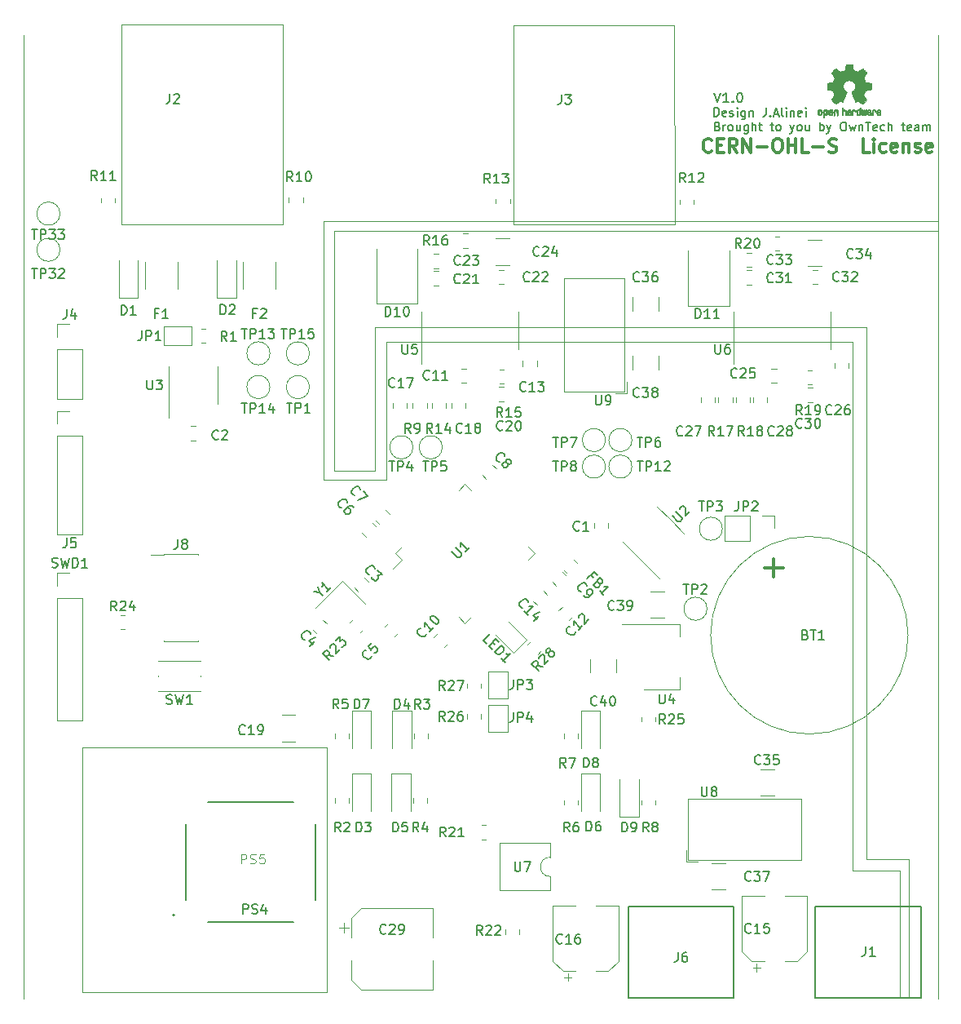
<source format=gto>
%TF.GenerationSoftware,KiCad,Pcbnew,5.1.7-a382d34a8~88~ubuntu20.04.1*%
%TF.CreationDate,2021-05-21T21:27:29+02:00*%
%TF.ProjectId,Shield_Nucleo,53686965-6c64-45f4-9e75-636c656f2e6b,rev?*%
%TF.SameCoordinates,Original*%
%TF.FileFunction,Legend,Top*%
%TF.FilePolarity,Positive*%
%FSLAX46Y46*%
G04 Gerber Fmt 4.6, Leading zero omitted, Abs format (unit mm)*
G04 Created by KiCad (PCBNEW 5.1.7-a382d34a8~88~ubuntu20.04.1) date 2021-05-21 21:27:29*
%MOMM*%
%LPD*%
G01*
G04 APERTURE LIST*
%ADD10C,0.120000*%
%ADD11C,0.150000*%
%ADD12C,0.300000*%
%ADD13C,0.127000*%
%ADD14C,0.200000*%
%ADD15C,0.010000*%
%ADD16C,0.015000*%
G04 APERTURE END LIST*
D10*
X133000000Y-112000000D02*
X133000000Y-126400000D01*
X132000000Y-113200000D02*
X132000000Y-126400000D01*
X127200000Y-113200000D02*
X132000000Y-113200000D01*
X128600000Y-112000000D02*
X133000000Y-112000000D01*
X73300000Y-46800000D02*
X136000000Y-46800000D01*
X72200000Y-45800000D02*
X136000000Y-45800000D01*
X72200000Y-45800000D02*
X72200000Y-72600000D01*
X73300000Y-46800000D02*
X73300000Y-71700000D01*
X73300000Y-71700000D02*
X77500000Y-71700000D01*
X72200000Y-72600000D02*
X78700000Y-72600000D01*
X128600000Y-56800000D02*
X128600000Y-112000000D01*
X77500000Y-56800000D02*
X77500000Y-71700000D01*
X78700000Y-58300000D02*
X78700000Y-72600000D01*
X77600000Y-56800000D02*
X128600000Y-56800000D01*
X127100000Y-58300000D02*
X127100000Y-113200000D01*
X78700000Y-58300000D02*
X127100000Y-58300000D01*
X41000000Y-126500000D02*
X41000000Y-26500000D01*
X136000000Y-126500000D02*
X136000000Y-26500000D01*
D11*
X112726190Y-32452380D02*
X113059523Y-33452380D01*
X113392857Y-32452380D01*
X114250000Y-33452380D02*
X113678571Y-33452380D01*
X113964285Y-33452380D02*
X113964285Y-32452380D01*
X113869047Y-32595238D01*
X113773809Y-32690476D01*
X113678571Y-32738095D01*
X114678571Y-33357142D02*
X114726190Y-33404761D01*
X114678571Y-33452380D01*
X114630952Y-33404761D01*
X114678571Y-33357142D01*
X114678571Y-33452380D01*
X115345238Y-32452380D02*
X115440476Y-32452380D01*
X115535714Y-32500000D01*
X115583333Y-32547619D01*
X115630952Y-32642857D01*
X115678571Y-32833333D01*
X115678571Y-33071428D01*
X115630952Y-33261904D01*
X115583333Y-33357142D01*
X115535714Y-33404761D01*
X115440476Y-33452380D01*
X115345238Y-33452380D01*
X115250000Y-33404761D01*
X115202380Y-33357142D01*
X115154761Y-33261904D01*
X115107142Y-33071428D01*
X115107142Y-32833333D01*
X115154761Y-32642857D01*
X115202380Y-32547619D01*
X115250000Y-32500000D01*
X115345238Y-32452380D01*
X112742857Y-34907142D02*
X112742857Y-34007142D01*
X112957142Y-34007142D01*
X113085714Y-34050000D01*
X113171428Y-34135714D01*
X113214285Y-34221428D01*
X113257142Y-34392857D01*
X113257142Y-34521428D01*
X113214285Y-34692857D01*
X113171428Y-34778571D01*
X113085714Y-34864285D01*
X112957142Y-34907142D01*
X112742857Y-34907142D01*
X113985714Y-34864285D02*
X113900000Y-34907142D01*
X113728571Y-34907142D01*
X113642857Y-34864285D01*
X113600000Y-34778571D01*
X113600000Y-34435714D01*
X113642857Y-34350000D01*
X113728571Y-34307142D01*
X113900000Y-34307142D01*
X113985714Y-34350000D01*
X114028571Y-34435714D01*
X114028571Y-34521428D01*
X113600000Y-34607142D01*
X114371428Y-34864285D02*
X114457142Y-34907142D01*
X114628571Y-34907142D01*
X114714285Y-34864285D01*
X114757142Y-34778571D01*
X114757142Y-34735714D01*
X114714285Y-34650000D01*
X114628571Y-34607142D01*
X114500000Y-34607142D01*
X114414285Y-34564285D01*
X114371428Y-34478571D01*
X114371428Y-34435714D01*
X114414285Y-34350000D01*
X114500000Y-34307142D01*
X114628571Y-34307142D01*
X114714285Y-34350000D01*
X115142857Y-34907142D02*
X115142857Y-34307142D01*
X115142857Y-34007142D02*
X115100000Y-34050000D01*
X115142857Y-34092857D01*
X115185714Y-34050000D01*
X115142857Y-34007142D01*
X115142857Y-34092857D01*
X115957142Y-34307142D02*
X115957142Y-35035714D01*
X115914285Y-35121428D01*
X115871428Y-35164285D01*
X115785714Y-35207142D01*
X115657142Y-35207142D01*
X115571428Y-35164285D01*
X115957142Y-34864285D02*
X115871428Y-34907142D01*
X115700000Y-34907142D01*
X115614285Y-34864285D01*
X115571428Y-34821428D01*
X115528571Y-34735714D01*
X115528571Y-34478571D01*
X115571428Y-34392857D01*
X115614285Y-34350000D01*
X115700000Y-34307142D01*
X115871428Y-34307142D01*
X115957142Y-34350000D01*
X116385714Y-34307142D02*
X116385714Y-34907142D01*
X116385714Y-34392857D02*
X116428571Y-34350000D01*
X116514285Y-34307142D01*
X116642857Y-34307142D01*
X116728571Y-34350000D01*
X116771428Y-34435714D01*
X116771428Y-34907142D01*
X118142857Y-34007142D02*
X118142857Y-34650000D01*
X118100000Y-34778571D01*
X118014285Y-34864285D01*
X117885714Y-34907142D01*
X117800000Y-34907142D01*
X118571428Y-34821428D02*
X118614285Y-34864285D01*
X118571428Y-34907142D01*
X118528571Y-34864285D01*
X118571428Y-34821428D01*
X118571428Y-34907142D01*
X118957142Y-34650000D02*
X119385714Y-34650000D01*
X118871428Y-34907142D02*
X119171428Y-34007142D01*
X119471428Y-34907142D01*
X119900000Y-34907142D02*
X119814285Y-34864285D01*
X119771428Y-34778571D01*
X119771428Y-34007142D01*
X120242857Y-34907142D02*
X120242857Y-34307142D01*
X120242857Y-34007142D02*
X120200000Y-34050000D01*
X120242857Y-34092857D01*
X120285714Y-34050000D01*
X120242857Y-34007142D01*
X120242857Y-34092857D01*
X120671428Y-34307142D02*
X120671428Y-34907142D01*
X120671428Y-34392857D02*
X120714285Y-34350000D01*
X120800000Y-34307142D01*
X120928571Y-34307142D01*
X121014285Y-34350000D01*
X121057142Y-34435714D01*
X121057142Y-34907142D01*
X121828571Y-34864285D02*
X121742857Y-34907142D01*
X121571428Y-34907142D01*
X121485714Y-34864285D01*
X121442857Y-34778571D01*
X121442857Y-34435714D01*
X121485714Y-34350000D01*
X121571428Y-34307142D01*
X121742857Y-34307142D01*
X121828571Y-34350000D01*
X121871428Y-34435714D01*
X121871428Y-34521428D01*
X121442857Y-34607142D01*
X122257142Y-34907142D02*
X122257142Y-34307142D01*
X122257142Y-34007142D02*
X122214285Y-34050000D01*
X122257142Y-34092857D01*
X122300000Y-34050000D01*
X122257142Y-34007142D01*
X122257142Y-34092857D01*
D12*
X112466666Y-38500000D02*
X112400000Y-38566666D01*
X112200000Y-38633333D01*
X112066666Y-38633333D01*
X111866666Y-38566666D01*
X111733333Y-38433333D01*
X111666666Y-38300000D01*
X111600000Y-38033333D01*
X111600000Y-37833333D01*
X111666666Y-37566666D01*
X111733333Y-37433333D01*
X111866666Y-37300000D01*
X112066666Y-37233333D01*
X112200000Y-37233333D01*
X112400000Y-37300000D01*
X112466666Y-37366666D01*
X113066666Y-37900000D02*
X113533333Y-37900000D01*
X113733333Y-38633333D02*
X113066666Y-38633333D01*
X113066666Y-37233333D01*
X113733333Y-37233333D01*
X115133333Y-38633333D02*
X114666666Y-37966666D01*
X114333333Y-38633333D02*
X114333333Y-37233333D01*
X114866666Y-37233333D01*
X115000000Y-37300000D01*
X115066666Y-37366666D01*
X115133333Y-37500000D01*
X115133333Y-37700000D01*
X115066666Y-37833333D01*
X115000000Y-37900000D01*
X114866666Y-37966666D01*
X114333333Y-37966666D01*
X115733333Y-38633333D02*
X115733333Y-37233333D01*
X116533333Y-38633333D01*
X116533333Y-37233333D01*
X117200000Y-38100000D02*
X118266666Y-38100000D01*
X119200000Y-37233333D02*
X119466666Y-37233333D01*
X119600000Y-37300000D01*
X119733333Y-37433333D01*
X119800000Y-37700000D01*
X119800000Y-38166666D01*
X119733333Y-38433333D01*
X119600000Y-38566666D01*
X119466666Y-38633333D01*
X119200000Y-38633333D01*
X119066666Y-38566666D01*
X118933333Y-38433333D01*
X118866666Y-38166666D01*
X118866666Y-37700000D01*
X118933333Y-37433333D01*
X119066666Y-37300000D01*
X119200000Y-37233333D01*
X120400000Y-38633333D02*
X120400000Y-37233333D01*
X120400000Y-37900000D02*
X121200000Y-37900000D01*
X121200000Y-38633333D02*
X121200000Y-37233333D01*
X122533333Y-38633333D02*
X121866666Y-38633333D01*
X121866666Y-37233333D01*
X123000000Y-38100000D02*
X124066666Y-38100000D01*
X124666666Y-38566666D02*
X124866666Y-38633333D01*
X125200000Y-38633333D01*
X125333333Y-38566666D01*
X125400000Y-38500000D01*
X125466666Y-38366666D01*
X125466666Y-38233333D01*
X125400000Y-38100000D01*
X125333333Y-38033333D01*
X125200000Y-37966666D01*
X124933333Y-37900000D01*
X124800000Y-37833333D01*
X124733333Y-37766666D01*
X124666666Y-37633333D01*
X124666666Y-37500000D01*
X124733333Y-37366666D01*
X124800000Y-37300000D01*
X124933333Y-37233333D01*
X125266666Y-37233333D01*
X125466666Y-37300000D01*
X128866666Y-38633333D02*
X128200000Y-38633333D01*
X128200000Y-37233333D01*
X129333333Y-38633333D02*
X129333333Y-37700000D01*
X129333333Y-37233333D02*
X129266666Y-37300000D01*
X129333333Y-37366666D01*
X129400000Y-37300000D01*
X129333333Y-37233333D01*
X129333333Y-37366666D01*
X130600000Y-38566666D02*
X130466666Y-38633333D01*
X130200000Y-38633333D01*
X130066666Y-38566666D01*
X130000000Y-38500000D01*
X129933333Y-38366666D01*
X129933333Y-37966666D01*
X130000000Y-37833333D01*
X130066666Y-37766666D01*
X130200000Y-37700000D01*
X130466666Y-37700000D01*
X130600000Y-37766666D01*
X131733333Y-38566666D02*
X131600000Y-38633333D01*
X131333333Y-38633333D01*
X131200000Y-38566666D01*
X131133333Y-38433333D01*
X131133333Y-37900000D01*
X131200000Y-37766666D01*
X131333333Y-37700000D01*
X131600000Y-37700000D01*
X131733333Y-37766666D01*
X131800000Y-37900000D01*
X131800000Y-38033333D01*
X131133333Y-38166666D01*
X132400000Y-37700000D02*
X132400000Y-38633333D01*
X132400000Y-37833333D02*
X132466666Y-37766666D01*
X132600000Y-37700000D01*
X132800000Y-37700000D01*
X132933333Y-37766666D01*
X133000000Y-37900000D01*
X133000000Y-38633333D01*
X133600000Y-38566666D02*
X133733333Y-38633333D01*
X134000000Y-38633333D01*
X134133333Y-38566666D01*
X134200000Y-38433333D01*
X134200000Y-38366666D01*
X134133333Y-38233333D01*
X134000000Y-38166666D01*
X133800000Y-38166666D01*
X133666666Y-38100000D01*
X133600000Y-37966666D01*
X133600000Y-37900000D01*
X133666666Y-37766666D01*
X133800000Y-37700000D01*
X134000000Y-37700000D01*
X134133333Y-37766666D01*
X135333333Y-38566666D02*
X135200000Y-38633333D01*
X134933333Y-38633333D01*
X134800000Y-38566666D01*
X134733333Y-38433333D01*
X134733333Y-37900000D01*
X134800000Y-37766666D01*
X134933333Y-37700000D01*
X135200000Y-37700000D01*
X135333333Y-37766666D01*
X135400000Y-37900000D01*
X135400000Y-38033333D01*
X134733333Y-38166666D01*
D11*
X113092857Y-35935714D02*
X113221428Y-35978571D01*
X113264285Y-36021428D01*
X113307142Y-36107142D01*
X113307142Y-36235714D01*
X113264285Y-36321428D01*
X113221428Y-36364285D01*
X113135714Y-36407142D01*
X112792857Y-36407142D01*
X112792857Y-35507142D01*
X113092857Y-35507142D01*
X113178571Y-35550000D01*
X113221428Y-35592857D01*
X113264285Y-35678571D01*
X113264285Y-35764285D01*
X113221428Y-35850000D01*
X113178571Y-35892857D01*
X113092857Y-35935714D01*
X112792857Y-35935714D01*
X113692857Y-36407142D02*
X113692857Y-35807142D01*
X113692857Y-35978571D02*
X113735714Y-35892857D01*
X113778571Y-35850000D01*
X113864285Y-35807142D01*
X113950000Y-35807142D01*
X114378571Y-36407142D02*
X114292857Y-36364285D01*
X114250000Y-36321428D01*
X114207142Y-36235714D01*
X114207142Y-35978571D01*
X114250000Y-35892857D01*
X114292857Y-35850000D01*
X114378571Y-35807142D01*
X114507142Y-35807142D01*
X114592857Y-35850000D01*
X114635714Y-35892857D01*
X114678571Y-35978571D01*
X114678571Y-36235714D01*
X114635714Y-36321428D01*
X114592857Y-36364285D01*
X114507142Y-36407142D01*
X114378571Y-36407142D01*
X115450000Y-35807142D02*
X115450000Y-36407142D01*
X115064285Y-35807142D02*
X115064285Y-36278571D01*
X115107142Y-36364285D01*
X115192857Y-36407142D01*
X115321428Y-36407142D01*
X115407142Y-36364285D01*
X115450000Y-36321428D01*
X116264285Y-35807142D02*
X116264285Y-36535714D01*
X116221428Y-36621428D01*
X116178571Y-36664285D01*
X116092857Y-36707142D01*
X115964285Y-36707142D01*
X115878571Y-36664285D01*
X116264285Y-36364285D02*
X116178571Y-36407142D01*
X116007142Y-36407142D01*
X115921428Y-36364285D01*
X115878571Y-36321428D01*
X115835714Y-36235714D01*
X115835714Y-35978571D01*
X115878571Y-35892857D01*
X115921428Y-35850000D01*
X116007142Y-35807142D01*
X116178571Y-35807142D01*
X116264285Y-35850000D01*
X116692857Y-36407142D02*
X116692857Y-35507142D01*
X117078571Y-36407142D02*
X117078571Y-35935714D01*
X117035714Y-35850000D01*
X116950000Y-35807142D01*
X116821428Y-35807142D01*
X116735714Y-35850000D01*
X116692857Y-35892857D01*
X117378571Y-35807142D02*
X117721428Y-35807142D01*
X117507142Y-35507142D02*
X117507142Y-36278571D01*
X117550000Y-36364285D01*
X117635714Y-36407142D01*
X117721428Y-36407142D01*
X118578571Y-35807142D02*
X118921428Y-35807142D01*
X118707142Y-35507142D02*
X118707142Y-36278571D01*
X118750000Y-36364285D01*
X118835714Y-36407142D01*
X118921428Y-36407142D01*
X119350000Y-36407142D02*
X119264285Y-36364285D01*
X119221428Y-36321428D01*
X119178571Y-36235714D01*
X119178571Y-35978571D01*
X119221428Y-35892857D01*
X119264285Y-35850000D01*
X119350000Y-35807142D01*
X119478571Y-35807142D01*
X119564285Y-35850000D01*
X119607142Y-35892857D01*
X119650000Y-35978571D01*
X119650000Y-36235714D01*
X119607142Y-36321428D01*
X119564285Y-36364285D01*
X119478571Y-36407142D01*
X119350000Y-36407142D01*
X120635714Y-35807142D02*
X120850000Y-36407142D01*
X121064285Y-35807142D02*
X120850000Y-36407142D01*
X120764285Y-36621428D01*
X120721428Y-36664285D01*
X120635714Y-36707142D01*
X121535714Y-36407142D02*
X121450000Y-36364285D01*
X121407142Y-36321428D01*
X121364285Y-36235714D01*
X121364285Y-35978571D01*
X121407142Y-35892857D01*
X121450000Y-35850000D01*
X121535714Y-35807142D01*
X121664285Y-35807142D01*
X121750000Y-35850000D01*
X121792857Y-35892857D01*
X121835714Y-35978571D01*
X121835714Y-36235714D01*
X121792857Y-36321428D01*
X121750000Y-36364285D01*
X121664285Y-36407142D01*
X121535714Y-36407142D01*
X122607142Y-35807142D02*
X122607142Y-36407142D01*
X122221428Y-35807142D02*
X122221428Y-36278571D01*
X122264285Y-36364285D01*
X122350000Y-36407142D01*
X122478571Y-36407142D01*
X122564285Y-36364285D01*
X122607142Y-36321428D01*
X123721428Y-36407142D02*
X123721428Y-35507142D01*
X123721428Y-35850000D02*
X123807142Y-35807142D01*
X123978571Y-35807142D01*
X124064285Y-35850000D01*
X124107142Y-35892857D01*
X124150000Y-35978571D01*
X124150000Y-36235714D01*
X124107142Y-36321428D01*
X124064285Y-36364285D01*
X123978571Y-36407142D01*
X123807142Y-36407142D01*
X123721428Y-36364285D01*
X124450000Y-35807142D02*
X124664285Y-36407142D01*
X124878571Y-35807142D02*
X124664285Y-36407142D01*
X124578571Y-36621428D01*
X124535714Y-36664285D01*
X124450000Y-36707142D01*
X126078571Y-35507142D02*
X126250000Y-35507142D01*
X126335714Y-35550000D01*
X126421428Y-35635714D01*
X126464285Y-35807142D01*
X126464285Y-36107142D01*
X126421428Y-36278571D01*
X126335714Y-36364285D01*
X126250000Y-36407142D01*
X126078571Y-36407142D01*
X125992857Y-36364285D01*
X125907142Y-36278571D01*
X125864285Y-36107142D01*
X125864285Y-35807142D01*
X125907142Y-35635714D01*
X125992857Y-35550000D01*
X126078571Y-35507142D01*
X126764285Y-35807142D02*
X126935714Y-36407142D01*
X127107142Y-35978571D01*
X127278571Y-36407142D01*
X127450000Y-35807142D01*
X127792857Y-35807142D02*
X127792857Y-36407142D01*
X127792857Y-35892857D02*
X127835714Y-35850000D01*
X127921428Y-35807142D01*
X128050000Y-35807142D01*
X128135714Y-35850000D01*
X128178571Y-35935714D01*
X128178571Y-36407142D01*
X128478571Y-35507142D02*
X128992857Y-35507142D01*
X128735714Y-36407142D02*
X128735714Y-35507142D01*
X129635714Y-36364285D02*
X129550000Y-36407142D01*
X129378571Y-36407142D01*
X129292857Y-36364285D01*
X129250000Y-36278571D01*
X129250000Y-35935714D01*
X129292857Y-35850000D01*
X129378571Y-35807142D01*
X129550000Y-35807142D01*
X129635714Y-35850000D01*
X129678571Y-35935714D01*
X129678571Y-36021428D01*
X129250000Y-36107142D01*
X130450000Y-36364285D02*
X130364285Y-36407142D01*
X130192857Y-36407142D01*
X130107142Y-36364285D01*
X130064285Y-36321428D01*
X130021428Y-36235714D01*
X130021428Y-35978571D01*
X130064285Y-35892857D01*
X130107142Y-35850000D01*
X130192857Y-35807142D01*
X130364285Y-35807142D01*
X130450000Y-35850000D01*
X130835714Y-36407142D02*
X130835714Y-35507142D01*
X131221428Y-36407142D02*
X131221428Y-35935714D01*
X131178571Y-35850000D01*
X131092857Y-35807142D01*
X130964285Y-35807142D01*
X130878571Y-35850000D01*
X130835714Y-35892857D01*
X132207142Y-35807142D02*
X132550000Y-35807142D01*
X132335714Y-35507142D02*
X132335714Y-36278571D01*
X132378571Y-36364285D01*
X132464285Y-36407142D01*
X132550000Y-36407142D01*
X133192857Y-36364285D02*
X133107142Y-36407142D01*
X132935714Y-36407142D01*
X132850000Y-36364285D01*
X132807142Y-36278571D01*
X132807142Y-35935714D01*
X132850000Y-35850000D01*
X132935714Y-35807142D01*
X133107142Y-35807142D01*
X133192857Y-35850000D01*
X133235714Y-35935714D01*
X133235714Y-36021428D01*
X132807142Y-36107142D01*
X134007142Y-36407142D02*
X134007142Y-35935714D01*
X133964285Y-35850000D01*
X133878571Y-35807142D01*
X133707142Y-35807142D01*
X133621428Y-35850000D01*
X134007142Y-36364285D02*
X133921428Y-36407142D01*
X133707142Y-36407142D01*
X133621428Y-36364285D01*
X133578571Y-36278571D01*
X133578571Y-36192857D01*
X133621428Y-36107142D01*
X133707142Y-36064285D01*
X133921428Y-36064285D01*
X134007142Y-36021428D01*
X134435714Y-36407142D02*
X134435714Y-35807142D01*
X134435714Y-35892857D02*
X134478571Y-35850000D01*
X134564285Y-35807142D01*
X134692857Y-35807142D01*
X134778571Y-35850000D01*
X134821428Y-35935714D01*
X134821428Y-36407142D01*
X134821428Y-35935714D02*
X134864285Y-35850000D01*
X134950000Y-35807142D01*
X135078571Y-35807142D01*
X135164285Y-35850000D01*
X135207142Y-35935714D01*
X135207142Y-36407142D01*
D10*
%TO.C,J5*%
X44470000Y-65470000D02*
X45800000Y-65470000D01*
X44470000Y-66800000D02*
X44470000Y-65470000D01*
X44470000Y-68070000D02*
X47130000Y-68070000D01*
X47130000Y-68070000D02*
X47130000Y-78290000D01*
X44470000Y-68070000D02*
X44470000Y-78290000D01*
X44470000Y-78290000D02*
X47130000Y-78290000D01*
%TO.C,J4*%
X44470000Y-56470000D02*
X45800000Y-56470000D01*
X44470000Y-57800000D02*
X44470000Y-56470000D01*
X44470000Y-59070000D02*
X47130000Y-59070000D01*
X47130000Y-59070000D02*
X47130000Y-64210000D01*
X44470000Y-59070000D02*
X44470000Y-64210000D01*
X44470000Y-64210000D02*
X47130000Y-64210000D01*
%TO.C,U9*%
X97110000Y-63470000D02*
X97110000Y-51700000D01*
X97110000Y-63470000D02*
X103450000Y-63470000D01*
X103450000Y-63470000D02*
X103450000Y-51700000D01*
X97110000Y-51700000D02*
X103450000Y-51700000D01*
X102450000Y-63670000D02*
X103650000Y-63670000D01*
X103650000Y-63670000D02*
X103650000Y-62470000D01*
%TO.C,U8*%
X110050000Y-105710000D02*
X121820000Y-105710000D01*
X110050000Y-105710000D02*
X110050000Y-112050000D01*
X110050000Y-112050000D02*
X121820000Y-112050000D01*
X121820000Y-105710000D02*
X121820000Y-112050000D01*
X109850000Y-111050000D02*
X109850000Y-112250000D01*
X109850000Y-112250000D02*
X111050000Y-112250000D01*
%TO.C,TP33*%
X44790000Y-45000000D02*
G75*
G03*
X44790000Y-45000000I-1200000J0D01*
G01*
%TO.C,TP32*%
X44790000Y-48750000D02*
G75*
G03*
X44790000Y-48750000I-1200000J0D01*
G01*
%TO.C,TP15*%
X70700000Y-59500000D02*
G75*
G03*
X70700000Y-59500000I-1200000J0D01*
G01*
%TO.C,TP14*%
X66600000Y-63000000D02*
G75*
G03*
X66600000Y-63000000I-1200000J0D01*
G01*
%TO.C,TP13*%
X66600000Y-59500000D02*
G75*
G03*
X66600000Y-59500000I-1200000J0D01*
G01*
%TO.C,TP12*%
X104200000Y-71250000D02*
G75*
G03*
X104200000Y-71250000I-1200000J0D01*
G01*
%TO.C,TP8*%
X101450000Y-71250000D02*
G75*
G03*
X101450000Y-71250000I-1200000J0D01*
G01*
%TO.C,TP7*%
X101450000Y-68500000D02*
G75*
G03*
X101450000Y-68500000I-1200000J0D01*
G01*
%TO.C,TP6*%
X104200000Y-68500000D02*
G75*
G03*
X104200000Y-68500000I-1200000J0D01*
G01*
%TO.C,TP5*%
X84500000Y-69250000D02*
G75*
G03*
X84500000Y-69250000I-1200000J0D01*
G01*
%TO.C,TP4*%
X81450000Y-69250000D02*
G75*
G03*
X81450000Y-69250000I-1200000J0D01*
G01*
%TO.C,TP3*%
X113600000Y-77700000D02*
G75*
G03*
X113600000Y-77700000I-1200000J0D01*
G01*
%TO.C,TP2*%
X112000000Y-86000000D02*
G75*
G03*
X112000000Y-86000000I-1200000J0D01*
G01*
%TO.C,TP1*%
X70700000Y-63000000D02*
G75*
G03*
X70700000Y-63000000I-1200000J0D01*
G01*
%TO.C,U1*%
X80305120Y-80931751D02*
X79357597Y-81879275D01*
X79633369Y-80260000D02*
X80305120Y-80931751D01*
X80305120Y-79588249D02*
X79633369Y-80260000D01*
X86860000Y-73033369D02*
X87531751Y-73705120D01*
X86188249Y-73705120D02*
X86860000Y-73033369D01*
X86860000Y-87486631D02*
X86188249Y-86814880D01*
X87531751Y-86814880D02*
X86860000Y-87486631D01*
X94086631Y-80260000D02*
X93414880Y-79588249D01*
X93414880Y-80931751D02*
X94086631Y-80260000D01*
%TO.C,R23*%
X75959165Y-88480282D02*
X76280282Y-88159165D01*
X74919718Y-87440835D02*
X75240835Y-87119718D01*
%TO.C,R28*%
X94404400Y-90735047D02*
X94725517Y-90413930D01*
X93364953Y-89695600D02*
X93686070Y-89374483D01*
%TO.C,LED1*%
X93270297Y-89212652D02*
X91371716Y-87314071D01*
X91912652Y-90570297D02*
X93270297Y-89212652D01*
X90014071Y-88671716D02*
X91912652Y-90570297D01*
%TO.C,R27*%
X88535000Y-94227064D02*
X88535000Y-93772936D01*
X87065000Y-94227064D02*
X87065000Y-93772936D01*
%TO.C,R26*%
X88535000Y-97414564D02*
X88535000Y-96960436D01*
X87065000Y-97414564D02*
X87065000Y-96960436D01*
%TO.C,JP4*%
X91300000Y-95950000D02*
X91300000Y-98750000D01*
X91300000Y-98750000D02*
X89300000Y-98750000D01*
X89300000Y-98750000D02*
X89300000Y-95950000D01*
X89300000Y-95950000D02*
X91300000Y-95950000D01*
%TO.C,JP3*%
X91300000Y-92500000D02*
X91300000Y-95300000D01*
X91300000Y-95300000D02*
X89300000Y-95300000D01*
X89300000Y-95300000D02*
X89300000Y-92500000D01*
X89300000Y-92500000D02*
X91300000Y-92500000D01*
%TO.C,C40*%
X102560000Y-92636252D02*
X102560000Y-91213748D01*
X99840000Y-92636252D02*
X99840000Y-91213748D01*
%TO.C,C39*%
X107536252Y-84240000D02*
X106113748Y-84240000D01*
X107536252Y-86960000D02*
X106113748Y-86960000D01*
%TO.C,C38*%
X104240000Y-59763748D02*
X104240000Y-61186252D01*
X106960000Y-59763748D02*
X106960000Y-61186252D01*
%TO.C,C37*%
X113911252Y-112440000D02*
X112488748Y-112440000D01*
X113911252Y-115160000D02*
X112488748Y-115160000D01*
%TO.C,C36*%
X104240000Y-53688748D02*
X104240000Y-55111252D01*
X106960000Y-53688748D02*
X106960000Y-55111252D01*
%TO.C,C35*%
X119011252Y-102640000D02*
X117588748Y-102640000D01*
X119011252Y-105360000D02*
X117588748Y-105360000D01*
%TO.C,C29*%
X74275000Y-118590000D02*
X74275000Y-119590000D01*
X73775000Y-119090000D02*
X74775000Y-119090000D01*
X75015000Y-124495563D02*
X76079437Y-125560000D01*
X75015000Y-118104437D02*
X76079437Y-117040000D01*
X75015000Y-118104437D02*
X75015000Y-120090000D01*
X75015000Y-124495563D02*
X75015000Y-122510000D01*
X76079437Y-125560000D02*
X83535000Y-125560000D01*
X76079437Y-117040000D02*
X83535000Y-117040000D01*
X83535000Y-117040000D02*
X83535000Y-120090000D01*
X83535000Y-125560000D02*
X83535000Y-122510000D01*
%TO.C,C19*%
X69236252Y-97040000D02*
X67813748Y-97040000D01*
X69236252Y-99760000D02*
X67813748Y-99760000D01*
%TO.C,R25*%
X106635000Y-97714564D02*
X106635000Y-97260436D01*
X105165000Y-97714564D02*
X105165000Y-97260436D01*
D11*
%TO.C,J6*%
X103800000Y-126400000D02*
X103800000Y-116900000D01*
X114800000Y-126400000D02*
X103800000Y-126400000D01*
X114800000Y-116900000D02*
X114800000Y-126400000D01*
X103800000Y-116900000D02*
X114800000Y-116900000D01*
%TO.C,J1*%
X123200000Y-126400000D02*
X123200000Y-116900000D01*
X134200000Y-126400000D02*
X123200000Y-126400000D01*
X134200000Y-116900000D02*
X134200000Y-126400000D01*
X123200000Y-116900000D02*
X134200000Y-116900000D01*
D10*
%TO.C,SW1*%
X59400000Y-92950000D02*
X59400000Y-93050000D01*
X55000000Y-94550000D02*
X59400000Y-94550000D01*
X59400000Y-91450000D02*
X55000000Y-91450000D01*
X55000000Y-92950000D02*
X55000000Y-93050000D01*
D13*
%TO.C,PS5*%
X57850000Y-116230000D02*
X57850000Y-108370000D01*
D14*
X56700000Y-117800000D02*
G75*
G03*
X56700000Y-117800000I-100000J0D01*
G01*
D13*
X71350000Y-108370000D02*
X71350000Y-116230000D01*
X60170000Y-106050000D02*
X69030000Y-106050000D01*
X69030000Y-118550000D02*
X60170000Y-118550000D01*
D10*
%TO.C,C16*%
X97158750Y-124243750D02*
X97946250Y-124243750D01*
X97552500Y-124637500D02*
X97552500Y-123850000D01*
X101745563Y-123610000D02*
X102810000Y-122545563D01*
X97054437Y-123610000D02*
X95990000Y-122545563D01*
X97054437Y-123610000D02*
X98340000Y-123610000D01*
X101745563Y-123610000D02*
X100460000Y-123610000D01*
X102810000Y-122545563D02*
X102810000Y-116790000D01*
X95990000Y-122545563D02*
X95990000Y-116790000D01*
X95990000Y-116790000D02*
X98340000Y-116790000D01*
X102810000Y-116790000D02*
X100460000Y-116790000D01*
%TO.C,C15*%
X116758750Y-123243750D02*
X117546250Y-123243750D01*
X117152500Y-123637500D02*
X117152500Y-122850000D01*
X121345563Y-122610000D02*
X122410000Y-121545563D01*
X116654437Y-122610000D02*
X115590000Y-121545563D01*
X116654437Y-122610000D02*
X117940000Y-122610000D01*
X121345563Y-122610000D02*
X120060000Y-122610000D01*
X122410000Y-121545563D02*
X122410000Y-115790000D01*
X115590000Y-121545563D02*
X115590000Y-115790000D01*
X115590000Y-115790000D02*
X117940000Y-115790000D01*
X122410000Y-115790000D02*
X120060000Y-115790000D01*
%TO.C,U6*%
X124870000Y-57110000D02*
X124870000Y-55160000D01*
X124870000Y-57110000D02*
X124870000Y-59060000D01*
X114750000Y-57110000D02*
X114750000Y-55160000D01*
X114750000Y-57110000D02*
X114750000Y-60560000D01*
%TO.C,U5*%
X92440000Y-57120000D02*
X92440000Y-55170000D01*
X92440000Y-57120000D02*
X92440000Y-59070000D01*
X82320000Y-57120000D02*
X82320000Y-55170000D01*
X82320000Y-57120000D02*
X82320000Y-60570000D01*
%TO.C,R13*%
X90065000Y-43460436D02*
X90065000Y-43914564D01*
X91535000Y-43460436D02*
X91535000Y-43914564D01*
%TO.C,J3*%
X91895000Y-46138000D02*
X108625000Y-46138000D01*
X91874000Y-25437000D02*
X108604000Y-25437000D01*
X91874000Y-25437000D02*
X91895000Y-46138000D01*
X108604000Y-25437000D02*
X108625000Y-46138000D01*
%TO.C,J2*%
X51195000Y-46088000D02*
X67925000Y-46088000D01*
X51174000Y-25387000D02*
X67904000Y-25387000D01*
X51174000Y-25387000D02*
X51195000Y-46088000D01*
X67904000Y-25387000D02*
X67925000Y-46088000D01*
%TO.C,SWD1*%
X44470000Y-82270000D02*
X45800000Y-82270000D01*
X44470000Y-83600000D02*
X44470000Y-82270000D01*
X44470000Y-84870000D02*
X47130000Y-84870000D01*
X47130000Y-84870000D02*
X47130000Y-97630000D01*
X44470000Y-84870000D02*
X44470000Y-97630000D01*
X44470000Y-97630000D02*
X47130000Y-97630000D01*
%TO.C,R24*%
X51085436Y-88135000D02*
X51539564Y-88135000D01*
X51085436Y-86665000D02*
X51539564Y-86665000D01*
%TO.C,J8*%
X59115000Y-89310000D02*
X59115000Y-89375000D01*
X55585000Y-89310000D02*
X55585000Y-89375000D01*
X59115000Y-80365000D02*
X59115000Y-80430000D01*
X55585000Y-80365000D02*
X55585000Y-80430000D01*
X54260000Y-80430000D02*
X55585000Y-80430000D01*
X55585000Y-89375000D02*
X59115000Y-89375000D01*
X55585000Y-80365000D02*
X59115000Y-80365000D01*
%TO.C,R17*%
X114645000Y-64557064D02*
X114645000Y-64102936D01*
X113175000Y-64557064D02*
X113175000Y-64102936D01*
%TO.C,Y1*%
X74147487Y-83119060D02*
X71319060Y-85947487D01*
X76480940Y-85452513D02*
X74147487Y-83119060D01*
%TO.C,U7*%
X95700000Y-115230000D02*
X95700000Y-113780000D01*
X90500000Y-115230000D02*
X95700000Y-115230000D01*
X90500000Y-110330000D02*
X90500000Y-115230000D01*
X95700000Y-110330000D02*
X90500000Y-110330000D01*
X95700000Y-111780000D02*
X95700000Y-110330000D01*
X95700000Y-113780000D02*
G75*
G02*
X95700000Y-111780000I0J1000000D01*
G01*
%TO.C,R22*%
X92535000Y-119739564D02*
X92535000Y-119285436D01*
X91065000Y-119739564D02*
X91065000Y-119285436D01*
%TO.C,R21*%
X88572936Y-109935000D02*
X89027064Y-109935000D01*
X88572936Y-108465000D02*
X89027064Y-108465000D01*
%TO.C,R20*%
X119085436Y-48835000D02*
X119539564Y-48835000D01*
X119085436Y-47365000D02*
X119539564Y-47365000D01*
%TO.C,R19*%
X122924564Y-61275000D02*
X122470436Y-61275000D01*
X122924564Y-62745000D02*
X122470436Y-62745000D01*
%TO.C,R18*%
X116445000Y-64557064D02*
X116445000Y-64102936D01*
X114975000Y-64557064D02*
X114975000Y-64102936D01*
%TO.C,R16*%
X86685436Y-48535000D02*
X87139564Y-48535000D01*
X86685436Y-47065000D02*
X87139564Y-47065000D01*
%TO.C,R15*%
X90894564Y-61185000D02*
X90440436Y-61185000D01*
X90894564Y-62655000D02*
X90440436Y-62655000D01*
%TO.C,R14*%
X84915000Y-65147064D02*
X84915000Y-64692936D01*
X83445000Y-65147064D02*
X83445000Y-64692936D01*
%TO.C,R9*%
X82915000Y-65147064D02*
X82915000Y-64692936D01*
X81445000Y-65147064D02*
X81445000Y-64692936D01*
%TO.C,D11*%
X110050000Y-54550000D02*
X110050000Y-48850000D01*
X114350000Y-54550000D02*
X114350000Y-48850000D01*
X110050000Y-54550000D02*
X114350000Y-54550000D01*
%TO.C,D10*%
X77650000Y-54350000D02*
X77650000Y-48650000D01*
X81950000Y-54350000D02*
X81950000Y-48650000D01*
X77650000Y-54350000D02*
X81950000Y-54350000D01*
%TO.C,C34*%
X122473748Y-50460000D02*
X123896252Y-50460000D01*
X122473748Y-47740000D02*
X123896252Y-47740000D01*
%TO.C,C33*%
X116098748Y-50545000D02*
X116621252Y-50545000D01*
X116098748Y-49075000D02*
X116621252Y-49075000D01*
%TO.C,C32*%
X122938748Y-52335000D02*
X123461252Y-52335000D01*
X122938748Y-50865000D02*
X123461252Y-50865000D01*
%TO.C,C31*%
X116098748Y-52345000D02*
X116621252Y-52345000D01*
X116098748Y-50875000D02*
X116621252Y-50875000D01*
%TO.C,C30*%
X122456248Y-64545000D02*
X122978752Y-64545000D01*
X122456248Y-63075000D02*
X122978752Y-63075000D01*
%TO.C,C28*%
X116775000Y-64088748D02*
X116775000Y-64611252D01*
X118245000Y-64088748D02*
X118245000Y-64611252D01*
%TO.C,C27*%
X112835000Y-64611252D02*
X112835000Y-64088748D01*
X111365000Y-64611252D02*
X111365000Y-64088748D01*
%TO.C,C26*%
X125265000Y-60538748D02*
X125265000Y-61061252D01*
X126735000Y-60538748D02*
X126735000Y-61061252D01*
%TO.C,C25*%
X118688748Y-62535000D02*
X119211252Y-62535000D01*
X118688748Y-61065000D02*
X119211252Y-61065000D01*
%TO.C,C24*%
X90043748Y-50310000D02*
X91466252Y-50310000D01*
X90043748Y-47590000D02*
X91466252Y-47590000D01*
%TO.C,C23*%
X83618748Y-50655000D02*
X84141252Y-50655000D01*
X83618748Y-49185000D02*
X84141252Y-49185000D01*
%TO.C,C22*%
X90388748Y-52335000D02*
X90911252Y-52335000D01*
X90388748Y-50865000D02*
X90911252Y-50865000D01*
%TO.C,C21*%
X83618748Y-52455000D02*
X84141252Y-52455000D01*
X83618748Y-50985000D02*
X84141252Y-50985000D01*
%TO.C,C20*%
X90388748Y-64455000D02*
X90911252Y-64455000D01*
X90388748Y-62985000D02*
X90911252Y-62985000D01*
%TO.C,C18*%
X85465000Y-64678748D02*
X85465000Y-65201252D01*
X86935000Y-64678748D02*
X86935000Y-65201252D01*
%TO.C,C17*%
X80835000Y-65201252D02*
X80835000Y-64678748D01*
X79365000Y-65201252D02*
X79365000Y-64678748D01*
%TO.C,C13*%
X92865000Y-60288748D02*
X92865000Y-60811252D01*
X94335000Y-60288748D02*
X94335000Y-60811252D01*
%TO.C,C11*%
X86488748Y-62535000D02*
X87011252Y-62535000D01*
X86488748Y-61065000D02*
X87011252Y-61065000D01*
%TO.C,R8*%
X106635000Y-106327064D02*
X106635000Y-105872936D01*
X105165000Y-106327064D02*
X105165000Y-105872936D01*
%TO.C,R6*%
X97135000Y-105872936D02*
X97135000Y-106327064D01*
X98605000Y-105872936D02*
X98605000Y-106327064D01*
%TO.C,R4*%
X81465000Y-105672936D02*
X81465000Y-106127064D01*
X82935000Y-105672936D02*
X82935000Y-106127064D01*
%TO.C,R2*%
X73365000Y-105672936D02*
X73365000Y-106127064D01*
X74835000Y-105672936D02*
X74835000Y-106127064D01*
%TO.C,PS4*%
X47100000Y-113060000D02*
X47100000Y-100360000D01*
X47100000Y-100360000D02*
X72500000Y-100360000D01*
X72500000Y-100360000D02*
X72500000Y-125760000D01*
X72500000Y-125760000D02*
X47100000Y-125760000D01*
X47100000Y-125760000D02*
X47100000Y-113060000D01*
%TO.C,FB1*%
X98470282Y-81270835D02*
X98149165Y-80949718D01*
X97430835Y-82310282D02*
X97109718Y-81989165D01*
%TO.C,D9*%
X102900000Y-107600000D02*
X102900000Y-103700000D01*
X104900000Y-107600000D02*
X104900000Y-103700000D01*
X102900000Y-107600000D02*
X104900000Y-107600000D01*
%TO.C,D8*%
X100910000Y-96580000D02*
X100910000Y-100480000D01*
X98910000Y-96580000D02*
X98910000Y-100480000D01*
X100910000Y-96580000D02*
X98910000Y-96580000D01*
%TO.C,D7*%
X77110000Y-96580000D02*
X77110000Y-100480000D01*
X75110000Y-96580000D02*
X75110000Y-100480000D01*
X77110000Y-96580000D02*
X75110000Y-96580000D01*
%TO.C,D6*%
X100900000Y-103100000D02*
X100900000Y-107000000D01*
X98900000Y-103100000D02*
X98900000Y-107000000D01*
X100900000Y-103100000D02*
X98900000Y-103100000D01*
%TO.C,D5*%
X81200000Y-103100000D02*
X81200000Y-107000000D01*
X79200000Y-103100000D02*
X79200000Y-107000000D01*
X81200000Y-103100000D02*
X79200000Y-103100000D01*
%TO.C,D4*%
X81300000Y-96580000D02*
X81300000Y-100480000D01*
X79300000Y-96580000D02*
X79300000Y-100480000D01*
X81300000Y-96580000D02*
X79300000Y-96580000D01*
%TO.C,D3*%
X77110000Y-103100000D02*
X77110000Y-107000000D01*
X75110000Y-103100000D02*
X75110000Y-107000000D01*
X77110000Y-103100000D02*
X75110000Y-103100000D01*
%TO.C,BT1*%
X132882787Y-88749000D02*
G75*
G03*
X132882787Y-88749000I-10250787J0D01*
G01*
%TO.C,U4*%
X103200000Y-87590000D02*
X109210000Y-87590000D01*
X105450000Y-94410000D02*
X109210000Y-94410000D01*
X109210000Y-87590000D02*
X109210000Y-88850000D01*
X109210000Y-94410000D02*
X109210000Y-93150000D01*
%TO.C,R7*%
X97135000Y-98985436D02*
X97135000Y-99439564D01*
X98605000Y-98985436D02*
X98605000Y-99439564D01*
%TO.C,R5*%
X73365000Y-98985436D02*
X73365000Y-99439564D01*
X74835000Y-98985436D02*
X74835000Y-99439564D01*
%TO.C,R3*%
X81565000Y-98985436D02*
X81565000Y-99439564D01*
X83035000Y-98985436D02*
X83035000Y-99439564D01*
%TO.C,C14*%
X93967294Y-85206741D02*
X94336761Y-85576208D01*
X95006741Y-84167294D02*
X95376208Y-84536761D01*
%TO.C,C12*%
X96965010Y-85795543D02*
X96595543Y-86165010D01*
X98004457Y-86834990D02*
X97634990Y-87204457D01*
%TO.C,C10*%
X83993259Y-88567294D02*
X83623792Y-88936761D01*
X85032706Y-89606741D02*
X84663239Y-89976208D01*
%TO.C,C9*%
X95923792Y-83234990D02*
X96293259Y-83604457D01*
X96963239Y-82195543D02*
X97332706Y-82565010D01*
%TO.C,C8*%
X88695543Y-72134990D02*
X89065010Y-72504457D01*
X89734990Y-71095543D02*
X90104457Y-71465010D01*
%TO.C,C7*%
X79002706Y-76143259D02*
X78633239Y-75773792D01*
X77963259Y-77182706D02*
X77593792Y-76813239D01*
%TO.C,C6*%
X77604457Y-77465010D02*
X77234990Y-77095543D01*
X76565010Y-78504457D02*
X76195543Y-78134990D01*
%TO.C,C5*%
X78865010Y-87495543D02*
X78495543Y-87865010D01*
X79904457Y-88534990D02*
X79534990Y-88904457D01*
%TO.C,C4*%
X72476208Y-87536761D02*
X72106741Y-87167294D01*
X71436761Y-88576208D02*
X71067294Y-88206741D01*
%TO.C,C3*%
X75395543Y-83834990D02*
X75765010Y-84204457D01*
X76434990Y-82795543D02*
X76804457Y-83165010D01*
%TO.C,F2*%
X63790000Y-50013748D02*
X63790000Y-52786252D01*
X67210000Y-50013748D02*
X67210000Y-52786252D01*
%TO.C,F1*%
X57010000Y-52786252D02*
X57010000Y-50013748D01*
X53590000Y-52786252D02*
X53590000Y-50013748D01*
%TO.C,JP1*%
X55620000Y-56660000D02*
X58420000Y-56660000D01*
X58420000Y-56660000D02*
X58420000Y-58660000D01*
X58420000Y-58660000D02*
X55620000Y-58660000D01*
X55620000Y-58660000D02*
X55620000Y-56660000D01*
%TO.C,R12*%
X109165000Y-43572936D02*
X109165000Y-44027064D01*
X110635000Y-43572936D02*
X110635000Y-44027064D01*
%TO.C,R11*%
X49065000Y-43372936D02*
X49065000Y-43827064D01*
X50535000Y-43372936D02*
X50535000Y-43827064D01*
%TO.C,R10*%
X68565000Y-43360436D02*
X68565000Y-43814564D01*
X70035000Y-43360436D02*
X70035000Y-43814564D01*
%TO.C,D2*%
X61100000Y-53750000D02*
X61100000Y-49850000D01*
X63100000Y-53750000D02*
X63100000Y-49850000D01*
X61100000Y-53750000D02*
X63100000Y-53750000D01*
%TO.C,D1*%
X50900000Y-53750000D02*
X50900000Y-49850000D01*
X52900000Y-53750000D02*
X52900000Y-49850000D01*
X50900000Y-53750000D02*
X52900000Y-53750000D01*
%TO.C,JP2*%
X119035000Y-76319000D02*
X119035000Y-77649000D01*
X117705000Y-76319000D02*
X119035000Y-76319000D01*
X116435000Y-76319000D02*
X116435000Y-78979000D01*
X116435000Y-78979000D02*
X113835000Y-78979000D01*
X116435000Y-76319000D02*
X113835000Y-76319000D01*
X113835000Y-76319000D02*
X113835000Y-78979000D01*
%TO.C,U3*%
X61180000Y-62760000D02*
X61180000Y-60810000D01*
X61180000Y-62760000D02*
X61180000Y-64710000D01*
X56060000Y-62760000D02*
X56060000Y-60810000D01*
X56060000Y-62760000D02*
X56060000Y-66210000D01*
%TO.C,U2*%
X108210193Y-76789807D02*
X106831335Y-75410948D01*
X108210193Y-76789807D02*
X109589052Y-78168665D01*
X104589807Y-80410193D02*
X103210948Y-79031335D01*
X104589807Y-80410193D02*
X107029325Y-82849712D01*
%TO.C,R1*%
X59442936Y-58395000D02*
X59897064Y-58395000D01*
X59442936Y-56925000D02*
X59897064Y-56925000D01*
%TO.C,C2*%
X58861252Y-67065000D02*
X58338748Y-67065000D01*
X58861252Y-68535000D02*
X58338748Y-68535000D01*
%TO.C,C1*%
X100265000Y-77088748D02*
X100265000Y-77611252D01*
X101735000Y-77088748D02*
X101735000Y-77611252D01*
D15*
%TO.C,REF\u002A\u002A*%
G36*
X126853910Y-29492348D02*
G01*
X126932454Y-29492778D01*
X126989298Y-29493942D01*
X127028105Y-29496207D01*
X127052538Y-29499940D01*
X127066262Y-29505506D01*
X127072940Y-29513273D01*
X127076236Y-29523605D01*
X127076556Y-29524943D01*
X127081562Y-29549079D01*
X127090829Y-29596701D01*
X127103392Y-29662741D01*
X127118287Y-29742128D01*
X127134551Y-29829796D01*
X127135119Y-29832875D01*
X127151410Y-29918789D01*
X127166652Y-29994696D01*
X127179861Y-30056045D01*
X127190054Y-30098282D01*
X127196248Y-30116855D01*
X127196543Y-30117184D01*
X127214788Y-30126253D01*
X127252405Y-30141367D01*
X127301271Y-30159262D01*
X127301543Y-30159358D01*
X127363093Y-30182493D01*
X127435657Y-30211965D01*
X127504057Y-30241597D01*
X127507294Y-30243062D01*
X127618702Y-30293626D01*
X127865399Y-30125160D01*
X127941077Y-30073803D01*
X128009631Y-30027889D01*
X128067088Y-29990030D01*
X128109476Y-29962837D01*
X128132825Y-29948921D01*
X128135042Y-29947889D01*
X128152010Y-29952484D01*
X128183701Y-29974655D01*
X128231352Y-30015447D01*
X128296198Y-30075905D01*
X128362397Y-30140227D01*
X128426214Y-30203612D01*
X128483329Y-30261451D01*
X128530305Y-30310175D01*
X128563703Y-30346210D01*
X128580085Y-30365984D01*
X128580694Y-30367002D01*
X128582505Y-30380572D01*
X128575683Y-30402733D01*
X128558540Y-30436478D01*
X128529393Y-30484800D01*
X128486555Y-30550692D01*
X128429448Y-30635517D01*
X128378766Y-30710177D01*
X128333461Y-30777140D01*
X128296150Y-30832516D01*
X128269452Y-30872420D01*
X128255985Y-30892962D01*
X128255137Y-30894356D01*
X128256781Y-30914038D01*
X128269245Y-30952293D01*
X128290048Y-31001889D01*
X128297462Y-31017728D01*
X128329814Y-31088290D01*
X128364328Y-31168353D01*
X128392365Y-31237629D01*
X128412568Y-31289045D01*
X128428615Y-31328119D01*
X128437888Y-31348541D01*
X128439041Y-31350114D01*
X128456096Y-31352721D01*
X128496298Y-31359863D01*
X128554302Y-31370523D01*
X128624763Y-31383685D01*
X128702335Y-31398333D01*
X128781672Y-31413449D01*
X128857431Y-31428018D01*
X128924264Y-31441022D01*
X128976828Y-31451445D01*
X129009776Y-31458270D01*
X129017857Y-31460199D01*
X129026205Y-31464962D01*
X129032506Y-31475718D01*
X129037045Y-31496098D01*
X129040104Y-31529734D01*
X129041967Y-31580255D01*
X129042918Y-31651292D01*
X129043240Y-31746476D01*
X129043257Y-31785492D01*
X129043257Y-32102799D01*
X128967057Y-32117839D01*
X128924663Y-32125995D01*
X128861400Y-32137899D01*
X128784962Y-32152116D01*
X128703043Y-32167210D01*
X128680400Y-32171355D01*
X128604806Y-32186053D01*
X128538953Y-32200505D01*
X128488366Y-32213375D01*
X128458574Y-32223322D01*
X128453612Y-32226287D01*
X128441426Y-32247283D01*
X128423953Y-32287967D01*
X128404577Y-32340322D01*
X128400734Y-32351600D01*
X128375339Y-32421523D01*
X128343817Y-32500418D01*
X128312969Y-32571266D01*
X128312817Y-32571595D01*
X128261447Y-32682733D01*
X128430399Y-32931253D01*
X128599352Y-33179772D01*
X128382429Y-33397058D01*
X128316819Y-33461726D01*
X128256979Y-33518733D01*
X128206267Y-33565033D01*
X128168046Y-33597584D01*
X128145675Y-33613343D01*
X128142466Y-33614343D01*
X128123626Y-33606469D01*
X128085180Y-33584578D01*
X128031330Y-33551267D01*
X127966276Y-33509131D01*
X127895940Y-33461943D01*
X127824555Y-33413810D01*
X127760908Y-33371928D01*
X127709041Y-33338871D01*
X127672995Y-33317218D01*
X127656867Y-33309543D01*
X127637189Y-33316037D01*
X127599875Y-33333150D01*
X127552621Y-33357326D01*
X127547612Y-33360013D01*
X127483977Y-33391927D01*
X127440341Y-33407579D01*
X127413202Y-33407745D01*
X127399057Y-33393204D01*
X127398975Y-33393000D01*
X127391905Y-33375779D01*
X127375042Y-33334899D01*
X127349695Y-33273525D01*
X127317171Y-33194819D01*
X127278778Y-33101947D01*
X127235822Y-32998072D01*
X127194222Y-32897502D01*
X127148504Y-32786516D01*
X127106526Y-32683703D01*
X127069548Y-32592215D01*
X127038827Y-32515201D01*
X127015622Y-32455815D01*
X127001190Y-32417209D01*
X126996743Y-32402800D01*
X127007896Y-32386272D01*
X127037069Y-32359930D01*
X127075971Y-32330887D01*
X127186757Y-32239039D01*
X127273351Y-32133759D01*
X127334716Y-32017266D01*
X127369815Y-31891776D01*
X127377608Y-31759507D01*
X127371943Y-31698457D01*
X127341078Y-31571795D01*
X127287920Y-31459941D01*
X127215767Y-31364001D01*
X127127917Y-31285076D01*
X127027665Y-31224270D01*
X126918310Y-31182687D01*
X126803147Y-31161428D01*
X126685475Y-31161599D01*
X126568590Y-31184301D01*
X126455789Y-31230638D01*
X126350369Y-31301713D01*
X126306368Y-31341911D01*
X126221979Y-31445129D01*
X126163222Y-31557925D01*
X126129704Y-31677010D01*
X126121035Y-31799095D01*
X126136823Y-31920893D01*
X126176678Y-32039116D01*
X126240207Y-32150475D01*
X126327021Y-32251684D01*
X126424029Y-32330887D01*
X126464437Y-32361162D01*
X126492982Y-32387219D01*
X126503257Y-32402825D01*
X126497877Y-32419843D01*
X126482575Y-32460500D01*
X126458612Y-32521642D01*
X126427244Y-32600119D01*
X126389732Y-32692780D01*
X126347333Y-32796472D01*
X126305663Y-32897526D01*
X126259690Y-33008607D01*
X126217107Y-33111541D01*
X126179221Y-33203165D01*
X126147340Y-33280316D01*
X126122771Y-33339831D01*
X126106820Y-33378544D01*
X126100910Y-33393000D01*
X126086948Y-33407685D01*
X126059940Y-33407642D01*
X126016413Y-33392099D01*
X125952890Y-33360284D01*
X125952388Y-33360013D01*
X125904560Y-33335323D01*
X125865897Y-33317338D01*
X125844095Y-33309614D01*
X125843133Y-33309543D01*
X125826721Y-33317378D01*
X125790487Y-33339165D01*
X125738474Y-33372328D01*
X125674725Y-33414291D01*
X125604060Y-33461943D01*
X125532116Y-33510191D01*
X125467274Y-33552151D01*
X125413735Y-33585227D01*
X125375697Y-33606821D01*
X125357533Y-33614343D01*
X125340808Y-33604457D01*
X125307180Y-33576826D01*
X125260010Y-33534495D01*
X125202658Y-33480505D01*
X125138484Y-33417899D01*
X125117497Y-33396983D01*
X124900499Y-33179623D01*
X125065668Y-32937220D01*
X125115864Y-32862781D01*
X125159919Y-32795972D01*
X125195362Y-32740665D01*
X125219719Y-32700729D01*
X125230522Y-32680036D01*
X125230838Y-32678563D01*
X125225143Y-32659058D01*
X125209826Y-32619822D01*
X125187537Y-32567430D01*
X125171893Y-32532355D01*
X125142641Y-32465201D01*
X125115094Y-32397358D01*
X125093737Y-32340034D01*
X125087935Y-32322572D01*
X125071452Y-32275938D01*
X125055340Y-32239905D01*
X125046490Y-32226287D01*
X125026960Y-32217952D01*
X124984334Y-32206137D01*
X124924145Y-32192181D01*
X124851922Y-32177422D01*
X124819600Y-32171355D01*
X124737522Y-32156273D01*
X124658795Y-32141669D01*
X124591109Y-32128980D01*
X124542160Y-32119642D01*
X124532943Y-32117839D01*
X124456743Y-32102799D01*
X124456743Y-31785492D01*
X124456914Y-31681154D01*
X124457616Y-31602213D01*
X124459134Y-31545038D01*
X124461749Y-31505999D01*
X124465746Y-31481465D01*
X124471409Y-31467805D01*
X124479020Y-31461389D01*
X124482143Y-31460199D01*
X124500978Y-31455980D01*
X124542588Y-31447562D01*
X124601630Y-31435961D01*
X124672757Y-31422195D01*
X124750625Y-31407280D01*
X124829887Y-31392232D01*
X124905198Y-31378069D01*
X124971213Y-31365806D01*
X125022587Y-31356461D01*
X125053975Y-31351050D01*
X125060959Y-31350114D01*
X125067285Y-31337596D01*
X125081290Y-31304246D01*
X125100355Y-31256377D01*
X125107634Y-31237629D01*
X125136996Y-31165195D01*
X125171571Y-31085170D01*
X125202537Y-31017728D01*
X125225323Y-30966159D01*
X125240482Y-30923785D01*
X125245542Y-30897834D01*
X125244736Y-30894356D01*
X125234041Y-30877936D01*
X125209620Y-30841417D01*
X125174095Y-30788687D01*
X125130087Y-30723635D01*
X125080217Y-30650151D01*
X125070356Y-30635645D01*
X125012492Y-30549704D01*
X124969956Y-30484261D01*
X124941054Y-30436304D01*
X124924090Y-30402820D01*
X124917367Y-30380795D01*
X124919190Y-30367217D01*
X124919236Y-30367131D01*
X124933586Y-30349297D01*
X124965323Y-30314817D01*
X125011010Y-30267268D01*
X125067204Y-30210222D01*
X125130468Y-30147255D01*
X125137602Y-30140227D01*
X125217330Y-30063020D01*
X125278857Y-30006330D01*
X125323421Y-29969110D01*
X125352257Y-29950315D01*
X125364958Y-29947889D01*
X125383494Y-29958471D01*
X125421961Y-29982916D01*
X125476386Y-30018612D01*
X125542798Y-30062947D01*
X125617225Y-30113311D01*
X125634601Y-30125160D01*
X125881297Y-30293626D01*
X125992706Y-30243062D01*
X126060457Y-30213595D01*
X126133183Y-30183959D01*
X126195703Y-30160330D01*
X126198457Y-30159358D01*
X126247360Y-30141457D01*
X126285057Y-30126320D01*
X126303425Y-30117210D01*
X126303456Y-30117184D01*
X126309285Y-30100717D01*
X126319192Y-30060219D01*
X126332195Y-30000242D01*
X126347309Y-29925340D01*
X126363552Y-29840064D01*
X126364881Y-29832875D01*
X126381175Y-29745014D01*
X126396133Y-29665260D01*
X126408791Y-29598681D01*
X126418186Y-29550347D01*
X126423354Y-29525325D01*
X126423444Y-29524943D01*
X126426589Y-29514299D01*
X126432704Y-29506262D01*
X126445453Y-29500467D01*
X126468500Y-29496547D01*
X126505509Y-29494135D01*
X126560144Y-29492865D01*
X126636067Y-29492371D01*
X126736944Y-29492286D01*
X126750000Y-29492286D01*
X126853910Y-29492348D01*
G37*
X126853910Y-29492348D02*
X126932454Y-29492778D01*
X126989298Y-29493942D01*
X127028105Y-29496207D01*
X127052538Y-29499940D01*
X127066262Y-29505506D01*
X127072940Y-29513273D01*
X127076236Y-29523605D01*
X127076556Y-29524943D01*
X127081562Y-29549079D01*
X127090829Y-29596701D01*
X127103392Y-29662741D01*
X127118287Y-29742128D01*
X127134551Y-29829796D01*
X127135119Y-29832875D01*
X127151410Y-29918789D01*
X127166652Y-29994696D01*
X127179861Y-30056045D01*
X127190054Y-30098282D01*
X127196248Y-30116855D01*
X127196543Y-30117184D01*
X127214788Y-30126253D01*
X127252405Y-30141367D01*
X127301271Y-30159262D01*
X127301543Y-30159358D01*
X127363093Y-30182493D01*
X127435657Y-30211965D01*
X127504057Y-30241597D01*
X127507294Y-30243062D01*
X127618702Y-30293626D01*
X127865399Y-30125160D01*
X127941077Y-30073803D01*
X128009631Y-30027889D01*
X128067088Y-29990030D01*
X128109476Y-29962837D01*
X128132825Y-29948921D01*
X128135042Y-29947889D01*
X128152010Y-29952484D01*
X128183701Y-29974655D01*
X128231352Y-30015447D01*
X128296198Y-30075905D01*
X128362397Y-30140227D01*
X128426214Y-30203612D01*
X128483329Y-30261451D01*
X128530305Y-30310175D01*
X128563703Y-30346210D01*
X128580085Y-30365984D01*
X128580694Y-30367002D01*
X128582505Y-30380572D01*
X128575683Y-30402733D01*
X128558540Y-30436478D01*
X128529393Y-30484800D01*
X128486555Y-30550692D01*
X128429448Y-30635517D01*
X128378766Y-30710177D01*
X128333461Y-30777140D01*
X128296150Y-30832516D01*
X128269452Y-30872420D01*
X128255985Y-30892962D01*
X128255137Y-30894356D01*
X128256781Y-30914038D01*
X128269245Y-30952293D01*
X128290048Y-31001889D01*
X128297462Y-31017728D01*
X128329814Y-31088290D01*
X128364328Y-31168353D01*
X128392365Y-31237629D01*
X128412568Y-31289045D01*
X128428615Y-31328119D01*
X128437888Y-31348541D01*
X128439041Y-31350114D01*
X128456096Y-31352721D01*
X128496298Y-31359863D01*
X128554302Y-31370523D01*
X128624763Y-31383685D01*
X128702335Y-31398333D01*
X128781672Y-31413449D01*
X128857431Y-31428018D01*
X128924264Y-31441022D01*
X128976828Y-31451445D01*
X129009776Y-31458270D01*
X129017857Y-31460199D01*
X129026205Y-31464962D01*
X129032506Y-31475718D01*
X129037045Y-31496098D01*
X129040104Y-31529734D01*
X129041967Y-31580255D01*
X129042918Y-31651292D01*
X129043240Y-31746476D01*
X129043257Y-31785492D01*
X129043257Y-32102799D01*
X128967057Y-32117839D01*
X128924663Y-32125995D01*
X128861400Y-32137899D01*
X128784962Y-32152116D01*
X128703043Y-32167210D01*
X128680400Y-32171355D01*
X128604806Y-32186053D01*
X128538953Y-32200505D01*
X128488366Y-32213375D01*
X128458574Y-32223322D01*
X128453612Y-32226287D01*
X128441426Y-32247283D01*
X128423953Y-32287967D01*
X128404577Y-32340322D01*
X128400734Y-32351600D01*
X128375339Y-32421523D01*
X128343817Y-32500418D01*
X128312969Y-32571266D01*
X128312817Y-32571595D01*
X128261447Y-32682733D01*
X128430399Y-32931253D01*
X128599352Y-33179772D01*
X128382429Y-33397058D01*
X128316819Y-33461726D01*
X128256979Y-33518733D01*
X128206267Y-33565033D01*
X128168046Y-33597584D01*
X128145675Y-33613343D01*
X128142466Y-33614343D01*
X128123626Y-33606469D01*
X128085180Y-33584578D01*
X128031330Y-33551267D01*
X127966276Y-33509131D01*
X127895940Y-33461943D01*
X127824555Y-33413810D01*
X127760908Y-33371928D01*
X127709041Y-33338871D01*
X127672995Y-33317218D01*
X127656867Y-33309543D01*
X127637189Y-33316037D01*
X127599875Y-33333150D01*
X127552621Y-33357326D01*
X127547612Y-33360013D01*
X127483977Y-33391927D01*
X127440341Y-33407579D01*
X127413202Y-33407745D01*
X127399057Y-33393204D01*
X127398975Y-33393000D01*
X127391905Y-33375779D01*
X127375042Y-33334899D01*
X127349695Y-33273525D01*
X127317171Y-33194819D01*
X127278778Y-33101947D01*
X127235822Y-32998072D01*
X127194222Y-32897502D01*
X127148504Y-32786516D01*
X127106526Y-32683703D01*
X127069548Y-32592215D01*
X127038827Y-32515201D01*
X127015622Y-32455815D01*
X127001190Y-32417209D01*
X126996743Y-32402800D01*
X127007896Y-32386272D01*
X127037069Y-32359930D01*
X127075971Y-32330887D01*
X127186757Y-32239039D01*
X127273351Y-32133759D01*
X127334716Y-32017266D01*
X127369815Y-31891776D01*
X127377608Y-31759507D01*
X127371943Y-31698457D01*
X127341078Y-31571795D01*
X127287920Y-31459941D01*
X127215767Y-31364001D01*
X127127917Y-31285076D01*
X127027665Y-31224270D01*
X126918310Y-31182687D01*
X126803147Y-31161428D01*
X126685475Y-31161599D01*
X126568590Y-31184301D01*
X126455789Y-31230638D01*
X126350369Y-31301713D01*
X126306368Y-31341911D01*
X126221979Y-31445129D01*
X126163222Y-31557925D01*
X126129704Y-31677010D01*
X126121035Y-31799095D01*
X126136823Y-31920893D01*
X126176678Y-32039116D01*
X126240207Y-32150475D01*
X126327021Y-32251684D01*
X126424029Y-32330887D01*
X126464437Y-32361162D01*
X126492982Y-32387219D01*
X126503257Y-32402825D01*
X126497877Y-32419843D01*
X126482575Y-32460500D01*
X126458612Y-32521642D01*
X126427244Y-32600119D01*
X126389732Y-32692780D01*
X126347333Y-32796472D01*
X126305663Y-32897526D01*
X126259690Y-33008607D01*
X126217107Y-33111541D01*
X126179221Y-33203165D01*
X126147340Y-33280316D01*
X126122771Y-33339831D01*
X126106820Y-33378544D01*
X126100910Y-33393000D01*
X126086948Y-33407685D01*
X126059940Y-33407642D01*
X126016413Y-33392099D01*
X125952890Y-33360284D01*
X125952388Y-33360013D01*
X125904560Y-33335323D01*
X125865897Y-33317338D01*
X125844095Y-33309614D01*
X125843133Y-33309543D01*
X125826721Y-33317378D01*
X125790487Y-33339165D01*
X125738474Y-33372328D01*
X125674725Y-33414291D01*
X125604060Y-33461943D01*
X125532116Y-33510191D01*
X125467274Y-33552151D01*
X125413735Y-33585227D01*
X125375697Y-33606821D01*
X125357533Y-33614343D01*
X125340808Y-33604457D01*
X125307180Y-33576826D01*
X125260010Y-33534495D01*
X125202658Y-33480505D01*
X125138484Y-33417899D01*
X125117497Y-33396983D01*
X124900499Y-33179623D01*
X125065668Y-32937220D01*
X125115864Y-32862781D01*
X125159919Y-32795972D01*
X125195362Y-32740665D01*
X125219719Y-32700729D01*
X125230522Y-32680036D01*
X125230838Y-32678563D01*
X125225143Y-32659058D01*
X125209826Y-32619822D01*
X125187537Y-32567430D01*
X125171893Y-32532355D01*
X125142641Y-32465201D01*
X125115094Y-32397358D01*
X125093737Y-32340034D01*
X125087935Y-32322572D01*
X125071452Y-32275938D01*
X125055340Y-32239905D01*
X125046490Y-32226287D01*
X125026960Y-32217952D01*
X124984334Y-32206137D01*
X124924145Y-32192181D01*
X124851922Y-32177422D01*
X124819600Y-32171355D01*
X124737522Y-32156273D01*
X124658795Y-32141669D01*
X124591109Y-32128980D01*
X124542160Y-32119642D01*
X124532943Y-32117839D01*
X124456743Y-32102799D01*
X124456743Y-31785492D01*
X124456914Y-31681154D01*
X124457616Y-31602213D01*
X124459134Y-31545038D01*
X124461749Y-31505999D01*
X124465746Y-31481465D01*
X124471409Y-31467805D01*
X124479020Y-31461389D01*
X124482143Y-31460199D01*
X124500978Y-31455980D01*
X124542588Y-31447562D01*
X124601630Y-31435961D01*
X124672757Y-31422195D01*
X124750625Y-31407280D01*
X124829887Y-31392232D01*
X124905198Y-31378069D01*
X124971213Y-31365806D01*
X125022587Y-31356461D01*
X125053975Y-31351050D01*
X125060959Y-31350114D01*
X125067285Y-31337596D01*
X125081290Y-31304246D01*
X125100355Y-31256377D01*
X125107634Y-31237629D01*
X125136996Y-31165195D01*
X125171571Y-31085170D01*
X125202537Y-31017728D01*
X125225323Y-30966159D01*
X125240482Y-30923785D01*
X125245542Y-30897834D01*
X125244736Y-30894356D01*
X125234041Y-30877936D01*
X125209620Y-30841417D01*
X125174095Y-30788687D01*
X125130087Y-30723635D01*
X125080217Y-30650151D01*
X125070356Y-30635645D01*
X125012492Y-30549704D01*
X124969956Y-30484261D01*
X124941054Y-30436304D01*
X124924090Y-30402820D01*
X124917367Y-30380795D01*
X124919190Y-30367217D01*
X124919236Y-30367131D01*
X124933586Y-30349297D01*
X124965323Y-30314817D01*
X125011010Y-30267268D01*
X125067204Y-30210222D01*
X125130468Y-30147255D01*
X125137602Y-30140227D01*
X125217330Y-30063020D01*
X125278857Y-30006330D01*
X125323421Y-29969110D01*
X125352257Y-29950315D01*
X125364958Y-29947889D01*
X125383494Y-29958471D01*
X125421961Y-29982916D01*
X125476386Y-30018612D01*
X125542798Y-30062947D01*
X125617225Y-30113311D01*
X125634601Y-30125160D01*
X125881297Y-30293626D01*
X125992706Y-30243062D01*
X126060457Y-30213595D01*
X126133183Y-30183959D01*
X126195703Y-30160330D01*
X126198457Y-30159358D01*
X126247360Y-30141457D01*
X126285057Y-30126320D01*
X126303425Y-30117210D01*
X126303456Y-30117184D01*
X126309285Y-30100717D01*
X126319192Y-30060219D01*
X126332195Y-30000242D01*
X126347309Y-29925340D01*
X126363552Y-29840064D01*
X126364881Y-29832875D01*
X126381175Y-29745014D01*
X126396133Y-29665260D01*
X126408791Y-29598681D01*
X126418186Y-29550347D01*
X126423354Y-29525325D01*
X126423444Y-29524943D01*
X126426589Y-29514299D01*
X126432704Y-29506262D01*
X126445453Y-29500467D01*
X126468500Y-29496547D01*
X126505509Y-29494135D01*
X126560144Y-29492865D01*
X126636067Y-29492371D01*
X126736944Y-29492286D01*
X126750000Y-29492286D01*
X126853910Y-29492348D01*
G36*
X129903595Y-34216966D02*
G01*
X129961021Y-34254497D01*
X129988719Y-34288096D01*
X130010662Y-34349064D01*
X130012405Y-34397308D01*
X130008457Y-34461816D01*
X129859686Y-34526934D01*
X129787349Y-34560202D01*
X129740084Y-34586964D01*
X129715507Y-34610144D01*
X129711237Y-34632667D01*
X129724889Y-34657455D01*
X129739943Y-34673886D01*
X129783746Y-34700235D01*
X129831389Y-34702081D01*
X129875145Y-34681546D01*
X129907289Y-34640752D01*
X129913038Y-34626347D01*
X129940576Y-34581356D01*
X129972258Y-34562182D01*
X130015714Y-34545779D01*
X130015714Y-34607966D01*
X130011872Y-34650283D01*
X129996823Y-34685969D01*
X129965280Y-34726943D01*
X129960592Y-34732267D01*
X129925506Y-34768720D01*
X129895347Y-34788283D01*
X129857615Y-34797283D01*
X129826335Y-34800230D01*
X129770385Y-34800965D01*
X129730555Y-34791660D01*
X129705708Y-34777846D01*
X129666656Y-34747467D01*
X129639625Y-34714613D01*
X129622517Y-34673294D01*
X129613238Y-34617521D01*
X129609693Y-34541305D01*
X129609410Y-34502622D01*
X129610372Y-34456247D01*
X129698007Y-34456247D01*
X129699023Y-34481126D01*
X129701556Y-34485200D01*
X129718274Y-34479665D01*
X129754249Y-34465017D01*
X129802331Y-34444190D01*
X129812386Y-34439714D01*
X129873152Y-34408814D01*
X129906632Y-34381657D01*
X129913990Y-34356220D01*
X129896391Y-34330481D01*
X129881856Y-34319109D01*
X129829410Y-34296364D01*
X129780322Y-34300122D01*
X129739227Y-34327884D01*
X129710758Y-34377152D01*
X129701631Y-34416257D01*
X129698007Y-34456247D01*
X129610372Y-34456247D01*
X129611285Y-34412249D01*
X129618196Y-34345384D01*
X129631884Y-34296695D01*
X129654096Y-34260849D01*
X129686574Y-34232513D01*
X129700733Y-34223355D01*
X129765053Y-34199507D01*
X129835473Y-34198006D01*
X129903595Y-34216966D01*
G37*
X129903595Y-34216966D02*
X129961021Y-34254497D01*
X129988719Y-34288096D01*
X130010662Y-34349064D01*
X130012405Y-34397308D01*
X130008457Y-34461816D01*
X129859686Y-34526934D01*
X129787349Y-34560202D01*
X129740084Y-34586964D01*
X129715507Y-34610144D01*
X129711237Y-34632667D01*
X129724889Y-34657455D01*
X129739943Y-34673886D01*
X129783746Y-34700235D01*
X129831389Y-34702081D01*
X129875145Y-34681546D01*
X129907289Y-34640752D01*
X129913038Y-34626347D01*
X129940576Y-34581356D01*
X129972258Y-34562182D01*
X130015714Y-34545779D01*
X130015714Y-34607966D01*
X130011872Y-34650283D01*
X129996823Y-34685969D01*
X129965280Y-34726943D01*
X129960592Y-34732267D01*
X129925506Y-34768720D01*
X129895347Y-34788283D01*
X129857615Y-34797283D01*
X129826335Y-34800230D01*
X129770385Y-34800965D01*
X129730555Y-34791660D01*
X129705708Y-34777846D01*
X129666656Y-34747467D01*
X129639625Y-34714613D01*
X129622517Y-34673294D01*
X129613238Y-34617521D01*
X129609693Y-34541305D01*
X129609410Y-34502622D01*
X129610372Y-34456247D01*
X129698007Y-34456247D01*
X129699023Y-34481126D01*
X129701556Y-34485200D01*
X129718274Y-34479665D01*
X129754249Y-34465017D01*
X129802331Y-34444190D01*
X129812386Y-34439714D01*
X129873152Y-34408814D01*
X129906632Y-34381657D01*
X129913990Y-34356220D01*
X129896391Y-34330481D01*
X129881856Y-34319109D01*
X129829410Y-34296364D01*
X129780322Y-34300122D01*
X129739227Y-34327884D01*
X129710758Y-34377152D01*
X129701631Y-34416257D01*
X129698007Y-34456247D01*
X129610372Y-34456247D01*
X129611285Y-34412249D01*
X129618196Y-34345384D01*
X129631884Y-34296695D01*
X129654096Y-34260849D01*
X129686574Y-34232513D01*
X129700733Y-34223355D01*
X129765053Y-34199507D01*
X129835473Y-34198006D01*
X129903595Y-34216966D01*
G36*
X129402600Y-34208752D02*
G01*
X129419948Y-34216334D01*
X129461356Y-34249128D01*
X129496765Y-34296547D01*
X129518664Y-34347151D01*
X129522229Y-34372098D01*
X129510279Y-34406927D01*
X129484067Y-34425357D01*
X129455964Y-34436516D01*
X129443095Y-34438572D01*
X129436829Y-34423649D01*
X129424456Y-34391175D01*
X129419028Y-34376502D01*
X129388590Y-34325744D01*
X129344520Y-34300427D01*
X129288010Y-34301206D01*
X129283825Y-34302203D01*
X129253655Y-34316507D01*
X129231476Y-34344393D01*
X129216327Y-34389287D01*
X129207250Y-34454615D01*
X129203286Y-34543804D01*
X129202914Y-34591261D01*
X129202730Y-34666071D01*
X129201522Y-34717069D01*
X129198309Y-34749471D01*
X129192109Y-34768495D01*
X129181940Y-34779356D01*
X129166819Y-34787272D01*
X129165946Y-34787670D01*
X129136828Y-34799981D01*
X129122403Y-34804514D01*
X129120186Y-34790809D01*
X129118289Y-34752925D01*
X129116847Y-34695715D01*
X129115998Y-34624027D01*
X129115829Y-34571565D01*
X129116692Y-34470047D01*
X129120070Y-34393032D01*
X129127142Y-34336023D01*
X129139088Y-34294526D01*
X129157090Y-34264043D01*
X129182327Y-34240080D01*
X129207247Y-34223355D01*
X129267171Y-34201097D01*
X129336911Y-34196076D01*
X129402600Y-34208752D01*
G37*
X129402600Y-34208752D02*
X129419948Y-34216334D01*
X129461356Y-34249128D01*
X129496765Y-34296547D01*
X129518664Y-34347151D01*
X129522229Y-34372098D01*
X129510279Y-34406927D01*
X129484067Y-34425357D01*
X129455964Y-34436516D01*
X129443095Y-34438572D01*
X129436829Y-34423649D01*
X129424456Y-34391175D01*
X129419028Y-34376502D01*
X129388590Y-34325744D01*
X129344520Y-34300427D01*
X129288010Y-34301206D01*
X129283825Y-34302203D01*
X129253655Y-34316507D01*
X129231476Y-34344393D01*
X129216327Y-34389287D01*
X129207250Y-34454615D01*
X129203286Y-34543804D01*
X129202914Y-34591261D01*
X129202730Y-34666071D01*
X129201522Y-34717069D01*
X129198309Y-34749471D01*
X129192109Y-34768495D01*
X129181940Y-34779356D01*
X129166819Y-34787272D01*
X129165946Y-34787670D01*
X129136828Y-34799981D01*
X129122403Y-34804514D01*
X129120186Y-34790809D01*
X129118289Y-34752925D01*
X129116847Y-34695715D01*
X129115998Y-34624027D01*
X129115829Y-34571565D01*
X129116692Y-34470047D01*
X129120070Y-34393032D01*
X129127142Y-34336023D01*
X129139088Y-34294526D01*
X129157090Y-34264043D01*
X129182327Y-34240080D01*
X129207247Y-34223355D01*
X129267171Y-34201097D01*
X129336911Y-34196076D01*
X129402600Y-34208752D01*
G36*
X128894876Y-34206335D02*
G01*
X128936667Y-34225344D01*
X128969469Y-34248378D01*
X128993503Y-34274133D01*
X129010097Y-34307358D01*
X129020577Y-34352800D01*
X129026271Y-34415207D01*
X129028507Y-34499327D01*
X129028743Y-34554721D01*
X129028743Y-34770826D01*
X128991774Y-34787670D01*
X128962656Y-34799981D01*
X128948231Y-34804514D01*
X128945472Y-34791025D01*
X128943282Y-34754653D01*
X128941942Y-34701542D01*
X128941657Y-34659372D01*
X128940434Y-34598447D01*
X128937136Y-34550115D01*
X128932321Y-34520518D01*
X128928496Y-34514229D01*
X128902783Y-34520652D01*
X128862418Y-34537125D01*
X128815679Y-34559458D01*
X128770845Y-34583457D01*
X128736193Y-34604930D01*
X128720002Y-34619685D01*
X128719938Y-34619845D01*
X128721330Y-34647152D01*
X128733818Y-34673219D01*
X128755743Y-34694392D01*
X128787743Y-34701474D01*
X128815092Y-34700649D01*
X128853826Y-34700042D01*
X128874158Y-34709116D01*
X128886369Y-34733092D01*
X128887909Y-34737613D01*
X128893203Y-34771806D01*
X128879047Y-34792568D01*
X128842148Y-34802462D01*
X128802289Y-34804292D01*
X128730562Y-34790727D01*
X128693432Y-34771355D01*
X128647576Y-34725845D01*
X128623256Y-34669983D01*
X128621073Y-34610957D01*
X128641629Y-34555953D01*
X128672549Y-34521486D01*
X128703420Y-34502189D01*
X128751942Y-34477759D01*
X128808485Y-34452985D01*
X128817910Y-34449199D01*
X128880019Y-34421791D01*
X128915822Y-34397634D01*
X128927337Y-34373619D01*
X128916580Y-34346635D01*
X128898114Y-34325543D01*
X128854469Y-34299572D01*
X128806446Y-34297624D01*
X128762406Y-34317637D01*
X128730709Y-34357551D01*
X128726549Y-34367848D01*
X128702327Y-34405724D01*
X128666965Y-34433842D01*
X128622343Y-34456917D01*
X128622343Y-34391485D01*
X128624969Y-34351506D01*
X128636230Y-34319997D01*
X128661199Y-34286378D01*
X128685169Y-34260484D01*
X128722441Y-34223817D01*
X128751401Y-34204121D01*
X128782505Y-34196220D01*
X128817713Y-34194914D01*
X128894876Y-34206335D01*
G37*
X128894876Y-34206335D02*
X128936667Y-34225344D01*
X128969469Y-34248378D01*
X128993503Y-34274133D01*
X129010097Y-34307358D01*
X129020577Y-34352800D01*
X129026271Y-34415207D01*
X129028507Y-34499327D01*
X129028743Y-34554721D01*
X129028743Y-34770826D01*
X128991774Y-34787670D01*
X128962656Y-34799981D01*
X128948231Y-34804514D01*
X128945472Y-34791025D01*
X128943282Y-34754653D01*
X128941942Y-34701542D01*
X128941657Y-34659372D01*
X128940434Y-34598447D01*
X128937136Y-34550115D01*
X128932321Y-34520518D01*
X128928496Y-34514229D01*
X128902783Y-34520652D01*
X128862418Y-34537125D01*
X128815679Y-34559458D01*
X128770845Y-34583457D01*
X128736193Y-34604930D01*
X128720002Y-34619685D01*
X128719938Y-34619845D01*
X128721330Y-34647152D01*
X128733818Y-34673219D01*
X128755743Y-34694392D01*
X128787743Y-34701474D01*
X128815092Y-34700649D01*
X128853826Y-34700042D01*
X128874158Y-34709116D01*
X128886369Y-34733092D01*
X128887909Y-34737613D01*
X128893203Y-34771806D01*
X128879047Y-34792568D01*
X128842148Y-34802462D01*
X128802289Y-34804292D01*
X128730562Y-34790727D01*
X128693432Y-34771355D01*
X128647576Y-34725845D01*
X128623256Y-34669983D01*
X128621073Y-34610957D01*
X128641629Y-34555953D01*
X128672549Y-34521486D01*
X128703420Y-34502189D01*
X128751942Y-34477759D01*
X128808485Y-34452985D01*
X128817910Y-34449199D01*
X128880019Y-34421791D01*
X128915822Y-34397634D01*
X128927337Y-34373619D01*
X128916580Y-34346635D01*
X128898114Y-34325543D01*
X128854469Y-34299572D01*
X128806446Y-34297624D01*
X128762406Y-34317637D01*
X128730709Y-34357551D01*
X128726549Y-34367848D01*
X128702327Y-34405724D01*
X128666965Y-34433842D01*
X128622343Y-34456917D01*
X128622343Y-34391485D01*
X128624969Y-34351506D01*
X128636230Y-34319997D01*
X128661199Y-34286378D01*
X128685169Y-34260484D01*
X128722441Y-34223817D01*
X128751401Y-34204121D01*
X128782505Y-34196220D01*
X128817713Y-34194914D01*
X128894876Y-34206335D01*
G36*
X128529833Y-34208663D02*
G01*
X128532048Y-34246850D01*
X128533784Y-34304886D01*
X128534899Y-34378180D01*
X128535257Y-34455055D01*
X128535257Y-34715196D01*
X128489326Y-34761127D01*
X128457675Y-34789429D01*
X128429890Y-34800893D01*
X128391915Y-34800168D01*
X128376840Y-34798321D01*
X128329726Y-34792948D01*
X128290756Y-34789869D01*
X128281257Y-34789585D01*
X128249233Y-34791445D01*
X128203432Y-34796114D01*
X128185674Y-34798321D01*
X128142057Y-34801735D01*
X128112745Y-34794320D01*
X128083680Y-34771427D01*
X128073188Y-34761127D01*
X128027257Y-34715196D01*
X128027257Y-34228602D01*
X128064226Y-34211758D01*
X128096059Y-34199282D01*
X128114683Y-34194914D01*
X128119458Y-34208718D01*
X128123921Y-34247286D01*
X128127775Y-34306356D01*
X128130722Y-34381663D01*
X128132143Y-34445286D01*
X128136114Y-34695657D01*
X128170759Y-34700556D01*
X128202268Y-34697131D01*
X128217708Y-34686041D01*
X128222023Y-34665308D01*
X128225708Y-34621145D01*
X128228469Y-34559146D01*
X128230012Y-34484909D01*
X128230235Y-34446706D01*
X128230457Y-34226783D01*
X128276166Y-34210849D01*
X128308518Y-34200015D01*
X128326115Y-34194962D01*
X128326623Y-34194914D01*
X128328388Y-34208648D01*
X128330329Y-34246730D01*
X128332282Y-34304482D01*
X128334084Y-34377227D01*
X128335343Y-34445286D01*
X128339314Y-34695657D01*
X128426400Y-34695657D01*
X128430396Y-34467240D01*
X128434392Y-34238822D01*
X128476847Y-34216868D01*
X128508192Y-34201793D01*
X128526744Y-34194951D01*
X128527279Y-34194914D01*
X128529833Y-34208663D01*
G37*
X128529833Y-34208663D02*
X128532048Y-34246850D01*
X128533784Y-34304886D01*
X128534899Y-34378180D01*
X128535257Y-34455055D01*
X128535257Y-34715196D01*
X128489326Y-34761127D01*
X128457675Y-34789429D01*
X128429890Y-34800893D01*
X128391915Y-34800168D01*
X128376840Y-34798321D01*
X128329726Y-34792948D01*
X128290756Y-34789869D01*
X128281257Y-34789585D01*
X128249233Y-34791445D01*
X128203432Y-34796114D01*
X128185674Y-34798321D01*
X128142057Y-34801735D01*
X128112745Y-34794320D01*
X128083680Y-34771427D01*
X128073188Y-34761127D01*
X128027257Y-34715196D01*
X128027257Y-34228602D01*
X128064226Y-34211758D01*
X128096059Y-34199282D01*
X128114683Y-34194914D01*
X128119458Y-34208718D01*
X128123921Y-34247286D01*
X128127775Y-34306356D01*
X128130722Y-34381663D01*
X128132143Y-34445286D01*
X128136114Y-34695657D01*
X128170759Y-34700556D01*
X128202268Y-34697131D01*
X128217708Y-34686041D01*
X128222023Y-34665308D01*
X128225708Y-34621145D01*
X128228469Y-34559146D01*
X128230012Y-34484909D01*
X128230235Y-34446706D01*
X128230457Y-34226783D01*
X128276166Y-34210849D01*
X128308518Y-34200015D01*
X128326115Y-34194962D01*
X128326623Y-34194914D01*
X128328388Y-34208648D01*
X128330329Y-34246730D01*
X128332282Y-34304482D01*
X128334084Y-34377227D01*
X128335343Y-34445286D01*
X128339314Y-34695657D01*
X128426400Y-34695657D01*
X128430396Y-34467240D01*
X128434392Y-34238822D01*
X128476847Y-34216868D01*
X128508192Y-34201793D01*
X128526744Y-34194951D01*
X128527279Y-34194914D01*
X128529833Y-34208663D01*
G36*
X127940117Y-34315358D02*
G01*
X127939933Y-34423837D01*
X127939219Y-34507287D01*
X127937675Y-34569704D01*
X127935001Y-34615085D01*
X127930894Y-34647429D01*
X127925055Y-34670733D01*
X127917182Y-34688995D01*
X127911221Y-34699418D01*
X127861855Y-34755945D01*
X127799264Y-34791377D01*
X127730013Y-34804090D01*
X127660668Y-34792463D01*
X127619375Y-34771568D01*
X127576025Y-34735422D01*
X127546481Y-34691276D01*
X127528655Y-34633462D01*
X127520463Y-34556313D01*
X127519302Y-34499714D01*
X127519458Y-34495647D01*
X127620857Y-34495647D01*
X127621476Y-34560550D01*
X127624314Y-34603514D01*
X127630840Y-34631622D01*
X127642523Y-34651953D01*
X127656483Y-34667288D01*
X127703365Y-34696890D01*
X127753701Y-34699419D01*
X127801276Y-34674705D01*
X127804979Y-34671356D01*
X127820783Y-34653935D01*
X127830693Y-34633209D01*
X127836058Y-34602362D01*
X127838228Y-34554577D01*
X127838571Y-34501748D01*
X127837827Y-34435381D01*
X127834748Y-34391106D01*
X127828061Y-34362009D01*
X127816496Y-34341173D01*
X127807013Y-34330107D01*
X127762960Y-34302198D01*
X127712224Y-34298843D01*
X127663796Y-34320159D01*
X127654450Y-34328073D01*
X127638540Y-34345647D01*
X127628610Y-34366587D01*
X127623278Y-34397782D01*
X127621163Y-34446122D01*
X127620857Y-34495647D01*
X127519458Y-34495647D01*
X127522810Y-34408568D01*
X127534726Y-34340086D01*
X127557135Y-34288600D01*
X127592124Y-34248443D01*
X127619375Y-34227861D01*
X127668907Y-34205625D01*
X127726316Y-34195304D01*
X127779682Y-34198067D01*
X127809543Y-34209212D01*
X127821261Y-34212383D01*
X127829037Y-34200557D01*
X127834465Y-34168866D01*
X127838571Y-34120593D01*
X127843067Y-34066829D01*
X127849313Y-34034482D01*
X127860676Y-34015985D01*
X127880528Y-34003770D01*
X127893000Y-33998362D01*
X127940171Y-33978601D01*
X127940117Y-34315358D01*
G37*
X127940117Y-34315358D02*
X127939933Y-34423837D01*
X127939219Y-34507287D01*
X127937675Y-34569704D01*
X127935001Y-34615085D01*
X127930894Y-34647429D01*
X127925055Y-34670733D01*
X127917182Y-34688995D01*
X127911221Y-34699418D01*
X127861855Y-34755945D01*
X127799264Y-34791377D01*
X127730013Y-34804090D01*
X127660668Y-34792463D01*
X127619375Y-34771568D01*
X127576025Y-34735422D01*
X127546481Y-34691276D01*
X127528655Y-34633462D01*
X127520463Y-34556313D01*
X127519302Y-34499714D01*
X127519458Y-34495647D01*
X127620857Y-34495647D01*
X127621476Y-34560550D01*
X127624314Y-34603514D01*
X127630840Y-34631622D01*
X127642523Y-34651953D01*
X127656483Y-34667288D01*
X127703365Y-34696890D01*
X127753701Y-34699419D01*
X127801276Y-34674705D01*
X127804979Y-34671356D01*
X127820783Y-34653935D01*
X127830693Y-34633209D01*
X127836058Y-34602362D01*
X127838228Y-34554577D01*
X127838571Y-34501748D01*
X127837827Y-34435381D01*
X127834748Y-34391106D01*
X127828061Y-34362009D01*
X127816496Y-34341173D01*
X127807013Y-34330107D01*
X127762960Y-34302198D01*
X127712224Y-34298843D01*
X127663796Y-34320159D01*
X127654450Y-34328073D01*
X127638540Y-34345647D01*
X127628610Y-34366587D01*
X127623278Y-34397782D01*
X127621163Y-34446122D01*
X127620857Y-34495647D01*
X127519458Y-34495647D01*
X127522810Y-34408568D01*
X127534726Y-34340086D01*
X127557135Y-34288600D01*
X127592124Y-34248443D01*
X127619375Y-34227861D01*
X127668907Y-34205625D01*
X127726316Y-34195304D01*
X127779682Y-34198067D01*
X127809543Y-34209212D01*
X127821261Y-34212383D01*
X127829037Y-34200557D01*
X127834465Y-34168866D01*
X127838571Y-34120593D01*
X127843067Y-34066829D01*
X127849313Y-34034482D01*
X127860676Y-34015985D01*
X127880528Y-34003770D01*
X127893000Y-33998362D01*
X127940171Y-33978601D01*
X127940117Y-34315358D01*
G36*
X127279926Y-34199755D02*
G01*
X127345858Y-34224084D01*
X127399273Y-34267117D01*
X127420164Y-34297409D01*
X127442939Y-34352994D01*
X127442466Y-34393186D01*
X127418562Y-34420217D01*
X127409717Y-34424813D01*
X127371530Y-34439144D01*
X127352028Y-34435472D01*
X127345422Y-34411407D01*
X127345086Y-34398114D01*
X127332992Y-34349210D01*
X127301471Y-34314999D01*
X127257659Y-34298476D01*
X127208695Y-34302634D01*
X127168894Y-34324227D01*
X127155450Y-34336544D01*
X127145921Y-34351487D01*
X127139485Y-34374075D01*
X127135317Y-34409328D01*
X127132597Y-34462266D01*
X127130502Y-34537907D01*
X127129960Y-34561857D01*
X127127981Y-34643790D01*
X127125731Y-34701455D01*
X127122357Y-34739608D01*
X127117006Y-34763004D01*
X127108824Y-34776398D01*
X127096959Y-34784545D01*
X127089362Y-34788144D01*
X127057102Y-34800452D01*
X127038111Y-34804514D01*
X127031836Y-34790948D01*
X127028006Y-34749934D01*
X127026600Y-34680999D01*
X127027598Y-34583669D01*
X127027908Y-34568657D01*
X127030101Y-34479859D01*
X127032693Y-34415019D01*
X127036382Y-34369067D01*
X127041864Y-34336935D01*
X127049835Y-34313553D01*
X127060993Y-34293852D01*
X127066830Y-34285410D01*
X127100296Y-34248057D01*
X127137727Y-34219003D01*
X127142309Y-34216467D01*
X127209426Y-34196443D01*
X127279926Y-34199755D01*
G37*
X127279926Y-34199755D02*
X127345858Y-34224084D01*
X127399273Y-34267117D01*
X127420164Y-34297409D01*
X127442939Y-34352994D01*
X127442466Y-34393186D01*
X127418562Y-34420217D01*
X127409717Y-34424813D01*
X127371530Y-34439144D01*
X127352028Y-34435472D01*
X127345422Y-34411407D01*
X127345086Y-34398114D01*
X127332992Y-34349210D01*
X127301471Y-34314999D01*
X127257659Y-34298476D01*
X127208695Y-34302634D01*
X127168894Y-34324227D01*
X127155450Y-34336544D01*
X127145921Y-34351487D01*
X127139485Y-34374075D01*
X127135317Y-34409328D01*
X127132597Y-34462266D01*
X127130502Y-34537907D01*
X127129960Y-34561857D01*
X127127981Y-34643790D01*
X127125731Y-34701455D01*
X127122357Y-34739608D01*
X127117006Y-34763004D01*
X127108824Y-34776398D01*
X127096959Y-34784545D01*
X127089362Y-34788144D01*
X127057102Y-34800452D01*
X127038111Y-34804514D01*
X127031836Y-34790948D01*
X127028006Y-34749934D01*
X127026600Y-34680999D01*
X127027598Y-34583669D01*
X127027908Y-34568657D01*
X127030101Y-34479859D01*
X127032693Y-34415019D01*
X127036382Y-34369067D01*
X127041864Y-34336935D01*
X127049835Y-34313553D01*
X127060993Y-34293852D01*
X127066830Y-34285410D01*
X127100296Y-34248057D01*
X127137727Y-34219003D01*
X127142309Y-34216467D01*
X127209426Y-34196443D01*
X127279926Y-34199755D01*
G36*
X126789744Y-34200968D02*
G01*
X126846616Y-34222087D01*
X126847267Y-34222493D01*
X126882440Y-34248380D01*
X126908407Y-34278633D01*
X126926670Y-34318058D01*
X126938732Y-34371462D01*
X126946096Y-34443651D01*
X126950264Y-34539432D01*
X126950629Y-34553078D01*
X126955876Y-34758842D01*
X126911716Y-34781678D01*
X126879763Y-34797110D01*
X126860470Y-34804423D01*
X126859578Y-34804514D01*
X126856239Y-34791022D01*
X126853587Y-34754626D01*
X126851956Y-34701452D01*
X126851600Y-34658393D01*
X126851592Y-34588641D01*
X126848403Y-34544837D01*
X126837288Y-34523944D01*
X126813501Y-34522925D01*
X126772296Y-34538741D01*
X126710086Y-34567815D01*
X126664341Y-34591963D01*
X126640813Y-34612913D01*
X126633896Y-34635747D01*
X126633886Y-34636877D01*
X126645299Y-34676212D01*
X126679092Y-34697462D01*
X126730809Y-34700539D01*
X126768061Y-34700006D01*
X126787703Y-34710735D01*
X126799952Y-34736505D01*
X126807002Y-34769337D01*
X126796842Y-34787966D01*
X126793017Y-34790632D01*
X126757001Y-34801340D01*
X126706566Y-34802856D01*
X126654626Y-34795759D01*
X126617822Y-34782788D01*
X126566938Y-34739585D01*
X126538014Y-34679446D01*
X126532286Y-34632462D01*
X126536657Y-34590082D01*
X126552475Y-34555488D01*
X126583797Y-34524763D01*
X126634678Y-34493990D01*
X126709176Y-34459252D01*
X126713714Y-34457288D01*
X126780821Y-34426287D01*
X126822232Y-34400862D01*
X126839981Y-34378014D01*
X126836107Y-34354745D01*
X126812643Y-34328056D01*
X126805627Y-34321914D01*
X126758630Y-34298100D01*
X126709933Y-34299103D01*
X126667522Y-34322451D01*
X126639384Y-34365675D01*
X126636769Y-34374160D01*
X126611308Y-34415308D01*
X126579001Y-34435128D01*
X126532286Y-34454770D01*
X126532286Y-34403950D01*
X126546496Y-34330082D01*
X126588675Y-34262327D01*
X126610624Y-34239661D01*
X126660517Y-34210569D01*
X126723967Y-34197400D01*
X126789744Y-34200968D01*
G37*
X126789744Y-34200968D02*
X126846616Y-34222087D01*
X126847267Y-34222493D01*
X126882440Y-34248380D01*
X126908407Y-34278633D01*
X126926670Y-34318058D01*
X126938732Y-34371462D01*
X126946096Y-34443651D01*
X126950264Y-34539432D01*
X126950629Y-34553078D01*
X126955876Y-34758842D01*
X126911716Y-34781678D01*
X126879763Y-34797110D01*
X126860470Y-34804423D01*
X126859578Y-34804514D01*
X126856239Y-34791022D01*
X126853587Y-34754626D01*
X126851956Y-34701452D01*
X126851600Y-34658393D01*
X126851592Y-34588641D01*
X126848403Y-34544837D01*
X126837288Y-34523944D01*
X126813501Y-34522925D01*
X126772296Y-34538741D01*
X126710086Y-34567815D01*
X126664341Y-34591963D01*
X126640813Y-34612913D01*
X126633896Y-34635747D01*
X126633886Y-34636877D01*
X126645299Y-34676212D01*
X126679092Y-34697462D01*
X126730809Y-34700539D01*
X126768061Y-34700006D01*
X126787703Y-34710735D01*
X126799952Y-34736505D01*
X126807002Y-34769337D01*
X126796842Y-34787966D01*
X126793017Y-34790632D01*
X126757001Y-34801340D01*
X126706566Y-34802856D01*
X126654626Y-34795759D01*
X126617822Y-34782788D01*
X126566938Y-34739585D01*
X126538014Y-34679446D01*
X126532286Y-34632462D01*
X126536657Y-34590082D01*
X126552475Y-34555488D01*
X126583797Y-34524763D01*
X126634678Y-34493990D01*
X126709176Y-34459252D01*
X126713714Y-34457288D01*
X126780821Y-34426287D01*
X126822232Y-34400862D01*
X126839981Y-34378014D01*
X126836107Y-34354745D01*
X126812643Y-34328056D01*
X126805627Y-34321914D01*
X126758630Y-34298100D01*
X126709933Y-34299103D01*
X126667522Y-34322451D01*
X126639384Y-34365675D01*
X126636769Y-34374160D01*
X126611308Y-34415308D01*
X126579001Y-34435128D01*
X126532286Y-34454770D01*
X126532286Y-34403950D01*
X126546496Y-34330082D01*
X126588675Y-34262327D01*
X126610624Y-34239661D01*
X126660517Y-34210569D01*
X126723967Y-34197400D01*
X126789744Y-34200968D01*
G36*
X126125886Y-34101289D02*
G01*
X126130139Y-34160613D01*
X126135025Y-34195572D01*
X126141795Y-34210820D01*
X126151702Y-34211015D01*
X126154914Y-34209195D01*
X126197644Y-34196015D01*
X126253227Y-34196785D01*
X126309737Y-34210333D01*
X126345082Y-34227861D01*
X126381321Y-34255861D01*
X126407813Y-34287549D01*
X126425999Y-34327813D01*
X126437322Y-34381543D01*
X126443222Y-34453626D01*
X126445143Y-34548951D01*
X126445177Y-34567237D01*
X126445200Y-34772646D01*
X126399491Y-34788580D01*
X126367027Y-34799420D01*
X126349215Y-34804468D01*
X126348691Y-34804514D01*
X126346937Y-34790828D01*
X126345444Y-34753076D01*
X126344326Y-34696224D01*
X126343697Y-34625234D01*
X126343600Y-34582073D01*
X126343398Y-34496973D01*
X126342358Y-34435981D01*
X126339831Y-34394177D01*
X126335164Y-34366642D01*
X126327707Y-34348456D01*
X126316811Y-34334698D01*
X126310007Y-34328073D01*
X126263272Y-34301375D01*
X126212272Y-34299375D01*
X126166001Y-34321955D01*
X126157444Y-34330107D01*
X126144893Y-34345436D01*
X126136188Y-34363618D01*
X126130631Y-34389909D01*
X126127526Y-34429562D01*
X126126176Y-34487832D01*
X126125886Y-34568173D01*
X126125886Y-34772646D01*
X126080177Y-34788580D01*
X126047713Y-34799420D01*
X126029901Y-34804468D01*
X126029377Y-34804514D01*
X126028037Y-34790623D01*
X126026828Y-34751439D01*
X126025801Y-34690700D01*
X126025002Y-34612141D01*
X126024481Y-34519498D01*
X126024286Y-34416509D01*
X126024286Y-34019342D01*
X126071457Y-33999444D01*
X126118629Y-33979547D01*
X126125886Y-34101289D01*
G37*
X126125886Y-34101289D02*
X126130139Y-34160613D01*
X126135025Y-34195572D01*
X126141795Y-34210820D01*
X126151702Y-34211015D01*
X126154914Y-34209195D01*
X126197644Y-34196015D01*
X126253227Y-34196785D01*
X126309737Y-34210333D01*
X126345082Y-34227861D01*
X126381321Y-34255861D01*
X126407813Y-34287549D01*
X126425999Y-34327813D01*
X126437322Y-34381543D01*
X126443222Y-34453626D01*
X126445143Y-34548951D01*
X126445177Y-34567237D01*
X126445200Y-34772646D01*
X126399491Y-34788580D01*
X126367027Y-34799420D01*
X126349215Y-34804468D01*
X126348691Y-34804514D01*
X126346937Y-34790828D01*
X126345444Y-34753076D01*
X126344326Y-34696224D01*
X126343697Y-34625234D01*
X126343600Y-34582073D01*
X126343398Y-34496973D01*
X126342358Y-34435981D01*
X126339831Y-34394177D01*
X126335164Y-34366642D01*
X126327707Y-34348456D01*
X126316811Y-34334698D01*
X126310007Y-34328073D01*
X126263272Y-34301375D01*
X126212272Y-34299375D01*
X126166001Y-34321955D01*
X126157444Y-34330107D01*
X126144893Y-34345436D01*
X126136188Y-34363618D01*
X126130631Y-34389909D01*
X126127526Y-34429562D01*
X126126176Y-34487832D01*
X126125886Y-34568173D01*
X126125886Y-34772646D01*
X126080177Y-34788580D01*
X126047713Y-34799420D01*
X126029901Y-34804468D01*
X126029377Y-34804514D01*
X126028037Y-34790623D01*
X126026828Y-34751439D01*
X126025801Y-34690700D01*
X126025002Y-34612141D01*
X126024481Y-34519498D01*
X126024286Y-34416509D01*
X126024286Y-34019342D01*
X126071457Y-33999444D01*
X126118629Y-33979547D01*
X126125886Y-34101289D01*
G36*
X124918303Y-34181239D02*
G01*
X124975527Y-34219735D01*
X125019749Y-34275335D01*
X125046167Y-34346086D01*
X125051510Y-34398162D01*
X125050903Y-34419893D01*
X125045822Y-34436531D01*
X125031855Y-34451437D01*
X125004589Y-34467973D01*
X124959612Y-34489498D01*
X124892511Y-34519374D01*
X124892171Y-34519524D01*
X124830407Y-34547813D01*
X124779759Y-34572933D01*
X124745404Y-34592179D01*
X124732518Y-34602848D01*
X124732514Y-34602934D01*
X124743872Y-34626166D01*
X124770431Y-34651774D01*
X124800923Y-34670221D01*
X124816370Y-34673886D01*
X124858515Y-34661212D01*
X124894808Y-34629471D01*
X124912517Y-34594572D01*
X124929552Y-34568845D01*
X124962922Y-34539546D01*
X125002149Y-34514235D01*
X125036756Y-34500471D01*
X125043993Y-34499714D01*
X125052139Y-34512160D01*
X125052630Y-34543972D01*
X125046643Y-34586866D01*
X125035357Y-34632558D01*
X125019950Y-34672761D01*
X125019171Y-34674322D01*
X124972804Y-34739062D01*
X124912711Y-34783097D01*
X124844465Y-34804711D01*
X124773638Y-34802185D01*
X124705804Y-34773804D01*
X124702788Y-34771808D01*
X124649427Y-34723448D01*
X124614340Y-34660352D01*
X124594922Y-34577387D01*
X124592316Y-34554078D01*
X124587701Y-34444055D01*
X124593233Y-34392748D01*
X124732514Y-34392748D01*
X124734324Y-34424753D01*
X124744222Y-34434093D01*
X124768898Y-34427105D01*
X124807795Y-34410587D01*
X124851275Y-34389881D01*
X124852356Y-34389333D01*
X124889209Y-34369949D01*
X124904000Y-34357013D01*
X124900353Y-34343451D01*
X124884995Y-34325632D01*
X124845923Y-34299845D01*
X124803846Y-34297950D01*
X124766103Y-34316717D01*
X124740034Y-34352915D01*
X124732514Y-34392748D01*
X124593233Y-34392748D01*
X124597194Y-34356027D01*
X124621550Y-34286212D01*
X124655456Y-34237302D01*
X124716653Y-34187878D01*
X124784063Y-34163359D01*
X124852880Y-34161797D01*
X124918303Y-34181239D01*
G37*
X124918303Y-34181239D02*
X124975527Y-34219735D01*
X125019749Y-34275335D01*
X125046167Y-34346086D01*
X125051510Y-34398162D01*
X125050903Y-34419893D01*
X125045822Y-34436531D01*
X125031855Y-34451437D01*
X125004589Y-34467973D01*
X124959612Y-34489498D01*
X124892511Y-34519374D01*
X124892171Y-34519524D01*
X124830407Y-34547813D01*
X124779759Y-34572933D01*
X124745404Y-34592179D01*
X124732518Y-34602848D01*
X124732514Y-34602934D01*
X124743872Y-34626166D01*
X124770431Y-34651774D01*
X124800923Y-34670221D01*
X124816370Y-34673886D01*
X124858515Y-34661212D01*
X124894808Y-34629471D01*
X124912517Y-34594572D01*
X124929552Y-34568845D01*
X124962922Y-34539546D01*
X125002149Y-34514235D01*
X125036756Y-34500471D01*
X125043993Y-34499714D01*
X125052139Y-34512160D01*
X125052630Y-34543972D01*
X125046643Y-34586866D01*
X125035357Y-34632558D01*
X125019950Y-34672761D01*
X125019171Y-34674322D01*
X124972804Y-34739062D01*
X124912711Y-34783097D01*
X124844465Y-34804711D01*
X124773638Y-34802185D01*
X124705804Y-34773804D01*
X124702788Y-34771808D01*
X124649427Y-34723448D01*
X124614340Y-34660352D01*
X124594922Y-34577387D01*
X124592316Y-34554078D01*
X124587701Y-34444055D01*
X124593233Y-34392748D01*
X124732514Y-34392748D01*
X124734324Y-34424753D01*
X124744222Y-34434093D01*
X124768898Y-34427105D01*
X124807795Y-34410587D01*
X124851275Y-34389881D01*
X124852356Y-34389333D01*
X124889209Y-34369949D01*
X124904000Y-34357013D01*
X124900353Y-34343451D01*
X124884995Y-34325632D01*
X124845923Y-34299845D01*
X124803846Y-34297950D01*
X124766103Y-34316717D01*
X124740034Y-34352915D01*
X124732514Y-34392748D01*
X124593233Y-34392748D01*
X124597194Y-34356027D01*
X124621550Y-34286212D01*
X124655456Y-34237302D01*
X124716653Y-34187878D01*
X124784063Y-34163359D01*
X124852880Y-34161797D01*
X124918303Y-34181239D01*
G36*
X123791115Y-34171962D02*
G01*
X123859145Y-34207733D01*
X123909351Y-34265301D01*
X123927185Y-34302312D01*
X123941063Y-34357882D01*
X123948167Y-34428096D01*
X123948840Y-34504727D01*
X123943427Y-34579552D01*
X123932270Y-34644342D01*
X123915714Y-34690873D01*
X123910626Y-34698887D01*
X123850355Y-34758707D01*
X123778769Y-34794535D01*
X123701092Y-34805020D01*
X123622548Y-34788810D01*
X123600689Y-34779092D01*
X123558122Y-34749143D01*
X123520763Y-34709433D01*
X123517232Y-34704397D01*
X123502881Y-34680124D01*
X123493394Y-34654178D01*
X123487790Y-34620022D01*
X123485086Y-34571119D01*
X123484299Y-34500935D01*
X123484286Y-34485200D01*
X123484322Y-34480192D01*
X123629429Y-34480192D01*
X123630273Y-34546430D01*
X123633596Y-34590386D01*
X123640583Y-34618779D01*
X123652416Y-34638325D01*
X123658457Y-34644857D01*
X123693186Y-34669680D01*
X123726903Y-34668548D01*
X123760995Y-34647016D01*
X123781329Y-34624029D01*
X123793371Y-34590478D01*
X123800134Y-34537569D01*
X123800598Y-34531399D01*
X123801752Y-34435513D01*
X123789688Y-34364299D01*
X123764570Y-34318194D01*
X123726560Y-34297635D01*
X123712992Y-34296514D01*
X123677364Y-34302152D01*
X123652994Y-34321686D01*
X123638093Y-34359042D01*
X123630875Y-34418150D01*
X123629429Y-34480192D01*
X123484322Y-34480192D01*
X123484826Y-34410413D01*
X123487096Y-34358159D01*
X123492068Y-34321949D01*
X123500713Y-34295299D01*
X123514005Y-34271722D01*
X123516943Y-34267338D01*
X123566313Y-34208249D01*
X123620109Y-34173947D01*
X123685602Y-34160331D01*
X123707842Y-34159665D01*
X123791115Y-34171962D01*
G37*
X123791115Y-34171962D02*
X123859145Y-34207733D01*
X123909351Y-34265301D01*
X123927185Y-34302312D01*
X123941063Y-34357882D01*
X123948167Y-34428096D01*
X123948840Y-34504727D01*
X123943427Y-34579552D01*
X123932270Y-34644342D01*
X123915714Y-34690873D01*
X123910626Y-34698887D01*
X123850355Y-34758707D01*
X123778769Y-34794535D01*
X123701092Y-34805020D01*
X123622548Y-34788810D01*
X123600689Y-34779092D01*
X123558122Y-34749143D01*
X123520763Y-34709433D01*
X123517232Y-34704397D01*
X123502881Y-34680124D01*
X123493394Y-34654178D01*
X123487790Y-34620022D01*
X123485086Y-34571119D01*
X123484299Y-34500935D01*
X123484286Y-34485200D01*
X123484322Y-34480192D01*
X123629429Y-34480192D01*
X123630273Y-34546430D01*
X123633596Y-34590386D01*
X123640583Y-34618779D01*
X123652416Y-34638325D01*
X123658457Y-34644857D01*
X123693186Y-34669680D01*
X123726903Y-34668548D01*
X123760995Y-34647016D01*
X123781329Y-34624029D01*
X123793371Y-34590478D01*
X123800134Y-34537569D01*
X123800598Y-34531399D01*
X123801752Y-34435513D01*
X123789688Y-34364299D01*
X123764570Y-34318194D01*
X123726560Y-34297635D01*
X123712992Y-34296514D01*
X123677364Y-34302152D01*
X123652994Y-34321686D01*
X123638093Y-34359042D01*
X123630875Y-34418150D01*
X123629429Y-34480192D01*
X123484322Y-34480192D01*
X123484826Y-34410413D01*
X123487096Y-34358159D01*
X123492068Y-34321949D01*
X123500713Y-34295299D01*
X123514005Y-34271722D01*
X123516943Y-34267338D01*
X123566313Y-34208249D01*
X123620109Y-34173947D01*
X123685602Y-34160331D01*
X123707842Y-34159665D01*
X123791115Y-34171962D01*
G36*
X125466093Y-34177780D02*
G01*
X125512672Y-34204723D01*
X125545057Y-34231466D01*
X125568742Y-34259484D01*
X125585059Y-34293748D01*
X125595339Y-34339227D01*
X125600914Y-34400892D01*
X125603116Y-34483711D01*
X125603371Y-34543246D01*
X125603371Y-34762391D01*
X125541686Y-34790044D01*
X125480000Y-34817697D01*
X125472743Y-34577670D01*
X125469744Y-34488028D01*
X125466598Y-34422962D01*
X125462701Y-34378026D01*
X125457447Y-34348770D01*
X125450231Y-34330748D01*
X125440450Y-34319511D01*
X125437312Y-34317079D01*
X125389761Y-34298083D01*
X125341697Y-34305600D01*
X125313086Y-34325543D01*
X125301447Y-34339675D01*
X125293391Y-34358220D01*
X125288271Y-34386334D01*
X125285441Y-34429173D01*
X125284256Y-34491895D01*
X125284057Y-34557261D01*
X125284018Y-34639268D01*
X125282614Y-34697316D01*
X125277914Y-34736465D01*
X125267987Y-34761780D01*
X125250903Y-34778323D01*
X125224732Y-34791156D01*
X125189775Y-34804491D01*
X125151596Y-34819007D01*
X125156141Y-34561389D01*
X125157971Y-34468519D01*
X125160112Y-34399889D01*
X125163181Y-34350711D01*
X125167794Y-34316198D01*
X125174568Y-34291562D01*
X125184119Y-34272016D01*
X125195634Y-34254770D01*
X125251190Y-34199680D01*
X125318980Y-34167822D01*
X125392713Y-34160191D01*
X125466093Y-34177780D01*
G37*
X125466093Y-34177780D02*
X125512672Y-34204723D01*
X125545057Y-34231466D01*
X125568742Y-34259484D01*
X125585059Y-34293748D01*
X125595339Y-34339227D01*
X125600914Y-34400892D01*
X125603116Y-34483711D01*
X125603371Y-34543246D01*
X125603371Y-34762391D01*
X125541686Y-34790044D01*
X125480000Y-34817697D01*
X125472743Y-34577670D01*
X125469744Y-34488028D01*
X125466598Y-34422962D01*
X125462701Y-34378026D01*
X125457447Y-34348770D01*
X125450231Y-34330748D01*
X125440450Y-34319511D01*
X125437312Y-34317079D01*
X125389761Y-34298083D01*
X125341697Y-34305600D01*
X125313086Y-34325543D01*
X125301447Y-34339675D01*
X125293391Y-34358220D01*
X125288271Y-34386334D01*
X125285441Y-34429173D01*
X125284256Y-34491895D01*
X125284057Y-34557261D01*
X125284018Y-34639268D01*
X125282614Y-34697316D01*
X125277914Y-34736465D01*
X125267987Y-34761780D01*
X125250903Y-34778323D01*
X125224732Y-34791156D01*
X125189775Y-34804491D01*
X125151596Y-34819007D01*
X125156141Y-34561389D01*
X125157971Y-34468519D01*
X125160112Y-34399889D01*
X125163181Y-34350711D01*
X125167794Y-34316198D01*
X125174568Y-34291562D01*
X125184119Y-34272016D01*
X125195634Y-34254770D01*
X125251190Y-34199680D01*
X125318980Y-34167822D01*
X125392713Y-34160191D01*
X125466093Y-34177780D01*
G36*
X124349744Y-34169918D02*
G01*
X124405201Y-34197568D01*
X124454148Y-34248480D01*
X124467629Y-34267338D01*
X124482314Y-34292015D01*
X124491842Y-34318816D01*
X124497293Y-34354587D01*
X124499747Y-34406169D01*
X124500286Y-34474267D01*
X124497852Y-34567588D01*
X124489394Y-34637657D01*
X124473174Y-34689931D01*
X124447454Y-34729869D01*
X124410497Y-34762929D01*
X124407782Y-34764886D01*
X124371360Y-34784908D01*
X124327502Y-34794815D01*
X124271724Y-34797257D01*
X124181048Y-34797257D01*
X124181010Y-34885283D01*
X124180166Y-34934308D01*
X124175024Y-34963065D01*
X124161587Y-34980311D01*
X124135858Y-34994808D01*
X124129679Y-34997769D01*
X124100764Y-35011648D01*
X124078376Y-35020414D01*
X124061729Y-35021171D01*
X124050036Y-35011023D01*
X124042510Y-34987073D01*
X124038366Y-34946426D01*
X124036815Y-34886186D01*
X124037071Y-34803455D01*
X124038349Y-34695339D01*
X124038748Y-34663000D01*
X124040185Y-34551524D01*
X124041472Y-34478603D01*
X124180971Y-34478603D01*
X124181755Y-34540499D01*
X124185240Y-34580997D01*
X124193124Y-34607708D01*
X124207105Y-34628244D01*
X124216597Y-34638260D01*
X124255404Y-34667567D01*
X124289763Y-34669952D01*
X124325216Y-34645750D01*
X124326114Y-34644857D01*
X124340539Y-34626153D01*
X124349313Y-34600732D01*
X124353739Y-34561584D01*
X124355118Y-34501697D01*
X124355143Y-34488430D01*
X124351812Y-34405901D01*
X124340969Y-34348691D01*
X124321340Y-34313766D01*
X124291650Y-34298094D01*
X124274491Y-34296514D01*
X124233766Y-34303926D01*
X124205832Y-34328330D01*
X124189017Y-34372980D01*
X124181650Y-34441130D01*
X124180971Y-34478603D01*
X124041472Y-34478603D01*
X124041708Y-34465245D01*
X124043677Y-34400333D01*
X124046450Y-34352958D01*
X124050388Y-34319290D01*
X124055849Y-34295498D01*
X124063192Y-34277753D01*
X124072777Y-34262224D01*
X124076887Y-34256381D01*
X124131405Y-34201185D01*
X124200336Y-34169890D01*
X124280072Y-34161165D01*
X124349744Y-34169918D01*
G37*
X124349744Y-34169918D02*
X124405201Y-34197568D01*
X124454148Y-34248480D01*
X124467629Y-34267338D01*
X124482314Y-34292015D01*
X124491842Y-34318816D01*
X124497293Y-34354587D01*
X124499747Y-34406169D01*
X124500286Y-34474267D01*
X124497852Y-34567588D01*
X124489394Y-34637657D01*
X124473174Y-34689931D01*
X124447454Y-34729869D01*
X124410497Y-34762929D01*
X124407782Y-34764886D01*
X124371360Y-34784908D01*
X124327502Y-34794815D01*
X124271724Y-34797257D01*
X124181048Y-34797257D01*
X124181010Y-34885283D01*
X124180166Y-34934308D01*
X124175024Y-34963065D01*
X124161587Y-34980311D01*
X124135858Y-34994808D01*
X124129679Y-34997769D01*
X124100764Y-35011648D01*
X124078376Y-35020414D01*
X124061729Y-35021171D01*
X124050036Y-35011023D01*
X124042510Y-34987073D01*
X124038366Y-34946426D01*
X124036815Y-34886186D01*
X124037071Y-34803455D01*
X124038349Y-34695339D01*
X124038748Y-34663000D01*
X124040185Y-34551524D01*
X124041472Y-34478603D01*
X124180971Y-34478603D01*
X124181755Y-34540499D01*
X124185240Y-34580997D01*
X124193124Y-34607708D01*
X124207105Y-34628244D01*
X124216597Y-34638260D01*
X124255404Y-34667567D01*
X124289763Y-34669952D01*
X124325216Y-34645750D01*
X124326114Y-34644857D01*
X124340539Y-34626153D01*
X124349313Y-34600732D01*
X124353739Y-34561584D01*
X124355118Y-34501697D01*
X124355143Y-34488430D01*
X124351812Y-34405901D01*
X124340969Y-34348691D01*
X124321340Y-34313766D01*
X124291650Y-34298094D01*
X124274491Y-34296514D01*
X124233766Y-34303926D01*
X124205832Y-34328330D01*
X124189017Y-34372980D01*
X124181650Y-34441130D01*
X124180971Y-34478603D01*
X124041472Y-34478603D01*
X124041708Y-34465245D01*
X124043677Y-34400333D01*
X124046450Y-34352958D01*
X124050388Y-34319290D01*
X124055849Y-34295498D01*
X124063192Y-34277753D01*
X124072777Y-34262224D01*
X124076887Y-34256381D01*
X124131405Y-34201185D01*
X124200336Y-34169890D01*
X124280072Y-34161165D01*
X124349744Y-34169918D01*
%TO.C,J5*%
D11*
X45466666Y-78652380D02*
X45466666Y-79366666D01*
X45419047Y-79509523D01*
X45323809Y-79604761D01*
X45180952Y-79652380D01*
X45085714Y-79652380D01*
X46419047Y-78652380D02*
X45942857Y-78652380D01*
X45895238Y-79128571D01*
X45942857Y-79080952D01*
X46038095Y-79033333D01*
X46276190Y-79033333D01*
X46371428Y-79080952D01*
X46419047Y-79128571D01*
X46466666Y-79223809D01*
X46466666Y-79461904D01*
X46419047Y-79557142D01*
X46371428Y-79604761D01*
X46276190Y-79652380D01*
X46038095Y-79652380D01*
X45942857Y-79604761D01*
X45895238Y-79557142D01*
%TO.C,J4*%
X45466666Y-54922380D02*
X45466666Y-55636666D01*
X45419047Y-55779523D01*
X45323809Y-55874761D01*
X45180952Y-55922380D01*
X45085714Y-55922380D01*
X46371428Y-55255714D02*
X46371428Y-55922380D01*
X46133333Y-54874761D02*
X45895238Y-55589047D01*
X46514285Y-55589047D01*
%TO.C,U9*%
X100438095Y-63852380D02*
X100438095Y-64661904D01*
X100485714Y-64757142D01*
X100533333Y-64804761D01*
X100628571Y-64852380D01*
X100819047Y-64852380D01*
X100914285Y-64804761D01*
X100961904Y-64757142D01*
X101009523Y-64661904D01*
X101009523Y-63852380D01*
X101533333Y-64852380D02*
X101723809Y-64852380D01*
X101819047Y-64804761D01*
X101866666Y-64757142D01*
X101961904Y-64614285D01*
X102009523Y-64423809D01*
X102009523Y-64042857D01*
X101961904Y-63947619D01*
X101914285Y-63900000D01*
X101819047Y-63852380D01*
X101628571Y-63852380D01*
X101533333Y-63900000D01*
X101485714Y-63947619D01*
X101438095Y-64042857D01*
X101438095Y-64280952D01*
X101485714Y-64376190D01*
X101533333Y-64423809D01*
X101628571Y-64471428D01*
X101819047Y-64471428D01*
X101914285Y-64423809D01*
X101961904Y-64376190D01*
X102009523Y-64280952D01*
%TO.C,U8*%
X111438095Y-104452380D02*
X111438095Y-105261904D01*
X111485714Y-105357142D01*
X111533333Y-105404761D01*
X111628571Y-105452380D01*
X111819047Y-105452380D01*
X111914285Y-105404761D01*
X111961904Y-105357142D01*
X112009523Y-105261904D01*
X112009523Y-104452380D01*
X112628571Y-104880952D02*
X112533333Y-104833333D01*
X112485714Y-104785714D01*
X112438095Y-104690476D01*
X112438095Y-104642857D01*
X112485714Y-104547619D01*
X112533333Y-104500000D01*
X112628571Y-104452380D01*
X112819047Y-104452380D01*
X112914285Y-104500000D01*
X112961904Y-104547619D01*
X113009523Y-104642857D01*
X113009523Y-104690476D01*
X112961904Y-104785714D01*
X112914285Y-104833333D01*
X112819047Y-104880952D01*
X112628571Y-104880952D01*
X112533333Y-104928571D01*
X112485714Y-104976190D01*
X112438095Y-105071428D01*
X112438095Y-105261904D01*
X112485714Y-105357142D01*
X112533333Y-105404761D01*
X112628571Y-105452380D01*
X112819047Y-105452380D01*
X112914285Y-105404761D01*
X112961904Y-105357142D01*
X113009523Y-105261904D01*
X113009523Y-105071428D01*
X112961904Y-104976190D01*
X112914285Y-104928571D01*
X112819047Y-104880952D01*
%TO.C,TP33*%
X41851904Y-46652380D02*
X42423333Y-46652380D01*
X42137619Y-47652380D02*
X42137619Y-46652380D01*
X42756666Y-47652380D02*
X42756666Y-46652380D01*
X43137619Y-46652380D01*
X43232857Y-46700000D01*
X43280476Y-46747619D01*
X43328095Y-46842857D01*
X43328095Y-46985714D01*
X43280476Y-47080952D01*
X43232857Y-47128571D01*
X43137619Y-47176190D01*
X42756666Y-47176190D01*
X43661428Y-46652380D02*
X44280476Y-46652380D01*
X43947142Y-47033333D01*
X44090000Y-47033333D01*
X44185238Y-47080952D01*
X44232857Y-47128571D01*
X44280476Y-47223809D01*
X44280476Y-47461904D01*
X44232857Y-47557142D01*
X44185238Y-47604761D01*
X44090000Y-47652380D01*
X43804285Y-47652380D01*
X43709047Y-47604761D01*
X43661428Y-47557142D01*
X44613809Y-46652380D02*
X45232857Y-46652380D01*
X44899523Y-47033333D01*
X45042380Y-47033333D01*
X45137619Y-47080952D01*
X45185238Y-47128571D01*
X45232857Y-47223809D01*
X45232857Y-47461904D01*
X45185238Y-47557142D01*
X45137619Y-47604761D01*
X45042380Y-47652380D01*
X44756666Y-47652380D01*
X44661428Y-47604761D01*
X44613809Y-47557142D01*
%TO.C,TP32*%
X41851904Y-50702380D02*
X42423333Y-50702380D01*
X42137619Y-51702380D02*
X42137619Y-50702380D01*
X42756666Y-51702380D02*
X42756666Y-50702380D01*
X43137619Y-50702380D01*
X43232857Y-50750000D01*
X43280476Y-50797619D01*
X43328095Y-50892857D01*
X43328095Y-51035714D01*
X43280476Y-51130952D01*
X43232857Y-51178571D01*
X43137619Y-51226190D01*
X42756666Y-51226190D01*
X43661428Y-50702380D02*
X44280476Y-50702380D01*
X43947142Y-51083333D01*
X44090000Y-51083333D01*
X44185238Y-51130952D01*
X44232857Y-51178571D01*
X44280476Y-51273809D01*
X44280476Y-51511904D01*
X44232857Y-51607142D01*
X44185238Y-51654761D01*
X44090000Y-51702380D01*
X43804285Y-51702380D01*
X43709047Y-51654761D01*
X43661428Y-51607142D01*
X44661428Y-50797619D02*
X44709047Y-50750000D01*
X44804285Y-50702380D01*
X45042380Y-50702380D01*
X45137619Y-50750000D01*
X45185238Y-50797619D01*
X45232857Y-50892857D01*
X45232857Y-50988095D01*
X45185238Y-51130952D01*
X44613809Y-51702380D01*
X45232857Y-51702380D01*
%TO.C,TP15*%
X67761904Y-56952380D02*
X68333333Y-56952380D01*
X68047619Y-57952380D02*
X68047619Y-56952380D01*
X68666666Y-57952380D02*
X68666666Y-56952380D01*
X69047619Y-56952380D01*
X69142857Y-57000000D01*
X69190476Y-57047619D01*
X69238095Y-57142857D01*
X69238095Y-57285714D01*
X69190476Y-57380952D01*
X69142857Y-57428571D01*
X69047619Y-57476190D01*
X68666666Y-57476190D01*
X70190476Y-57952380D02*
X69619047Y-57952380D01*
X69904761Y-57952380D02*
X69904761Y-56952380D01*
X69809523Y-57095238D01*
X69714285Y-57190476D01*
X69619047Y-57238095D01*
X71095238Y-56952380D02*
X70619047Y-56952380D01*
X70571428Y-57428571D01*
X70619047Y-57380952D01*
X70714285Y-57333333D01*
X70952380Y-57333333D01*
X71047619Y-57380952D01*
X71095238Y-57428571D01*
X71142857Y-57523809D01*
X71142857Y-57761904D01*
X71095238Y-57857142D01*
X71047619Y-57904761D01*
X70952380Y-57952380D01*
X70714285Y-57952380D01*
X70619047Y-57904761D01*
X70571428Y-57857142D01*
%TO.C,TP14*%
X63661904Y-64702380D02*
X64233333Y-64702380D01*
X63947619Y-65702380D02*
X63947619Y-64702380D01*
X64566666Y-65702380D02*
X64566666Y-64702380D01*
X64947619Y-64702380D01*
X65042857Y-64750000D01*
X65090476Y-64797619D01*
X65138095Y-64892857D01*
X65138095Y-65035714D01*
X65090476Y-65130952D01*
X65042857Y-65178571D01*
X64947619Y-65226190D01*
X64566666Y-65226190D01*
X66090476Y-65702380D02*
X65519047Y-65702380D01*
X65804761Y-65702380D02*
X65804761Y-64702380D01*
X65709523Y-64845238D01*
X65614285Y-64940476D01*
X65519047Y-64988095D01*
X66947619Y-65035714D02*
X66947619Y-65702380D01*
X66709523Y-64654761D02*
X66471428Y-65369047D01*
X67090476Y-65369047D01*
%TO.C,TP13*%
X63661904Y-56954380D02*
X64233333Y-56954380D01*
X63947619Y-57954380D02*
X63947619Y-56954380D01*
X64566666Y-57954380D02*
X64566666Y-56954380D01*
X64947619Y-56954380D01*
X65042857Y-57002000D01*
X65090476Y-57049619D01*
X65138095Y-57144857D01*
X65138095Y-57287714D01*
X65090476Y-57382952D01*
X65042857Y-57430571D01*
X64947619Y-57478190D01*
X64566666Y-57478190D01*
X66090476Y-57954380D02*
X65519047Y-57954380D01*
X65804761Y-57954380D02*
X65804761Y-56954380D01*
X65709523Y-57097238D01*
X65614285Y-57192476D01*
X65519047Y-57240095D01*
X66423809Y-56954380D02*
X67042857Y-56954380D01*
X66709523Y-57335333D01*
X66852380Y-57335333D01*
X66947619Y-57382952D01*
X66995238Y-57430571D01*
X67042857Y-57525809D01*
X67042857Y-57763904D01*
X66995238Y-57859142D01*
X66947619Y-57906761D01*
X66852380Y-57954380D01*
X66566666Y-57954380D01*
X66471428Y-57906761D01*
X66423809Y-57859142D01*
%TO.C,TP12*%
X104761904Y-70702380D02*
X105333333Y-70702380D01*
X105047619Y-71702380D02*
X105047619Y-70702380D01*
X105666666Y-71702380D02*
X105666666Y-70702380D01*
X106047619Y-70702380D01*
X106142857Y-70750000D01*
X106190476Y-70797619D01*
X106238095Y-70892857D01*
X106238095Y-71035714D01*
X106190476Y-71130952D01*
X106142857Y-71178571D01*
X106047619Y-71226190D01*
X105666666Y-71226190D01*
X107190476Y-71702380D02*
X106619047Y-71702380D01*
X106904761Y-71702380D02*
X106904761Y-70702380D01*
X106809523Y-70845238D01*
X106714285Y-70940476D01*
X106619047Y-70988095D01*
X107571428Y-70797619D02*
X107619047Y-70750000D01*
X107714285Y-70702380D01*
X107952380Y-70702380D01*
X108047619Y-70750000D01*
X108095238Y-70797619D01*
X108142857Y-70892857D01*
X108142857Y-70988095D01*
X108095238Y-71130952D01*
X107523809Y-71702380D01*
X108142857Y-71702380D01*
%TO.C,TP8*%
X95988095Y-70702380D02*
X96559523Y-70702380D01*
X96273809Y-71702380D02*
X96273809Y-70702380D01*
X96892857Y-71702380D02*
X96892857Y-70702380D01*
X97273809Y-70702380D01*
X97369047Y-70750000D01*
X97416666Y-70797619D01*
X97464285Y-70892857D01*
X97464285Y-71035714D01*
X97416666Y-71130952D01*
X97369047Y-71178571D01*
X97273809Y-71226190D01*
X96892857Y-71226190D01*
X98035714Y-71130952D02*
X97940476Y-71083333D01*
X97892857Y-71035714D01*
X97845238Y-70940476D01*
X97845238Y-70892857D01*
X97892857Y-70797619D01*
X97940476Y-70750000D01*
X98035714Y-70702380D01*
X98226190Y-70702380D01*
X98321428Y-70750000D01*
X98369047Y-70797619D01*
X98416666Y-70892857D01*
X98416666Y-70940476D01*
X98369047Y-71035714D01*
X98321428Y-71083333D01*
X98226190Y-71130952D01*
X98035714Y-71130952D01*
X97940476Y-71178571D01*
X97892857Y-71226190D01*
X97845238Y-71321428D01*
X97845238Y-71511904D01*
X97892857Y-71607142D01*
X97940476Y-71654761D01*
X98035714Y-71702380D01*
X98226190Y-71702380D01*
X98321428Y-71654761D01*
X98369047Y-71607142D01*
X98416666Y-71511904D01*
X98416666Y-71321428D01*
X98369047Y-71226190D01*
X98321428Y-71178571D01*
X98226190Y-71130952D01*
%TO.C,TP7*%
X95988095Y-68202380D02*
X96559523Y-68202380D01*
X96273809Y-69202380D02*
X96273809Y-68202380D01*
X96892857Y-69202380D02*
X96892857Y-68202380D01*
X97273809Y-68202380D01*
X97369047Y-68250000D01*
X97416666Y-68297619D01*
X97464285Y-68392857D01*
X97464285Y-68535714D01*
X97416666Y-68630952D01*
X97369047Y-68678571D01*
X97273809Y-68726190D01*
X96892857Y-68726190D01*
X97797619Y-68202380D02*
X98464285Y-68202380D01*
X98035714Y-69202380D01*
%TO.C,TP6*%
X104738095Y-68202380D02*
X105309523Y-68202380D01*
X105023809Y-69202380D02*
X105023809Y-68202380D01*
X105642857Y-69202380D02*
X105642857Y-68202380D01*
X106023809Y-68202380D01*
X106119047Y-68250000D01*
X106166666Y-68297619D01*
X106214285Y-68392857D01*
X106214285Y-68535714D01*
X106166666Y-68630952D01*
X106119047Y-68678571D01*
X106023809Y-68726190D01*
X105642857Y-68726190D01*
X107071428Y-68202380D02*
X106880952Y-68202380D01*
X106785714Y-68250000D01*
X106738095Y-68297619D01*
X106642857Y-68440476D01*
X106595238Y-68630952D01*
X106595238Y-69011904D01*
X106642857Y-69107142D01*
X106690476Y-69154761D01*
X106785714Y-69202380D01*
X106976190Y-69202380D01*
X107071428Y-69154761D01*
X107119047Y-69107142D01*
X107166666Y-69011904D01*
X107166666Y-68773809D01*
X107119047Y-68678571D01*
X107071428Y-68630952D01*
X106976190Y-68583333D01*
X106785714Y-68583333D01*
X106690476Y-68630952D01*
X106642857Y-68678571D01*
X106595238Y-68773809D01*
%TO.C,TP5*%
X82488095Y-70702380D02*
X83059523Y-70702380D01*
X82773809Y-71702380D02*
X82773809Y-70702380D01*
X83392857Y-71702380D02*
X83392857Y-70702380D01*
X83773809Y-70702380D01*
X83869047Y-70750000D01*
X83916666Y-70797619D01*
X83964285Y-70892857D01*
X83964285Y-71035714D01*
X83916666Y-71130952D01*
X83869047Y-71178571D01*
X83773809Y-71226190D01*
X83392857Y-71226190D01*
X84869047Y-70702380D02*
X84392857Y-70702380D01*
X84345238Y-71178571D01*
X84392857Y-71130952D01*
X84488095Y-71083333D01*
X84726190Y-71083333D01*
X84821428Y-71130952D01*
X84869047Y-71178571D01*
X84916666Y-71273809D01*
X84916666Y-71511904D01*
X84869047Y-71607142D01*
X84821428Y-71654761D01*
X84726190Y-71702380D01*
X84488095Y-71702380D01*
X84392857Y-71654761D01*
X84345238Y-71607142D01*
%TO.C,TP4*%
X78988095Y-70702380D02*
X79559523Y-70702380D01*
X79273809Y-71702380D02*
X79273809Y-70702380D01*
X79892857Y-71702380D02*
X79892857Y-70702380D01*
X80273809Y-70702380D01*
X80369047Y-70750000D01*
X80416666Y-70797619D01*
X80464285Y-70892857D01*
X80464285Y-71035714D01*
X80416666Y-71130952D01*
X80369047Y-71178571D01*
X80273809Y-71226190D01*
X79892857Y-71226190D01*
X81321428Y-71035714D02*
X81321428Y-71702380D01*
X81083333Y-70654761D02*
X80845238Y-71369047D01*
X81464285Y-71369047D01*
%TO.C,TP3*%
X111138095Y-74852380D02*
X111709523Y-74852380D01*
X111423809Y-75852380D02*
X111423809Y-74852380D01*
X112042857Y-75852380D02*
X112042857Y-74852380D01*
X112423809Y-74852380D01*
X112519047Y-74900000D01*
X112566666Y-74947619D01*
X112614285Y-75042857D01*
X112614285Y-75185714D01*
X112566666Y-75280952D01*
X112519047Y-75328571D01*
X112423809Y-75376190D01*
X112042857Y-75376190D01*
X112947619Y-74852380D02*
X113566666Y-74852380D01*
X113233333Y-75233333D01*
X113376190Y-75233333D01*
X113471428Y-75280952D01*
X113519047Y-75328571D01*
X113566666Y-75423809D01*
X113566666Y-75661904D01*
X113519047Y-75757142D01*
X113471428Y-75804761D01*
X113376190Y-75852380D01*
X113090476Y-75852380D01*
X112995238Y-75804761D01*
X112947619Y-75757142D01*
%TO.C,TP2*%
X109538095Y-83452380D02*
X110109523Y-83452380D01*
X109823809Y-84452380D02*
X109823809Y-83452380D01*
X110442857Y-84452380D02*
X110442857Y-83452380D01*
X110823809Y-83452380D01*
X110919047Y-83500000D01*
X110966666Y-83547619D01*
X111014285Y-83642857D01*
X111014285Y-83785714D01*
X110966666Y-83880952D01*
X110919047Y-83928571D01*
X110823809Y-83976190D01*
X110442857Y-83976190D01*
X111395238Y-83547619D02*
X111442857Y-83500000D01*
X111538095Y-83452380D01*
X111776190Y-83452380D01*
X111871428Y-83500000D01*
X111919047Y-83547619D01*
X111966666Y-83642857D01*
X111966666Y-83738095D01*
X111919047Y-83880952D01*
X111347619Y-84452380D01*
X111966666Y-84452380D01*
%TO.C,TP1*%
X68338095Y-64652380D02*
X68909523Y-64652380D01*
X68623809Y-65652380D02*
X68623809Y-64652380D01*
X69242857Y-65652380D02*
X69242857Y-64652380D01*
X69623809Y-64652380D01*
X69719047Y-64700000D01*
X69766666Y-64747619D01*
X69814285Y-64842857D01*
X69814285Y-64985714D01*
X69766666Y-65080952D01*
X69719047Y-65128571D01*
X69623809Y-65176190D01*
X69242857Y-65176190D01*
X70766666Y-65652380D02*
X70195238Y-65652380D01*
X70480952Y-65652380D02*
X70480952Y-64652380D01*
X70385714Y-64795238D01*
X70290476Y-64890476D01*
X70195238Y-64938095D01*
%TO.C,U1*%
X85474025Y-80051522D02*
X86046445Y-80623942D01*
X86147460Y-80657614D01*
X86214804Y-80657614D01*
X86315819Y-80623942D01*
X86450506Y-80489255D01*
X86484178Y-80388240D01*
X86484178Y-80320896D01*
X86450506Y-80219881D01*
X85878086Y-79647461D01*
X87292300Y-79647461D02*
X86888239Y-80051522D01*
X87090269Y-79849492D02*
X86383163Y-79142385D01*
X86416834Y-79310744D01*
X86416834Y-79445431D01*
X86383163Y-79546446D01*
%TO.C,R23*%
X73210547Y-90929215D02*
X72638128Y-90828200D01*
X72806486Y-91333276D02*
X72099380Y-90626169D01*
X72368754Y-90356795D01*
X72469769Y-90323123D01*
X72537112Y-90323123D01*
X72638128Y-90356795D01*
X72739143Y-90457810D01*
X72772815Y-90558826D01*
X72772815Y-90626169D01*
X72739143Y-90727184D01*
X72469769Y-90996558D01*
X72840158Y-90020077D02*
X72840158Y-89952734D01*
X72873830Y-89851719D01*
X73042189Y-89683360D01*
X73143204Y-89649688D01*
X73210547Y-89649688D01*
X73311563Y-89683360D01*
X73378906Y-89750703D01*
X73446250Y-89885390D01*
X73446250Y-90693513D01*
X73883983Y-90255780D01*
X73412578Y-89312971D02*
X73850311Y-88875238D01*
X73883983Y-89380314D01*
X73984998Y-89279299D01*
X74086013Y-89245627D01*
X74153357Y-89245627D01*
X74254372Y-89279299D01*
X74422731Y-89447658D01*
X74456402Y-89548673D01*
X74456402Y-89616016D01*
X74422731Y-89717032D01*
X74220700Y-89919062D01*
X74119685Y-89952734D01*
X74052341Y-89952734D01*
%TO.C,R28*%
X94910547Y-92029215D02*
X94338128Y-91928200D01*
X94506486Y-92433276D02*
X93799380Y-91726169D01*
X94068754Y-91456795D01*
X94169769Y-91423123D01*
X94237112Y-91423123D01*
X94338128Y-91456795D01*
X94439143Y-91557810D01*
X94472815Y-91658826D01*
X94472815Y-91726169D01*
X94439143Y-91827184D01*
X94169769Y-92096558D01*
X94540158Y-91120077D02*
X94540158Y-91052734D01*
X94573830Y-90951719D01*
X94742189Y-90783360D01*
X94843204Y-90749688D01*
X94910547Y-90749688D01*
X95011563Y-90783360D01*
X95078906Y-90850703D01*
X95146250Y-90985390D01*
X95146250Y-91793513D01*
X95583983Y-91355780D01*
X95583983Y-90547658D02*
X95482967Y-90581329D01*
X95415624Y-90581329D01*
X95314609Y-90547658D01*
X95280937Y-90513986D01*
X95247265Y-90412971D01*
X95247265Y-90345627D01*
X95280937Y-90244612D01*
X95415624Y-90109925D01*
X95516639Y-90076253D01*
X95583983Y-90076253D01*
X95684998Y-90109925D01*
X95718670Y-90143597D01*
X95752341Y-90244612D01*
X95752341Y-90311955D01*
X95718670Y-90412971D01*
X95583983Y-90547658D01*
X95550311Y-90648673D01*
X95550311Y-90716016D01*
X95583983Y-90817032D01*
X95718670Y-90951719D01*
X95819685Y-90985390D01*
X95887028Y-90985390D01*
X95988044Y-90951719D01*
X96122731Y-90817032D01*
X96156402Y-90716016D01*
X96156402Y-90648673D01*
X96122731Y-90547658D01*
X95988044Y-90412971D01*
X95887028Y-90379299D01*
X95819685Y-90379299D01*
X95718670Y-90412971D01*
%TO.C,LED1*%
X89088831Y-89628595D02*
X88752113Y-89291877D01*
X89459220Y-88584771D01*
X89694922Y-89493908D02*
X89930624Y-89729610D01*
X89661250Y-90201015D02*
X89324533Y-89864297D01*
X90031640Y-89157190D01*
X90368357Y-89493908D01*
X89964296Y-90504061D02*
X90671403Y-89796954D01*
X90839762Y-89965312D01*
X90907105Y-90100000D01*
X90907105Y-90234687D01*
X90873434Y-90335702D01*
X90772418Y-90504061D01*
X90671403Y-90605076D01*
X90503044Y-90706091D01*
X90402029Y-90739763D01*
X90267342Y-90739763D01*
X90132655Y-90672419D01*
X89964296Y-90504061D01*
X91041792Y-91581557D02*
X90637731Y-91177496D01*
X90839762Y-91379526D02*
X91546869Y-90672419D01*
X91378510Y-90706091D01*
X91243823Y-90706091D01*
X91142808Y-90672419D01*
%TO.C,R27*%
X84757142Y-94452380D02*
X84423809Y-93976190D01*
X84185714Y-94452380D02*
X84185714Y-93452380D01*
X84566666Y-93452380D01*
X84661904Y-93500000D01*
X84709523Y-93547619D01*
X84757142Y-93642857D01*
X84757142Y-93785714D01*
X84709523Y-93880952D01*
X84661904Y-93928571D01*
X84566666Y-93976190D01*
X84185714Y-93976190D01*
X85138095Y-93547619D02*
X85185714Y-93500000D01*
X85280952Y-93452380D01*
X85519047Y-93452380D01*
X85614285Y-93500000D01*
X85661904Y-93547619D01*
X85709523Y-93642857D01*
X85709523Y-93738095D01*
X85661904Y-93880952D01*
X85090476Y-94452380D01*
X85709523Y-94452380D01*
X86042857Y-93452380D02*
X86709523Y-93452380D01*
X86280952Y-94452380D01*
%TO.C,R26*%
X84757142Y-97639880D02*
X84423809Y-97163690D01*
X84185714Y-97639880D02*
X84185714Y-96639880D01*
X84566666Y-96639880D01*
X84661904Y-96687500D01*
X84709523Y-96735119D01*
X84757142Y-96830357D01*
X84757142Y-96973214D01*
X84709523Y-97068452D01*
X84661904Y-97116071D01*
X84566666Y-97163690D01*
X84185714Y-97163690D01*
X85138095Y-96735119D02*
X85185714Y-96687500D01*
X85280952Y-96639880D01*
X85519047Y-96639880D01*
X85614285Y-96687500D01*
X85661904Y-96735119D01*
X85709523Y-96830357D01*
X85709523Y-96925595D01*
X85661904Y-97068452D01*
X85090476Y-97639880D01*
X85709523Y-97639880D01*
X86566666Y-96639880D02*
X86376190Y-96639880D01*
X86280952Y-96687500D01*
X86233333Y-96735119D01*
X86138095Y-96877976D01*
X86090476Y-97068452D01*
X86090476Y-97449404D01*
X86138095Y-97544642D01*
X86185714Y-97592261D01*
X86280952Y-97639880D01*
X86471428Y-97639880D01*
X86566666Y-97592261D01*
X86614285Y-97544642D01*
X86661904Y-97449404D01*
X86661904Y-97211309D01*
X86614285Y-97116071D01*
X86566666Y-97068452D01*
X86471428Y-97020833D01*
X86280952Y-97020833D01*
X86185714Y-97068452D01*
X86138095Y-97116071D01*
X86090476Y-97211309D01*
%TO.C,JP4*%
X91866666Y-96752380D02*
X91866666Y-97466666D01*
X91819047Y-97609523D01*
X91723809Y-97704761D01*
X91580952Y-97752380D01*
X91485714Y-97752380D01*
X92342857Y-97752380D02*
X92342857Y-96752380D01*
X92723809Y-96752380D01*
X92819047Y-96800000D01*
X92866666Y-96847619D01*
X92914285Y-96942857D01*
X92914285Y-97085714D01*
X92866666Y-97180952D01*
X92819047Y-97228571D01*
X92723809Y-97276190D01*
X92342857Y-97276190D01*
X93771428Y-97085714D02*
X93771428Y-97752380D01*
X93533333Y-96704761D02*
X93295238Y-97419047D01*
X93914285Y-97419047D01*
%TO.C,JP3*%
X91866666Y-93352380D02*
X91866666Y-94066666D01*
X91819047Y-94209523D01*
X91723809Y-94304761D01*
X91580952Y-94352380D01*
X91485714Y-94352380D01*
X92342857Y-94352380D02*
X92342857Y-93352380D01*
X92723809Y-93352380D01*
X92819047Y-93400000D01*
X92866666Y-93447619D01*
X92914285Y-93542857D01*
X92914285Y-93685714D01*
X92866666Y-93780952D01*
X92819047Y-93828571D01*
X92723809Y-93876190D01*
X92342857Y-93876190D01*
X93247619Y-93352380D02*
X93866666Y-93352380D01*
X93533333Y-93733333D01*
X93676190Y-93733333D01*
X93771428Y-93780952D01*
X93819047Y-93828571D01*
X93866666Y-93923809D01*
X93866666Y-94161904D01*
X93819047Y-94257142D01*
X93771428Y-94304761D01*
X93676190Y-94352380D01*
X93390476Y-94352380D01*
X93295238Y-94304761D01*
X93247619Y-94257142D01*
%TO.C,C40*%
X100557142Y-95957142D02*
X100509523Y-96004761D01*
X100366666Y-96052380D01*
X100271428Y-96052380D01*
X100128571Y-96004761D01*
X100033333Y-95909523D01*
X99985714Y-95814285D01*
X99938095Y-95623809D01*
X99938095Y-95480952D01*
X99985714Y-95290476D01*
X100033333Y-95195238D01*
X100128571Y-95100000D01*
X100271428Y-95052380D01*
X100366666Y-95052380D01*
X100509523Y-95100000D01*
X100557142Y-95147619D01*
X101414285Y-95385714D02*
X101414285Y-96052380D01*
X101176190Y-95004761D02*
X100938095Y-95719047D01*
X101557142Y-95719047D01*
X102128571Y-95052380D02*
X102223809Y-95052380D01*
X102319047Y-95100000D01*
X102366666Y-95147619D01*
X102414285Y-95242857D01*
X102461904Y-95433333D01*
X102461904Y-95671428D01*
X102414285Y-95861904D01*
X102366666Y-95957142D01*
X102319047Y-96004761D01*
X102223809Y-96052380D01*
X102128571Y-96052380D01*
X102033333Y-96004761D01*
X101985714Y-95957142D01*
X101938095Y-95861904D01*
X101890476Y-95671428D01*
X101890476Y-95433333D01*
X101938095Y-95242857D01*
X101985714Y-95147619D01*
X102033333Y-95100000D01*
X102128571Y-95052380D01*
%TO.C,C39*%
X102357142Y-86057142D02*
X102309523Y-86104761D01*
X102166666Y-86152380D01*
X102071428Y-86152380D01*
X101928571Y-86104761D01*
X101833333Y-86009523D01*
X101785714Y-85914285D01*
X101738095Y-85723809D01*
X101738095Y-85580952D01*
X101785714Y-85390476D01*
X101833333Y-85295238D01*
X101928571Y-85200000D01*
X102071428Y-85152380D01*
X102166666Y-85152380D01*
X102309523Y-85200000D01*
X102357142Y-85247619D01*
X102690476Y-85152380D02*
X103309523Y-85152380D01*
X102976190Y-85533333D01*
X103119047Y-85533333D01*
X103214285Y-85580952D01*
X103261904Y-85628571D01*
X103309523Y-85723809D01*
X103309523Y-85961904D01*
X103261904Y-86057142D01*
X103214285Y-86104761D01*
X103119047Y-86152380D01*
X102833333Y-86152380D01*
X102738095Y-86104761D01*
X102690476Y-86057142D01*
X103785714Y-86152380D02*
X103976190Y-86152380D01*
X104071428Y-86104761D01*
X104119047Y-86057142D01*
X104214285Y-85914285D01*
X104261904Y-85723809D01*
X104261904Y-85342857D01*
X104214285Y-85247619D01*
X104166666Y-85200000D01*
X104071428Y-85152380D01*
X103880952Y-85152380D01*
X103785714Y-85200000D01*
X103738095Y-85247619D01*
X103690476Y-85342857D01*
X103690476Y-85580952D01*
X103738095Y-85676190D01*
X103785714Y-85723809D01*
X103880952Y-85771428D01*
X104071428Y-85771428D01*
X104166666Y-85723809D01*
X104214285Y-85676190D01*
X104261904Y-85580952D01*
%TO.C,C38*%
X104957142Y-63957142D02*
X104909523Y-64004761D01*
X104766666Y-64052380D01*
X104671428Y-64052380D01*
X104528571Y-64004761D01*
X104433333Y-63909523D01*
X104385714Y-63814285D01*
X104338095Y-63623809D01*
X104338095Y-63480952D01*
X104385714Y-63290476D01*
X104433333Y-63195238D01*
X104528571Y-63100000D01*
X104671428Y-63052380D01*
X104766666Y-63052380D01*
X104909523Y-63100000D01*
X104957142Y-63147619D01*
X105290476Y-63052380D02*
X105909523Y-63052380D01*
X105576190Y-63433333D01*
X105719047Y-63433333D01*
X105814285Y-63480952D01*
X105861904Y-63528571D01*
X105909523Y-63623809D01*
X105909523Y-63861904D01*
X105861904Y-63957142D01*
X105814285Y-64004761D01*
X105719047Y-64052380D01*
X105433333Y-64052380D01*
X105338095Y-64004761D01*
X105290476Y-63957142D01*
X106480952Y-63480952D02*
X106385714Y-63433333D01*
X106338095Y-63385714D01*
X106290476Y-63290476D01*
X106290476Y-63242857D01*
X106338095Y-63147619D01*
X106385714Y-63100000D01*
X106480952Y-63052380D01*
X106671428Y-63052380D01*
X106766666Y-63100000D01*
X106814285Y-63147619D01*
X106861904Y-63242857D01*
X106861904Y-63290476D01*
X106814285Y-63385714D01*
X106766666Y-63433333D01*
X106671428Y-63480952D01*
X106480952Y-63480952D01*
X106385714Y-63528571D01*
X106338095Y-63576190D01*
X106290476Y-63671428D01*
X106290476Y-63861904D01*
X106338095Y-63957142D01*
X106385714Y-64004761D01*
X106480952Y-64052380D01*
X106671428Y-64052380D01*
X106766666Y-64004761D01*
X106814285Y-63957142D01*
X106861904Y-63861904D01*
X106861904Y-63671428D01*
X106814285Y-63576190D01*
X106766666Y-63528571D01*
X106671428Y-63480952D01*
%TO.C,C37*%
X116557142Y-114157142D02*
X116509523Y-114204761D01*
X116366666Y-114252380D01*
X116271428Y-114252380D01*
X116128571Y-114204761D01*
X116033333Y-114109523D01*
X115985714Y-114014285D01*
X115938095Y-113823809D01*
X115938095Y-113680952D01*
X115985714Y-113490476D01*
X116033333Y-113395238D01*
X116128571Y-113300000D01*
X116271428Y-113252380D01*
X116366666Y-113252380D01*
X116509523Y-113300000D01*
X116557142Y-113347619D01*
X116890476Y-113252380D02*
X117509523Y-113252380D01*
X117176190Y-113633333D01*
X117319047Y-113633333D01*
X117414285Y-113680952D01*
X117461904Y-113728571D01*
X117509523Y-113823809D01*
X117509523Y-114061904D01*
X117461904Y-114157142D01*
X117414285Y-114204761D01*
X117319047Y-114252380D01*
X117033333Y-114252380D01*
X116938095Y-114204761D01*
X116890476Y-114157142D01*
X117842857Y-113252380D02*
X118509523Y-113252380D01*
X118080952Y-114252380D01*
%TO.C,C36*%
X104957142Y-51957142D02*
X104909523Y-52004761D01*
X104766666Y-52052380D01*
X104671428Y-52052380D01*
X104528571Y-52004761D01*
X104433333Y-51909523D01*
X104385714Y-51814285D01*
X104338095Y-51623809D01*
X104338095Y-51480952D01*
X104385714Y-51290476D01*
X104433333Y-51195238D01*
X104528571Y-51100000D01*
X104671428Y-51052380D01*
X104766666Y-51052380D01*
X104909523Y-51100000D01*
X104957142Y-51147619D01*
X105290476Y-51052380D02*
X105909523Y-51052380D01*
X105576190Y-51433333D01*
X105719047Y-51433333D01*
X105814285Y-51480952D01*
X105861904Y-51528571D01*
X105909523Y-51623809D01*
X105909523Y-51861904D01*
X105861904Y-51957142D01*
X105814285Y-52004761D01*
X105719047Y-52052380D01*
X105433333Y-52052380D01*
X105338095Y-52004761D01*
X105290476Y-51957142D01*
X106766666Y-51052380D02*
X106576190Y-51052380D01*
X106480952Y-51100000D01*
X106433333Y-51147619D01*
X106338095Y-51290476D01*
X106290476Y-51480952D01*
X106290476Y-51861904D01*
X106338095Y-51957142D01*
X106385714Y-52004761D01*
X106480952Y-52052380D01*
X106671428Y-52052380D01*
X106766666Y-52004761D01*
X106814285Y-51957142D01*
X106861904Y-51861904D01*
X106861904Y-51623809D01*
X106814285Y-51528571D01*
X106766666Y-51480952D01*
X106671428Y-51433333D01*
X106480952Y-51433333D01*
X106385714Y-51480952D01*
X106338095Y-51528571D01*
X106290476Y-51623809D01*
%TO.C,C35*%
X117557142Y-102057142D02*
X117509523Y-102104761D01*
X117366666Y-102152380D01*
X117271428Y-102152380D01*
X117128571Y-102104761D01*
X117033333Y-102009523D01*
X116985714Y-101914285D01*
X116938095Y-101723809D01*
X116938095Y-101580952D01*
X116985714Y-101390476D01*
X117033333Y-101295238D01*
X117128571Y-101200000D01*
X117271428Y-101152380D01*
X117366666Y-101152380D01*
X117509523Y-101200000D01*
X117557142Y-101247619D01*
X117890476Y-101152380D02*
X118509523Y-101152380D01*
X118176190Y-101533333D01*
X118319047Y-101533333D01*
X118414285Y-101580952D01*
X118461904Y-101628571D01*
X118509523Y-101723809D01*
X118509523Y-101961904D01*
X118461904Y-102057142D01*
X118414285Y-102104761D01*
X118319047Y-102152380D01*
X118033333Y-102152380D01*
X117938095Y-102104761D01*
X117890476Y-102057142D01*
X119414285Y-101152380D02*
X118938095Y-101152380D01*
X118890476Y-101628571D01*
X118938095Y-101580952D01*
X119033333Y-101533333D01*
X119271428Y-101533333D01*
X119366666Y-101580952D01*
X119414285Y-101628571D01*
X119461904Y-101723809D01*
X119461904Y-101961904D01*
X119414285Y-102057142D01*
X119366666Y-102104761D01*
X119271428Y-102152380D01*
X119033333Y-102152380D01*
X118938095Y-102104761D01*
X118890476Y-102057142D01*
%TO.C,C29*%
X78632142Y-119657142D02*
X78584523Y-119704761D01*
X78441666Y-119752380D01*
X78346428Y-119752380D01*
X78203571Y-119704761D01*
X78108333Y-119609523D01*
X78060714Y-119514285D01*
X78013095Y-119323809D01*
X78013095Y-119180952D01*
X78060714Y-118990476D01*
X78108333Y-118895238D01*
X78203571Y-118800000D01*
X78346428Y-118752380D01*
X78441666Y-118752380D01*
X78584523Y-118800000D01*
X78632142Y-118847619D01*
X79013095Y-118847619D02*
X79060714Y-118800000D01*
X79155952Y-118752380D01*
X79394047Y-118752380D01*
X79489285Y-118800000D01*
X79536904Y-118847619D01*
X79584523Y-118942857D01*
X79584523Y-119038095D01*
X79536904Y-119180952D01*
X78965476Y-119752380D01*
X79584523Y-119752380D01*
X80060714Y-119752380D02*
X80251190Y-119752380D01*
X80346428Y-119704761D01*
X80394047Y-119657142D01*
X80489285Y-119514285D01*
X80536904Y-119323809D01*
X80536904Y-118942857D01*
X80489285Y-118847619D01*
X80441666Y-118800000D01*
X80346428Y-118752380D01*
X80155952Y-118752380D01*
X80060714Y-118800000D01*
X80013095Y-118847619D01*
X79965476Y-118942857D01*
X79965476Y-119180952D01*
X80013095Y-119276190D01*
X80060714Y-119323809D01*
X80155952Y-119371428D01*
X80346428Y-119371428D01*
X80441666Y-119323809D01*
X80489285Y-119276190D01*
X80536904Y-119180952D01*
%TO.C,C19*%
X64007142Y-98957142D02*
X63959523Y-99004761D01*
X63816666Y-99052380D01*
X63721428Y-99052380D01*
X63578571Y-99004761D01*
X63483333Y-98909523D01*
X63435714Y-98814285D01*
X63388095Y-98623809D01*
X63388095Y-98480952D01*
X63435714Y-98290476D01*
X63483333Y-98195238D01*
X63578571Y-98100000D01*
X63721428Y-98052380D01*
X63816666Y-98052380D01*
X63959523Y-98100000D01*
X64007142Y-98147619D01*
X64959523Y-99052380D02*
X64388095Y-99052380D01*
X64673809Y-99052380D02*
X64673809Y-98052380D01*
X64578571Y-98195238D01*
X64483333Y-98290476D01*
X64388095Y-98338095D01*
X65435714Y-99052380D02*
X65626190Y-99052380D01*
X65721428Y-99004761D01*
X65769047Y-98957142D01*
X65864285Y-98814285D01*
X65911904Y-98623809D01*
X65911904Y-98242857D01*
X65864285Y-98147619D01*
X65816666Y-98100000D01*
X65721428Y-98052380D01*
X65530952Y-98052380D01*
X65435714Y-98100000D01*
X65388095Y-98147619D01*
X65340476Y-98242857D01*
X65340476Y-98480952D01*
X65388095Y-98576190D01*
X65435714Y-98623809D01*
X65530952Y-98671428D01*
X65721428Y-98671428D01*
X65816666Y-98623809D01*
X65864285Y-98576190D01*
X65911904Y-98480952D01*
%TO.C,R25*%
X107657142Y-97952380D02*
X107323809Y-97476190D01*
X107085714Y-97952380D02*
X107085714Y-96952380D01*
X107466666Y-96952380D01*
X107561904Y-97000000D01*
X107609523Y-97047619D01*
X107657142Y-97142857D01*
X107657142Y-97285714D01*
X107609523Y-97380952D01*
X107561904Y-97428571D01*
X107466666Y-97476190D01*
X107085714Y-97476190D01*
X108038095Y-97047619D02*
X108085714Y-97000000D01*
X108180952Y-96952380D01*
X108419047Y-96952380D01*
X108514285Y-97000000D01*
X108561904Y-97047619D01*
X108609523Y-97142857D01*
X108609523Y-97238095D01*
X108561904Y-97380952D01*
X107990476Y-97952380D01*
X108609523Y-97952380D01*
X109514285Y-96952380D02*
X109038095Y-96952380D01*
X108990476Y-97428571D01*
X109038095Y-97380952D01*
X109133333Y-97333333D01*
X109371428Y-97333333D01*
X109466666Y-97380952D01*
X109514285Y-97428571D01*
X109561904Y-97523809D01*
X109561904Y-97761904D01*
X109514285Y-97857142D01*
X109466666Y-97904761D01*
X109371428Y-97952380D01*
X109133333Y-97952380D01*
X109038095Y-97904761D01*
X108990476Y-97857142D01*
%TO.C,J6*%
X108966666Y-121652380D02*
X108966666Y-122366666D01*
X108919047Y-122509523D01*
X108823809Y-122604761D01*
X108680952Y-122652380D01*
X108585714Y-122652380D01*
X109871428Y-121652380D02*
X109680952Y-121652380D01*
X109585714Y-121700000D01*
X109538095Y-121747619D01*
X109442857Y-121890476D01*
X109395238Y-122080952D01*
X109395238Y-122461904D01*
X109442857Y-122557142D01*
X109490476Y-122604761D01*
X109585714Y-122652380D01*
X109776190Y-122652380D01*
X109871428Y-122604761D01*
X109919047Y-122557142D01*
X109966666Y-122461904D01*
X109966666Y-122223809D01*
X109919047Y-122128571D01*
X109871428Y-122080952D01*
X109776190Y-122033333D01*
X109585714Y-122033333D01*
X109490476Y-122080952D01*
X109442857Y-122128571D01*
X109395238Y-122223809D01*
%TO.C,J1*%
X128466666Y-121052380D02*
X128466666Y-121766666D01*
X128419047Y-121909523D01*
X128323809Y-122004761D01*
X128180952Y-122052380D01*
X128085714Y-122052380D01*
X129466666Y-122052380D02*
X128895238Y-122052380D01*
X129180952Y-122052380D02*
X129180952Y-121052380D01*
X129085714Y-121195238D01*
X128990476Y-121290476D01*
X128895238Y-121338095D01*
%TO.C,SW1*%
X55866666Y-95854761D02*
X56009523Y-95902380D01*
X56247619Y-95902380D01*
X56342857Y-95854761D01*
X56390476Y-95807142D01*
X56438095Y-95711904D01*
X56438095Y-95616666D01*
X56390476Y-95521428D01*
X56342857Y-95473809D01*
X56247619Y-95426190D01*
X56057142Y-95378571D01*
X55961904Y-95330952D01*
X55914285Y-95283333D01*
X55866666Y-95188095D01*
X55866666Y-95092857D01*
X55914285Y-94997619D01*
X55961904Y-94950000D01*
X56057142Y-94902380D01*
X56295238Y-94902380D01*
X56438095Y-94950000D01*
X56771428Y-94902380D02*
X57009523Y-95902380D01*
X57200000Y-95188095D01*
X57390476Y-95902380D01*
X57628571Y-94902380D01*
X58533333Y-95902380D02*
X57961904Y-95902380D01*
X58247619Y-95902380D02*
X58247619Y-94902380D01*
X58152380Y-95045238D01*
X58057142Y-95140476D01*
X57961904Y-95188095D01*
%TO.C,PS5*%
D16*
X63585714Y-112452380D02*
X63585714Y-111452380D01*
X63966666Y-111452380D01*
X64061904Y-111500000D01*
X64109523Y-111547619D01*
X64157142Y-111642857D01*
X64157142Y-111785714D01*
X64109523Y-111880952D01*
X64061904Y-111928571D01*
X63966666Y-111976190D01*
X63585714Y-111976190D01*
X64538095Y-112404761D02*
X64680952Y-112452380D01*
X64919047Y-112452380D01*
X65014285Y-112404761D01*
X65061904Y-112357142D01*
X65109523Y-112261904D01*
X65109523Y-112166666D01*
X65061904Y-112071428D01*
X65014285Y-112023809D01*
X64919047Y-111976190D01*
X64728571Y-111928571D01*
X64633333Y-111880952D01*
X64585714Y-111833333D01*
X64538095Y-111738095D01*
X64538095Y-111642857D01*
X64585714Y-111547619D01*
X64633333Y-111500000D01*
X64728571Y-111452380D01*
X64966666Y-111452380D01*
X65109523Y-111500000D01*
X66014285Y-111452380D02*
X65538095Y-111452380D01*
X65490476Y-111928571D01*
X65538095Y-111880952D01*
X65633333Y-111833333D01*
X65871428Y-111833333D01*
X65966666Y-111880952D01*
X66014285Y-111928571D01*
X66061904Y-112023809D01*
X66061904Y-112261904D01*
X66014285Y-112357142D01*
X65966666Y-112404761D01*
X65871428Y-112452380D01*
X65633333Y-112452380D01*
X65538095Y-112404761D01*
X65490476Y-112357142D01*
%TO.C,C16*%
D11*
X96957142Y-120657142D02*
X96909523Y-120704761D01*
X96766666Y-120752380D01*
X96671428Y-120752380D01*
X96528571Y-120704761D01*
X96433333Y-120609523D01*
X96385714Y-120514285D01*
X96338095Y-120323809D01*
X96338095Y-120180952D01*
X96385714Y-119990476D01*
X96433333Y-119895238D01*
X96528571Y-119800000D01*
X96671428Y-119752380D01*
X96766666Y-119752380D01*
X96909523Y-119800000D01*
X96957142Y-119847619D01*
X97909523Y-120752380D02*
X97338095Y-120752380D01*
X97623809Y-120752380D02*
X97623809Y-119752380D01*
X97528571Y-119895238D01*
X97433333Y-119990476D01*
X97338095Y-120038095D01*
X98766666Y-119752380D02*
X98576190Y-119752380D01*
X98480952Y-119800000D01*
X98433333Y-119847619D01*
X98338095Y-119990476D01*
X98290476Y-120180952D01*
X98290476Y-120561904D01*
X98338095Y-120657142D01*
X98385714Y-120704761D01*
X98480952Y-120752380D01*
X98671428Y-120752380D01*
X98766666Y-120704761D01*
X98814285Y-120657142D01*
X98861904Y-120561904D01*
X98861904Y-120323809D01*
X98814285Y-120228571D01*
X98766666Y-120180952D01*
X98671428Y-120133333D01*
X98480952Y-120133333D01*
X98385714Y-120180952D01*
X98338095Y-120228571D01*
X98290476Y-120323809D01*
%TO.C,C15*%
X116557142Y-119557142D02*
X116509523Y-119604761D01*
X116366666Y-119652380D01*
X116271428Y-119652380D01*
X116128571Y-119604761D01*
X116033333Y-119509523D01*
X115985714Y-119414285D01*
X115938095Y-119223809D01*
X115938095Y-119080952D01*
X115985714Y-118890476D01*
X116033333Y-118795238D01*
X116128571Y-118700000D01*
X116271428Y-118652380D01*
X116366666Y-118652380D01*
X116509523Y-118700000D01*
X116557142Y-118747619D01*
X117509523Y-119652380D02*
X116938095Y-119652380D01*
X117223809Y-119652380D02*
X117223809Y-118652380D01*
X117128571Y-118795238D01*
X117033333Y-118890476D01*
X116938095Y-118938095D01*
X118414285Y-118652380D02*
X117938095Y-118652380D01*
X117890476Y-119128571D01*
X117938095Y-119080952D01*
X118033333Y-119033333D01*
X118271428Y-119033333D01*
X118366666Y-119080952D01*
X118414285Y-119128571D01*
X118461904Y-119223809D01*
X118461904Y-119461904D01*
X118414285Y-119557142D01*
X118366666Y-119604761D01*
X118271428Y-119652380D01*
X118033333Y-119652380D01*
X117938095Y-119604761D01*
X117890476Y-119557142D01*
%TO.C,U6*%
X112838095Y-58552380D02*
X112838095Y-59361904D01*
X112885714Y-59457142D01*
X112933333Y-59504761D01*
X113028571Y-59552380D01*
X113219047Y-59552380D01*
X113314285Y-59504761D01*
X113361904Y-59457142D01*
X113409523Y-59361904D01*
X113409523Y-58552380D01*
X114314285Y-58552380D02*
X114123809Y-58552380D01*
X114028571Y-58600000D01*
X113980952Y-58647619D01*
X113885714Y-58790476D01*
X113838095Y-58980952D01*
X113838095Y-59361904D01*
X113885714Y-59457142D01*
X113933333Y-59504761D01*
X114028571Y-59552380D01*
X114219047Y-59552380D01*
X114314285Y-59504761D01*
X114361904Y-59457142D01*
X114409523Y-59361904D01*
X114409523Y-59123809D01*
X114361904Y-59028571D01*
X114314285Y-58980952D01*
X114219047Y-58933333D01*
X114028571Y-58933333D01*
X113933333Y-58980952D01*
X113885714Y-59028571D01*
X113838095Y-59123809D01*
%TO.C,U5*%
X80338095Y-58552380D02*
X80338095Y-59361904D01*
X80385714Y-59457142D01*
X80433333Y-59504761D01*
X80528571Y-59552380D01*
X80719047Y-59552380D01*
X80814285Y-59504761D01*
X80861904Y-59457142D01*
X80909523Y-59361904D01*
X80909523Y-58552380D01*
X81861904Y-58552380D02*
X81385714Y-58552380D01*
X81338095Y-59028571D01*
X81385714Y-58980952D01*
X81480952Y-58933333D01*
X81719047Y-58933333D01*
X81814285Y-58980952D01*
X81861904Y-59028571D01*
X81909523Y-59123809D01*
X81909523Y-59361904D01*
X81861904Y-59457142D01*
X81814285Y-59504761D01*
X81719047Y-59552380D01*
X81480952Y-59552380D01*
X81385714Y-59504761D01*
X81338095Y-59457142D01*
%TO.C,R13*%
X89457142Y-41827380D02*
X89123809Y-41351190D01*
X88885714Y-41827380D02*
X88885714Y-40827380D01*
X89266666Y-40827380D01*
X89361904Y-40875000D01*
X89409523Y-40922619D01*
X89457142Y-41017857D01*
X89457142Y-41160714D01*
X89409523Y-41255952D01*
X89361904Y-41303571D01*
X89266666Y-41351190D01*
X88885714Y-41351190D01*
X90409523Y-41827380D02*
X89838095Y-41827380D01*
X90123809Y-41827380D02*
X90123809Y-40827380D01*
X90028571Y-40970238D01*
X89933333Y-41065476D01*
X89838095Y-41113095D01*
X90742857Y-40827380D02*
X91361904Y-40827380D01*
X91028571Y-41208333D01*
X91171428Y-41208333D01*
X91266666Y-41255952D01*
X91314285Y-41303571D01*
X91361904Y-41398809D01*
X91361904Y-41636904D01*
X91314285Y-41732142D01*
X91266666Y-41779761D01*
X91171428Y-41827380D01*
X90885714Y-41827380D01*
X90790476Y-41779761D01*
X90742857Y-41732142D01*
%TO.C,J3*%
X96874666Y-32636380D02*
X96874666Y-33350666D01*
X96827047Y-33493523D01*
X96731809Y-33588761D01*
X96588952Y-33636380D01*
X96493714Y-33636380D01*
X97255619Y-32636380D02*
X97874666Y-32636380D01*
X97541333Y-33017333D01*
X97684190Y-33017333D01*
X97779428Y-33064952D01*
X97827047Y-33112571D01*
X97874666Y-33207809D01*
X97874666Y-33445904D01*
X97827047Y-33541142D01*
X97779428Y-33588761D01*
X97684190Y-33636380D01*
X97398476Y-33636380D01*
X97303238Y-33588761D01*
X97255619Y-33541142D01*
%TO.C,J2*%
X56174666Y-32586380D02*
X56174666Y-33300666D01*
X56127047Y-33443523D01*
X56031809Y-33538761D01*
X55888952Y-33586380D01*
X55793714Y-33586380D01*
X56603238Y-32681619D02*
X56650857Y-32634000D01*
X56746095Y-32586380D01*
X56984190Y-32586380D01*
X57079428Y-32634000D01*
X57127047Y-32681619D01*
X57174666Y-32776857D01*
X57174666Y-32872095D01*
X57127047Y-33014952D01*
X56555619Y-33586380D01*
X57174666Y-33586380D01*
%TO.C,SWD1*%
X43966666Y-81674761D02*
X44109523Y-81722380D01*
X44347619Y-81722380D01*
X44442857Y-81674761D01*
X44490476Y-81627142D01*
X44538095Y-81531904D01*
X44538095Y-81436666D01*
X44490476Y-81341428D01*
X44442857Y-81293809D01*
X44347619Y-81246190D01*
X44157142Y-81198571D01*
X44061904Y-81150952D01*
X44014285Y-81103333D01*
X43966666Y-81008095D01*
X43966666Y-80912857D01*
X44014285Y-80817619D01*
X44061904Y-80770000D01*
X44157142Y-80722380D01*
X44395238Y-80722380D01*
X44538095Y-80770000D01*
X44871428Y-80722380D02*
X45109523Y-81722380D01*
X45300000Y-81008095D01*
X45490476Y-81722380D01*
X45728571Y-80722380D01*
X46109523Y-81722380D02*
X46109523Y-80722380D01*
X46347619Y-80722380D01*
X46490476Y-80770000D01*
X46585714Y-80865238D01*
X46633333Y-80960476D01*
X46680952Y-81150952D01*
X46680952Y-81293809D01*
X46633333Y-81484285D01*
X46585714Y-81579523D01*
X46490476Y-81674761D01*
X46347619Y-81722380D01*
X46109523Y-81722380D01*
X47633333Y-81722380D02*
X47061904Y-81722380D01*
X47347619Y-81722380D02*
X47347619Y-80722380D01*
X47252380Y-80865238D01*
X47157142Y-80960476D01*
X47061904Y-81008095D01*
%TO.C,R24*%
X50669642Y-86202380D02*
X50336309Y-85726190D01*
X50098214Y-86202380D02*
X50098214Y-85202380D01*
X50479166Y-85202380D01*
X50574404Y-85250000D01*
X50622023Y-85297619D01*
X50669642Y-85392857D01*
X50669642Y-85535714D01*
X50622023Y-85630952D01*
X50574404Y-85678571D01*
X50479166Y-85726190D01*
X50098214Y-85726190D01*
X51050595Y-85297619D02*
X51098214Y-85250000D01*
X51193452Y-85202380D01*
X51431547Y-85202380D01*
X51526785Y-85250000D01*
X51574404Y-85297619D01*
X51622023Y-85392857D01*
X51622023Y-85488095D01*
X51574404Y-85630952D01*
X51002976Y-86202380D01*
X51622023Y-86202380D01*
X52479166Y-85535714D02*
X52479166Y-86202380D01*
X52241071Y-85154761D02*
X52002976Y-85869047D01*
X52622023Y-85869047D01*
%TO.C,J8*%
X57016666Y-78817380D02*
X57016666Y-79531666D01*
X56969047Y-79674523D01*
X56873809Y-79769761D01*
X56730952Y-79817380D01*
X56635714Y-79817380D01*
X57635714Y-79245952D02*
X57540476Y-79198333D01*
X57492857Y-79150714D01*
X57445238Y-79055476D01*
X57445238Y-79007857D01*
X57492857Y-78912619D01*
X57540476Y-78865000D01*
X57635714Y-78817380D01*
X57826190Y-78817380D01*
X57921428Y-78865000D01*
X57969047Y-78912619D01*
X58016666Y-79007857D01*
X58016666Y-79055476D01*
X57969047Y-79150714D01*
X57921428Y-79198333D01*
X57826190Y-79245952D01*
X57635714Y-79245952D01*
X57540476Y-79293571D01*
X57492857Y-79341190D01*
X57445238Y-79436428D01*
X57445238Y-79626904D01*
X57492857Y-79722142D01*
X57540476Y-79769761D01*
X57635714Y-79817380D01*
X57826190Y-79817380D01*
X57921428Y-79769761D01*
X57969047Y-79722142D01*
X58016666Y-79626904D01*
X58016666Y-79436428D01*
X57969047Y-79341190D01*
X57921428Y-79293571D01*
X57826190Y-79245952D01*
%TO.C,R17*%
X112757142Y-68052380D02*
X112423809Y-67576190D01*
X112185714Y-68052380D02*
X112185714Y-67052380D01*
X112566666Y-67052380D01*
X112661904Y-67100000D01*
X112709523Y-67147619D01*
X112757142Y-67242857D01*
X112757142Y-67385714D01*
X112709523Y-67480952D01*
X112661904Y-67528571D01*
X112566666Y-67576190D01*
X112185714Y-67576190D01*
X113709523Y-68052380D02*
X113138095Y-68052380D01*
X113423809Y-68052380D02*
X113423809Y-67052380D01*
X113328571Y-67195238D01*
X113233333Y-67290476D01*
X113138095Y-67338095D01*
X114042857Y-67052380D02*
X114709523Y-67052380D01*
X114280952Y-68052380D01*
%TO.C,Y1*%
X71746446Y-84319881D02*
X72083164Y-84656599D01*
X71140355Y-84185194D02*
X71746446Y-84319881D01*
X71611759Y-83713790D01*
X72924957Y-83814805D02*
X72520896Y-84218866D01*
X72722927Y-84016835D02*
X72015820Y-83309729D01*
X72049492Y-83478087D01*
X72049492Y-83612774D01*
X72015820Y-83713790D01*
%TO.C,U7*%
X92038095Y-112232380D02*
X92038095Y-113041904D01*
X92085714Y-113137142D01*
X92133333Y-113184761D01*
X92228571Y-113232380D01*
X92419047Y-113232380D01*
X92514285Y-113184761D01*
X92561904Y-113137142D01*
X92609523Y-113041904D01*
X92609523Y-112232380D01*
X92990476Y-112232380D02*
X93657142Y-112232380D01*
X93228571Y-113232380D01*
%TO.C,R22*%
X88657142Y-119852380D02*
X88323809Y-119376190D01*
X88085714Y-119852380D02*
X88085714Y-118852380D01*
X88466666Y-118852380D01*
X88561904Y-118900000D01*
X88609523Y-118947619D01*
X88657142Y-119042857D01*
X88657142Y-119185714D01*
X88609523Y-119280952D01*
X88561904Y-119328571D01*
X88466666Y-119376190D01*
X88085714Y-119376190D01*
X89038095Y-118947619D02*
X89085714Y-118900000D01*
X89180952Y-118852380D01*
X89419047Y-118852380D01*
X89514285Y-118900000D01*
X89561904Y-118947619D01*
X89609523Y-119042857D01*
X89609523Y-119138095D01*
X89561904Y-119280952D01*
X88990476Y-119852380D01*
X89609523Y-119852380D01*
X89990476Y-118947619D02*
X90038095Y-118900000D01*
X90133333Y-118852380D01*
X90371428Y-118852380D01*
X90466666Y-118900000D01*
X90514285Y-118947619D01*
X90561904Y-119042857D01*
X90561904Y-119138095D01*
X90514285Y-119280952D01*
X89942857Y-119852380D01*
X90561904Y-119852380D01*
%TO.C,R21*%
X84844642Y-109652380D02*
X84511309Y-109176190D01*
X84273214Y-109652380D02*
X84273214Y-108652380D01*
X84654166Y-108652380D01*
X84749404Y-108700000D01*
X84797023Y-108747619D01*
X84844642Y-108842857D01*
X84844642Y-108985714D01*
X84797023Y-109080952D01*
X84749404Y-109128571D01*
X84654166Y-109176190D01*
X84273214Y-109176190D01*
X85225595Y-108747619D02*
X85273214Y-108700000D01*
X85368452Y-108652380D01*
X85606547Y-108652380D01*
X85701785Y-108700000D01*
X85749404Y-108747619D01*
X85797023Y-108842857D01*
X85797023Y-108938095D01*
X85749404Y-109080952D01*
X85177976Y-109652380D01*
X85797023Y-109652380D01*
X86749404Y-109652380D02*
X86177976Y-109652380D01*
X86463690Y-109652380D02*
X86463690Y-108652380D01*
X86368452Y-108795238D01*
X86273214Y-108890476D01*
X86177976Y-108938095D01*
%TO.C,R20*%
X115557142Y-48552380D02*
X115223809Y-48076190D01*
X114985714Y-48552380D02*
X114985714Y-47552380D01*
X115366666Y-47552380D01*
X115461904Y-47600000D01*
X115509523Y-47647619D01*
X115557142Y-47742857D01*
X115557142Y-47885714D01*
X115509523Y-47980952D01*
X115461904Y-48028571D01*
X115366666Y-48076190D01*
X114985714Y-48076190D01*
X115938095Y-47647619D02*
X115985714Y-47600000D01*
X116080952Y-47552380D01*
X116319047Y-47552380D01*
X116414285Y-47600000D01*
X116461904Y-47647619D01*
X116509523Y-47742857D01*
X116509523Y-47838095D01*
X116461904Y-47980952D01*
X115890476Y-48552380D01*
X116509523Y-48552380D01*
X117128571Y-47552380D02*
X117223809Y-47552380D01*
X117319047Y-47600000D01*
X117366666Y-47647619D01*
X117414285Y-47742857D01*
X117461904Y-47933333D01*
X117461904Y-48171428D01*
X117414285Y-48361904D01*
X117366666Y-48457142D01*
X117319047Y-48504761D01*
X117223809Y-48552380D01*
X117128571Y-48552380D01*
X117033333Y-48504761D01*
X116985714Y-48457142D01*
X116938095Y-48361904D01*
X116890476Y-48171428D01*
X116890476Y-47933333D01*
X116938095Y-47742857D01*
X116985714Y-47647619D01*
X117033333Y-47600000D01*
X117128571Y-47552380D01*
%TO.C,R19*%
X121857142Y-65862380D02*
X121523809Y-65386190D01*
X121285714Y-65862380D02*
X121285714Y-64862380D01*
X121666666Y-64862380D01*
X121761904Y-64910000D01*
X121809523Y-64957619D01*
X121857142Y-65052857D01*
X121857142Y-65195714D01*
X121809523Y-65290952D01*
X121761904Y-65338571D01*
X121666666Y-65386190D01*
X121285714Y-65386190D01*
X122809523Y-65862380D02*
X122238095Y-65862380D01*
X122523809Y-65862380D02*
X122523809Y-64862380D01*
X122428571Y-65005238D01*
X122333333Y-65100476D01*
X122238095Y-65148095D01*
X123285714Y-65862380D02*
X123476190Y-65862380D01*
X123571428Y-65814761D01*
X123619047Y-65767142D01*
X123714285Y-65624285D01*
X123761904Y-65433809D01*
X123761904Y-65052857D01*
X123714285Y-64957619D01*
X123666666Y-64910000D01*
X123571428Y-64862380D01*
X123380952Y-64862380D01*
X123285714Y-64910000D01*
X123238095Y-64957619D01*
X123190476Y-65052857D01*
X123190476Y-65290952D01*
X123238095Y-65386190D01*
X123285714Y-65433809D01*
X123380952Y-65481428D01*
X123571428Y-65481428D01*
X123666666Y-65433809D01*
X123714285Y-65386190D01*
X123761904Y-65290952D01*
%TO.C,R18*%
X115857142Y-68052380D02*
X115523809Y-67576190D01*
X115285714Y-68052380D02*
X115285714Y-67052380D01*
X115666666Y-67052380D01*
X115761904Y-67100000D01*
X115809523Y-67147619D01*
X115857142Y-67242857D01*
X115857142Y-67385714D01*
X115809523Y-67480952D01*
X115761904Y-67528571D01*
X115666666Y-67576190D01*
X115285714Y-67576190D01*
X116809523Y-68052380D02*
X116238095Y-68052380D01*
X116523809Y-68052380D02*
X116523809Y-67052380D01*
X116428571Y-67195238D01*
X116333333Y-67290476D01*
X116238095Y-67338095D01*
X117380952Y-67480952D02*
X117285714Y-67433333D01*
X117238095Y-67385714D01*
X117190476Y-67290476D01*
X117190476Y-67242857D01*
X117238095Y-67147619D01*
X117285714Y-67100000D01*
X117380952Y-67052380D01*
X117571428Y-67052380D01*
X117666666Y-67100000D01*
X117714285Y-67147619D01*
X117761904Y-67242857D01*
X117761904Y-67290476D01*
X117714285Y-67385714D01*
X117666666Y-67433333D01*
X117571428Y-67480952D01*
X117380952Y-67480952D01*
X117285714Y-67528571D01*
X117238095Y-67576190D01*
X117190476Y-67671428D01*
X117190476Y-67861904D01*
X117238095Y-67957142D01*
X117285714Y-68004761D01*
X117380952Y-68052380D01*
X117571428Y-68052380D01*
X117666666Y-68004761D01*
X117714285Y-67957142D01*
X117761904Y-67861904D01*
X117761904Y-67671428D01*
X117714285Y-67576190D01*
X117666666Y-67528571D01*
X117571428Y-67480952D01*
%TO.C,R16*%
X83157142Y-48252380D02*
X82823809Y-47776190D01*
X82585714Y-48252380D02*
X82585714Y-47252380D01*
X82966666Y-47252380D01*
X83061904Y-47300000D01*
X83109523Y-47347619D01*
X83157142Y-47442857D01*
X83157142Y-47585714D01*
X83109523Y-47680952D01*
X83061904Y-47728571D01*
X82966666Y-47776190D01*
X82585714Y-47776190D01*
X84109523Y-48252380D02*
X83538095Y-48252380D01*
X83823809Y-48252380D02*
X83823809Y-47252380D01*
X83728571Y-47395238D01*
X83633333Y-47490476D01*
X83538095Y-47538095D01*
X84966666Y-47252380D02*
X84776190Y-47252380D01*
X84680952Y-47300000D01*
X84633333Y-47347619D01*
X84538095Y-47490476D01*
X84490476Y-47680952D01*
X84490476Y-48061904D01*
X84538095Y-48157142D01*
X84585714Y-48204761D01*
X84680952Y-48252380D01*
X84871428Y-48252380D01*
X84966666Y-48204761D01*
X85014285Y-48157142D01*
X85061904Y-48061904D01*
X85061904Y-47823809D01*
X85014285Y-47728571D01*
X84966666Y-47680952D01*
X84871428Y-47633333D01*
X84680952Y-47633333D01*
X84585714Y-47680952D01*
X84538095Y-47728571D01*
X84490476Y-47823809D01*
%TO.C,R15*%
X90757142Y-66102380D02*
X90423809Y-65626190D01*
X90185714Y-66102380D02*
X90185714Y-65102380D01*
X90566666Y-65102380D01*
X90661904Y-65150000D01*
X90709523Y-65197619D01*
X90757142Y-65292857D01*
X90757142Y-65435714D01*
X90709523Y-65530952D01*
X90661904Y-65578571D01*
X90566666Y-65626190D01*
X90185714Y-65626190D01*
X91709523Y-66102380D02*
X91138095Y-66102380D01*
X91423809Y-66102380D02*
X91423809Y-65102380D01*
X91328571Y-65245238D01*
X91233333Y-65340476D01*
X91138095Y-65388095D01*
X92614285Y-65102380D02*
X92138095Y-65102380D01*
X92090476Y-65578571D01*
X92138095Y-65530952D01*
X92233333Y-65483333D01*
X92471428Y-65483333D01*
X92566666Y-65530952D01*
X92614285Y-65578571D01*
X92661904Y-65673809D01*
X92661904Y-65911904D01*
X92614285Y-66007142D01*
X92566666Y-66054761D01*
X92471428Y-66102380D01*
X92233333Y-66102380D01*
X92138095Y-66054761D01*
X92090476Y-66007142D01*
%TO.C,R14*%
X83457142Y-67752380D02*
X83123809Y-67276190D01*
X82885714Y-67752380D02*
X82885714Y-66752380D01*
X83266666Y-66752380D01*
X83361904Y-66800000D01*
X83409523Y-66847619D01*
X83457142Y-66942857D01*
X83457142Y-67085714D01*
X83409523Y-67180952D01*
X83361904Y-67228571D01*
X83266666Y-67276190D01*
X82885714Y-67276190D01*
X84409523Y-67752380D02*
X83838095Y-67752380D01*
X84123809Y-67752380D02*
X84123809Y-66752380D01*
X84028571Y-66895238D01*
X83933333Y-66990476D01*
X83838095Y-67038095D01*
X85266666Y-67085714D02*
X85266666Y-67752380D01*
X85028571Y-66704761D02*
X84790476Y-67419047D01*
X85409523Y-67419047D01*
%TO.C,R9*%
X81233333Y-67752380D02*
X80900000Y-67276190D01*
X80661904Y-67752380D02*
X80661904Y-66752380D01*
X81042857Y-66752380D01*
X81138095Y-66800000D01*
X81185714Y-66847619D01*
X81233333Y-66942857D01*
X81233333Y-67085714D01*
X81185714Y-67180952D01*
X81138095Y-67228571D01*
X81042857Y-67276190D01*
X80661904Y-67276190D01*
X81709523Y-67752380D02*
X81900000Y-67752380D01*
X81995238Y-67704761D01*
X82042857Y-67657142D01*
X82138095Y-67514285D01*
X82185714Y-67323809D01*
X82185714Y-66942857D01*
X82138095Y-66847619D01*
X82090476Y-66800000D01*
X81995238Y-66752380D01*
X81804761Y-66752380D01*
X81709523Y-66800000D01*
X81661904Y-66847619D01*
X81614285Y-66942857D01*
X81614285Y-67180952D01*
X81661904Y-67276190D01*
X81709523Y-67323809D01*
X81804761Y-67371428D01*
X81995238Y-67371428D01*
X82090476Y-67323809D01*
X82138095Y-67276190D01*
X82185714Y-67180952D01*
%TO.C,D11*%
X110785714Y-55852380D02*
X110785714Y-54852380D01*
X111023809Y-54852380D01*
X111166666Y-54900000D01*
X111261904Y-54995238D01*
X111309523Y-55090476D01*
X111357142Y-55280952D01*
X111357142Y-55423809D01*
X111309523Y-55614285D01*
X111261904Y-55709523D01*
X111166666Y-55804761D01*
X111023809Y-55852380D01*
X110785714Y-55852380D01*
X112309523Y-55852380D02*
X111738095Y-55852380D01*
X112023809Y-55852380D02*
X112023809Y-54852380D01*
X111928571Y-54995238D01*
X111833333Y-55090476D01*
X111738095Y-55138095D01*
X113261904Y-55852380D02*
X112690476Y-55852380D01*
X112976190Y-55852380D02*
X112976190Y-54852380D01*
X112880952Y-54995238D01*
X112785714Y-55090476D01*
X112690476Y-55138095D01*
%TO.C,D10*%
X78585714Y-55652380D02*
X78585714Y-54652380D01*
X78823809Y-54652380D01*
X78966666Y-54700000D01*
X79061904Y-54795238D01*
X79109523Y-54890476D01*
X79157142Y-55080952D01*
X79157142Y-55223809D01*
X79109523Y-55414285D01*
X79061904Y-55509523D01*
X78966666Y-55604761D01*
X78823809Y-55652380D01*
X78585714Y-55652380D01*
X80109523Y-55652380D02*
X79538095Y-55652380D01*
X79823809Y-55652380D02*
X79823809Y-54652380D01*
X79728571Y-54795238D01*
X79633333Y-54890476D01*
X79538095Y-54938095D01*
X80728571Y-54652380D02*
X80823809Y-54652380D01*
X80919047Y-54700000D01*
X80966666Y-54747619D01*
X81014285Y-54842857D01*
X81061904Y-55033333D01*
X81061904Y-55271428D01*
X81014285Y-55461904D01*
X80966666Y-55557142D01*
X80919047Y-55604761D01*
X80823809Y-55652380D01*
X80728571Y-55652380D01*
X80633333Y-55604761D01*
X80585714Y-55557142D01*
X80538095Y-55461904D01*
X80490476Y-55271428D01*
X80490476Y-55033333D01*
X80538095Y-54842857D01*
X80585714Y-54747619D01*
X80633333Y-54700000D01*
X80728571Y-54652380D01*
%TO.C,C34*%
X127157142Y-49557142D02*
X127109523Y-49604761D01*
X126966666Y-49652380D01*
X126871428Y-49652380D01*
X126728571Y-49604761D01*
X126633333Y-49509523D01*
X126585714Y-49414285D01*
X126538095Y-49223809D01*
X126538095Y-49080952D01*
X126585714Y-48890476D01*
X126633333Y-48795238D01*
X126728571Y-48700000D01*
X126871428Y-48652380D01*
X126966666Y-48652380D01*
X127109523Y-48700000D01*
X127157142Y-48747619D01*
X127490476Y-48652380D02*
X128109523Y-48652380D01*
X127776190Y-49033333D01*
X127919047Y-49033333D01*
X128014285Y-49080952D01*
X128061904Y-49128571D01*
X128109523Y-49223809D01*
X128109523Y-49461904D01*
X128061904Y-49557142D01*
X128014285Y-49604761D01*
X127919047Y-49652380D01*
X127633333Y-49652380D01*
X127538095Y-49604761D01*
X127490476Y-49557142D01*
X128966666Y-48985714D02*
X128966666Y-49652380D01*
X128728571Y-48604761D02*
X128490476Y-49319047D01*
X129109523Y-49319047D01*
%TO.C,C33*%
X118857142Y-50157142D02*
X118809523Y-50204761D01*
X118666666Y-50252380D01*
X118571428Y-50252380D01*
X118428571Y-50204761D01*
X118333333Y-50109523D01*
X118285714Y-50014285D01*
X118238095Y-49823809D01*
X118238095Y-49680952D01*
X118285714Y-49490476D01*
X118333333Y-49395238D01*
X118428571Y-49300000D01*
X118571428Y-49252380D01*
X118666666Y-49252380D01*
X118809523Y-49300000D01*
X118857142Y-49347619D01*
X119190476Y-49252380D02*
X119809523Y-49252380D01*
X119476190Y-49633333D01*
X119619047Y-49633333D01*
X119714285Y-49680952D01*
X119761904Y-49728571D01*
X119809523Y-49823809D01*
X119809523Y-50061904D01*
X119761904Y-50157142D01*
X119714285Y-50204761D01*
X119619047Y-50252380D01*
X119333333Y-50252380D01*
X119238095Y-50204761D01*
X119190476Y-50157142D01*
X120142857Y-49252380D02*
X120761904Y-49252380D01*
X120428571Y-49633333D01*
X120571428Y-49633333D01*
X120666666Y-49680952D01*
X120714285Y-49728571D01*
X120761904Y-49823809D01*
X120761904Y-50061904D01*
X120714285Y-50157142D01*
X120666666Y-50204761D01*
X120571428Y-50252380D01*
X120285714Y-50252380D01*
X120190476Y-50204761D01*
X120142857Y-50157142D01*
%TO.C,C32*%
X125697142Y-51947142D02*
X125649523Y-51994761D01*
X125506666Y-52042380D01*
X125411428Y-52042380D01*
X125268571Y-51994761D01*
X125173333Y-51899523D01*
X125125714Y-51804285D01*
X125078095Y-51613809D01*
X125078095Y-51470952D01*
X125125714Y-51280476D01*
X125173333Y-51185238D01*
X125268571Y-51090000D01*
X125411428Y-51042380D01*
X125506666Y-51042380D01*
X125649523Y-51090000D01*
X125697142Y-51137619D01*
X126030476Y-51042380D02*
X126649523Y-51042380D01*
X126316190Y-51423333D01*
X126459047Y-51423333D01*
X126554285Y-51470952D01*
X126601904Y-51518571D01*
X126649523Y-51613809D01*
X126649523Y-51851904D01*
X126601904Y-51947142D01*
X126554285Y-51994761D01*
X126459047Y-52042380D01*
X126173333Y-52042380D01*
X126078095Y-51994761D01*
X126030476Y-51947142D01*
X127030476Y-51137619D02*
X127078095Y-51090000D01*
X127173333Y-51042380D01*
X127411428Y-51042380D01*
X127506666Y-51090000D01*
X127554285Y-51137619D01*
X127601904Y-51232857D01*
X127601904Y-51328095D01*
X127554285Y-51470952D01*
X126982857Y-52042380D01*
X127601904Y-52042380D01*
%TO.C,C31*%
X118857142Y-52057142D02*
X118809523Y-52104761D01*
X118666666Y-52152380D01*
X118571428Y-52152380D01*
X118428571Y-52104761D01*
X118333333Y-52009523D01*
X118285714Y-51914285D01*
X118238095Y-51723809D01*
X118238095Y-51580952D01*
X118285714Y-51390476D01*
X118333333Y-51295238D01*
X118428571Y-51200000D01*
X118571428Y-51152380D01*
X118666666Y-51152380D01*
X118809523Y-51200000D01*
X118857142Y-51247619D01*
X119190476Y-51152380D02*
X119809523Y-51152380D01*
X119476190Y-51533333D01*
X119619047Y-51533333D01*
X119714285Y-51580952D01*
X119761904Y-51628571D01*
X119809523Y-51723809D01*
X119809523Y-51961904D01*
X119761904Y-52057142D01*
X119714285Y-52104761D01*
X119619047Y-52152380D01*
X119333333Y-52152380D01*
X119238095Y-52104761D01*
X119190476Y-52057142D01*
X120761904Y-52152380D02*
X120190476Y-52152380D01*
X120476190Y-52152380D02*
X120476190Y-51152380D01*
X120380952Y-51295238D01*
X120285714Y-51390476D01*
X120190476Y-51438095D01*
%TO.C,C30*%
X121857142Y-67157142D02*
X121809523Y-67204761D01*
X121666666Y-67252380D01*
X121571428Y-67252380D01*
X121428571Y-67204761D01*
X121333333Y-67109523D01*
X121285714Y-67014285D01*
X121238095Y-66823809D01*
X121238095Y-66680952D01*
X121285714Y-66490476D01*
X121333333Y-66395238D01*
X121428571Y-66300000D01*
X121571428Y-66252380D01*
X121666666Y-66252380D01*
X121809523Y-66300000D01*
X121857142Y-66347619D01*
X122190476Y-66252380D02*
X122809523Y-66252380D01*
X122476190Y-66633333D01*
X122619047Y-66633333D01*
X122714285Y-66680952D01*
X122761904Y-66728571D01*
X122809523Y-66823809D01*
X122809523Y-67061904D01*
X122761904Y-67157142D01*
X122714285Y-67204761D01*
X122619047Y-67252380D01*
X122333333Y-67252380D01*
X122238095Y-67204761D01*
X122190476Y-67157142D01*
X123428571Y-66252380D02*
X123523809Y-66252380D01*
X123619047Y-66300000D01*
X123666666Y-66347619D01*
X123714285Y-66442857D01*
X123761904Y-66633333D01*
X123761904Y-66871428D01*
X123714285Y-67061904D01*
X123666666Y-67157142D01*
X123619047Y-67204761D01*
X123523809Y-67252380D01*
X123428571Y-67252380D01*
X123333333Y-67204761D01*
X123285714Y-67157142D01*
X123238095Y-67061904D01*
X123190476Y-66871428D01*
X123190476Y-66633333D01*
X123238095Y-66442857D01*
X123285714Y-66347619D01*
X123333333Y-66300000D01*
X123428571Y-66252380D01*
%TO.C,C28*%
X118957142Y-67957142D02*
X118909523Y-68004761D01*
X118766666Y-68052380D01*
X118671428Y-68052380D01*
X118528571Y-68004761D01*
X118433333Y-67909523D01*
X118385714Y-67814285D01*
X118338095Y-67623809D01*
X118338095Y-67480952D01*
X118385714Y-67290476D01*
X118433333Y-67195238D01*
X118528571Y-67100000D01*
X118671428Y-67052380D01*
X118766666Y-67052380D01*
X118909523Y-67100000D01*
X118957142Y-67147619D01*
X119338095Y-67147619D02*
X119385714Y-67100000D01*
X119480952Y-67052380D01*
X119719047Y-67052380D01*
X119814285Y-67100000D01*
X119861904Y-67147619D01*
X119909523Y-67242857D01*
X119909523Y-67338095D01*
X119861904Y-67480952D01*
X119290476Y-68052380D01*
X119909523Y-68052380D01*
X120480952Y-67480952D02*
X120385714Y-67433333D01*
X120338095Y-67385714D01*
X120290476Y-67290476D01*
X120290476Y-67242857D01*
X120338095Y-67147619D01*
X120385714Y-67100000D01*
X120480952Y-67052380D01*
X120671428Y-67052380D01*
X120766666Y-67100000D01*
X120814285Y-67147619D01*
X120861904Y-67242857D01*
X120861904Y-67290476D01*
X120814285Y-67385714D01*
X120766666Y-67433333D01*
X120671428Y-67480952D01*
X120480952Y-67480952D01*
X120385714Y-67528571D01*
X120338095Y-67576190D01*
X120290476Y-67671428D01*
X120290476Y-67861904D01*
X120338095Y-67957142D01*
X120385714Y-68004761D01*
X120480952Y-68052380D01*
X120671428Y-68052380D01*
X120766666Y-68004761D01*
X120814285Y-67957142D01*
X120861904Y-67861904D01*
X120861904Y-67671428D01*
X120814285Y-67576190D01*
X120766666Y-67528571D01*
X120671428Y-67480952D01*
%TO.C,C27*%
X109457142Y-67957142D02*
X109409523Y-68004761D01*
X109266666Y-68052380D01*
X109171428Y-68052380D01*
X109028571Y-68004761D01*
X108933333Y-67909523D01*
X108885714Y-67814285D01*
X108838095Y-67623809D01*
X108838095Y-67480952D01*
X108885714Y-67290476D01*
X108933333Y-67195238D01*
X109028571Y-67100000D01*
X109171428Y-67052380D01*
X109266666Y-67052380D01*
X109409523Y-67100000D01*
X109457142Y-67147619D01*
X109838095Y-67147619D02*
X109885714Y-67100000D01*
X109980952Y-67052380D01*
X110219047Y-67052380D01*
X110314285Y-67100000D01*
X110361904Y-67147619D01*
X110409523Y-67242857D01*
X110409523Y-67338095D01*
X110361904Y-67480952D01*
X109790476Y-68052380D01*
X110409523Y-68052380D01*
X110742857Y-67052380D02*
X111409523Y-67052380D01*
X110980952Y-68052380D01*
%TO.C,C26*%
X124957142Y-65757142D02*
X124909523Y-65804761D01*
X124766666Y-65852380D01*
X124671428Y-65852380D01*
X124528571Y-65804761D01*
X124433333Y-65709523D01*
X124385714Y-65614285D01*
X124338095Y-65423809D01*
X124338095Y-65280952D01*
X124385714Y-65090476D01*
X124433333Y-64995238D01*
X124528571Y-64900000D01*
X124671428Y-64852380D01*
X124766666Y-64852380D01*
X124909523Y-64900000D01*
X124957142Y-64947619D01*
X125338095Y-64947619D02*
X125385714Y-64900000D01*
X125480952Y-64852380D01*
X125719047Y-64852380D01*
X125814285Y-64900000D01*
X125861904Y-64947619D01*
X125909523Y-65042857D01*
X125909523Y-65138095D01*
X125861904Y-65280952D01*
X125290476Y-65852380D01*
X125909523Y-65852380D01*
X126766666Y-64852380D02*
X126576190Y-64852380D01*
X126480952Y-64900000D01*
X126433333Y-64947619D01*
X126338095Y-65090476D01*
X126290476Y-65280952D01*
X126290476Y-65661904D01*
X126338095Y-65757142D01*
X126385714Y-65804761D01*
X126480952Y-65852380D01*
X126671428Y-65852380D01*
X126766666Y-65804761D01*
X126814285Y-65757142D01*
X126861904Y-65661904D01*
X126861904Y-65423809D01*
X126814285Y-65328571D01*
X126766666Y-65280952D01*
X126671428Y-65233333D01*
X126480952Y-65233333D01*
X126385714Y-65280952D01*
X126338095Y-65328571D01*
X126290476Y-65423809D01*
%TO.C,C25*%
X115097142Y-61947142D02*
X115049523Y-61994761D01*
X114906666Y-62042380D01*
X114811428Y-62042380D01*
X114668571Y-61994761D01*
X114573333Y-61899523D01*
X114525714Y-61804285D01*
X114478095Y-61613809D01*
X114478095Y-61470952D01*
X114525714Y-61280476D01*
X114573333Y-61185238D01*
X114668571Y-61090000D01*
X114811428Y-61042380D01*
X114906666Y-61042380D01*
X115049523Y-61090000D01*
X115097142Y-61137619D01*
X115478095Y-61137619D02*
X115525714Y-61090000D01*
X115620952Y-61042380D01*
X115859047Y-61042380D01*
X115954285Y-61090000D01*
X116001904Y-61137619D01*
X116049523Y-61232857D01*
X116049523Y-61328095D01*
X116001904Y-61470952D01*
X115430476Y-62042380D01*
X116049523Y-62042380D01*
X116954285Y-61042380D02*
X116478095Y-61042380D01*
X116430476Y-61518571D01*
X116478095Y-61470952D01*
X116573333Y-61423333D01*
X116811428Y-61423333D01*
X116906666Y-61470952D01*
X116954285Y-61518571D01*
X117001904Y-61613809D01*
X117001904Y-61851904D01*
X116954285Y-61947142D01*
X116906666Y-61994761D01*
X116811428Y-62042380D01*
X116573333Y-62042380D01*
X116478095Y-61994761D01*
X116430476Y-61947142D01*
%TO.C,C24*%
X94557142Y-49307142D02*
X94509523Y-49354761D01*
X94366666Y-49402380D01*
X94271428Y-49402380D01*
X94128571Y-49354761D01*
X94033333Y-49259523D01*
X93985714Y-49164285D01*
X93938095Y-48973809D01*
X93938095Y-48830952D01*
X93985714Y-48640476D01*
X94033333Y-48545238D01*
X94128571Y-48450000D01*
X94271428Y-48402380D01*
X94366666Y-48402380D01*
X94509523Y-48450000D01*
X94557142Y-48497619D01*
X94938095Y-48497619D02*
X94985714Y-48450000D01*
X95080952Y-48402380D01*
X95319047Y-48402380D01*
X95414285Y-48450000D01*
X95461904Y-48497619D01*
X95509523Y-48592857D01*
X95509523Y-48688095D01*
X95461904Y-48830952D01*
X94890476Y-49402380D01*
X95509523Y-49402380D01*
X96366666Y-48735714D02*
X96366666Y-49402380D01*
X96128571Y-48354761D02*
X95890476Y-49069047D01*
X96509523Y-49069047D01*
%TO.C,C23*%
X86357142Y-50257142D02*
X86309523Y-50304761D01*
X86166666Y-50352380D01*
X86071428Y-50352380D01*
X85928571Y-50304761D01*
X85833333Y-50209523D01*
X85785714Y-50114285D01*
X85738095Y-49923809D01*
X85738095Y-49780952D01*
X85785714Y-49590476D01*
X85833333Y-49495238D01*
X85928571Y-49400000D01*
X86071428Y-49352380D01*
X86166666Y-49352380D01*
X86309523Y-49400000D01*
X86357142Y-49447619D01*
X86738095Y-49447619D02*
X86785714Y-49400000D01*
X86880952Y-49352380D01*
X87119047Y-49352380D01*
X87214285Y-49400000D01*
X87261904Y-49447619D01*
X87309523Y-49542857D01*
X87309523Y-49638095D01*
X87261904Y-49780952D01*
X86690476Y-50352380D01*
X87309523Y-50352380D01*
X87642857Y-49352380D02*
X88261904Y-49352380D01*
X87928571Y-49733333D01*
X88071428Y-49733333D01*
X88166666Y-49780952D01*
X88214285Y-49828571D01*
X88261904Y-49923809D01*
X88261904Y-50161904D01*
X88214285Y-50257142D01*
X88166666Y-50304761D01*
X88071428Y-50352380D01*
X87785714Y-50352380D01*
X87690476Y-50304761D01*
X87642857Y-50257142D01*
%TO.C,C22*%
X93557142Y-51957142D02*
X93509523Y-52004761D01*
X93366666Y-52052380D01*
X93271428Y-52052380D01*
X93128571Y-52004761D01*
X93033333Y-51909523D01*
X92985714Y-51814285D01*
X92938095Y-51623809D01*
X92938095Y-51480952D01*
X92985714Y-51290476D01*
X93033333Y-51195238D01*
X93128571Y-51100000D01*
X93271428Y-51052380D01*
X93366666Y-51052380D01*
X93509523Y-51100000D01*
X93557142Y-51147619D01*
X93938095Y-51147619D02*
X93985714Y-51100000D01*
X94080952Y-51052380D01*
X94319047Y-51052380D01*
X94414285Y-51100000D01*
X94461904Y-51147619D01*
X94509523Y-51242857D01*
X94509523Y-51338095D01*
X94461904Y-51480952D01*
X93890476Y-52052380D01*
X94509523Y-52052380D01*
X94890476Y-51147619D02*
X94938095Y-51100000D01*
X95033333Y-51052380D01*
X95271428Y-51052380D01*
X95366666Y-51100000D01*
X95414285Y-51147619D01*
X95461904Y-51242857D01*
X95461904Y-51338095D01*
X95414285Y-51480952D01*
X94842857Y-52052380D01*
X95461904Y-52052380D01*
%TO.C,C21*%
X86357142Y-52157142D02*
X86309523Y-52204761D01*
X86166666Y-52252380D01*
X86071428Y-52252380D01*
X85928571Y-52204761D01*
X85833333Y-52109523D01*
X85785714Y-52014285D01*
X85738095Y-51823809D01*
X85738095Y-51680952D01*
X85785714Y-51490476D01*
X85833333Y-51395238D01*
X85928571Y-51300000D01*
X86071428Y-51252380D01*
X86166666Y-51252380D01*
X86309523Y-51300000D01*
X86357142Y-51347619D01*
X86738095Y-51347619D02*
X86785714Y-51300000D01*
X86880952Y-51252380D01*
X87119047Y-51252380D01*
X87214285Y-51300000D01*
X87261904Y-51347619D01*
X87309523Y-51442857D01*
X87309523Y-51538095D01*
X87261904Y-51680952D01*
X86690476Y-52252380D01*
X87309523Y-52252380D01*
X88261904Y-52252380D02*
X87690476Y-52252380D01*
X87976190Y-52252380D02*
X87976190Y-51252380D01*
X87880952Y-51395238D01*
X87785714Y-51490476D01*
X87690476Y-51538095D01*
%TO.C,C20*%
X90777142Y-67407142D02*
X90729523Y-67454761D01*
X90586666Y-67502380D01*
X90491428Y-67502380D01*
X90348571Y-67454761D01*
X90253333Y-67359523D01*
X90205714Y-67264285D01*
X90158095Y-67073809D01*
X90158095Y-66930952D01*
X90205714Y-66740476D01*
X90253333Y-66645238D01*
X90348571Y-66550000D01*
X90491428Y-66502380D01*
X90586666Y-66502380D01*
X90729523Y-66550000D01*
X90777142Y-66597619D01*
X91158095Y-66597619D02*
X91205714Y-66550000D01*
X91300952Y-66502380D01*
X91539047Y-66502380D01*
X91634285Y-66550000D01*
X91681904Y-66597619D01*
X91729523Y-66692857D01*
X91729523Y-66788095D01*
X91681904Y-66930952D01*
X91110476Y-67502380D01*
X91729523Y-67502380D01*
X92348571Y-66502380D02*
X92443809Y-66502380D01*
X92539047Y-66550000D01*
X92586666Y-66597619D01*
X92634285Y-66692857D01*
X92681904Y-66883333D01*
X92681904Y-67121428D01*
X92634285Y-67311904D01*
X92586666Y-67407142D01*
X92539047Y-67454761D01*
X92443809Y-67502380D01*
X92348571Y-67502380D01*
X92253333Y-67454761D01*
X92205714Y-67407142D01*
X92158095Y-67311904D01*
X92110476Y-67121428D01*
X92110476Y-66883333D01*
X92158095Y-66692857D01*
X92205714Y-66597619D01*
X92253333Y-66550000D01*
X92348571Y-66502380D01*
%TO.C,C18*%
X86557142Y-67657142D02*
X86509523Y-67704761D01*
X86366666Y-67752380D01*
X86271428Y-67752380D01*
X86128571Y-67704761D01*
X86033333Y-67609523D01*
X85985714Y-67514285D01*
X85938095Y-67323809D01*
X85938095Y-67180952D01*
X85985714Y-66990476D01*
X86033333Y-66895238D01*
X86128571Y-66800000D01*
X86271428Y-66752380D01*
X86366666Y-66752380D01*
X86509523Y-66800000D01*
X86557142Y-66847619D01*
X87509523Y-67752380D02*
X86938095Y-67752380D01*
X87223809Y-67752380D02*
X87223809Y-66752380D01*
X87128571Y-66895238D01*
X87033333Y-66990476D01*
X86938095Y-67038095D01*
X88080952Y-67180952D02*
X87985714Y-67133333D01*
X87938095Y-67085714D01*
X87890476Y-66990476D01*
X87890476Y-66942857D01*
X87938095Y-66847619D01*
X87985714Y-66800000D01*
X88080952Y-66752380D01*
X88271428Y-66752380D01*
X88366666Y-66800000D01*
X88414285Y-66847619D01*
X88461904Y-66942857D01*
X88461904Y-66990476D01*
X88414285Y-67085714D01*
X88366666Y-67133333D01*
X88271428Y-67180952D01*
X88080952Y-67180952D01*
X87985714Y-67228571D01*
X87938095Y-67276190D01*
X87890476Y-67371428D01*
X87890476Y-67561904D01*
X87938095Y-67657142D01*
X87985714Y-67704761D01*
X88080952Y-67752380D01*
X88271428Y-67752380D01*
X88366666Y-67704761D01*
X88414285Y-67657142D01*
X88461904Y-67561904D01*
X88461904Y-67371428D01*
X88414285Y-67276190D01*
X88366666Y-67228571D01*
X88271428Y-67180952D01*
%TO.C,C17*%
X79557142Y-62957142D02*
X79509523Y-63004761D01*
X79366666Y-63052380D01*
X79271428Y-63052380D01*
X79128571Y-63004761D01*
X79033333Y-62909523D01*
X78985714Y-62814285D01*
X78938095Y-62623809D01*
X78938095Y-62480952D01*
X78985714Y-62290476D01*
X79033333Y-62195238D01*
X79128571Y-62100000D01*
X79271428Y-62052380D01*
X79366666Y-62052380D01*
X79509523Y-62100000D01*
X79557142Y-62147619D01*
X80509523Y-63052380D02*
X79938095Y-63052380D01*
X80223809Y-63052380D02*
X80223809Y-62052380D01*
X80128571Y-62195238D01*
X80033333Y-62290476D01*
X79938095Y-62338095D01*
X80842857Y-62052380D02*
X81509523Y-62052380D01*
X81080952Y-63052380D01*
%TO.C,C13*%
X93157142Y-63357142D02*
X93109523Y-63404761D01*
X92966666Y-63452380D01*
X92871428Y-63452380D01*
X92728571Y-63404761D01*
X92633333Y-63309523D01*
X92585714Y-63214285D01*
X92538095Y-63023809D01*
X92538095Y-62880952D01*
X92585714Y-62690476D01*
X92633333Y-62595238D01*
X92728571Y-62500000D01*
X92871428Y-62452380D01*
X92966666Y-62452380D01*
X93109523Y-62500000D01*
X93157142Y-62547619D01*
X94109523Y-63452380D02*
X93538095Y-63452380D01*
X93823809Y-63452380D02*
X93823809Y-62452380D01*
X93728571Y-62595238D01*
X93633333Y-62690476D01*
X93538095Y-62738095D01*
X94442857Y-62452380D02*
X95061904Y-62452380D01*
X94728571Y-62833333D01*
X94871428Y-62833333D01*
X94966666Y-62880952D01*
X95014285Y-62928571D01*
X95061904Y-63023809D01*
X95061904Y-63261904D01*
X95014285Y-63357142D01*
X94966666Y-63404761D01*
X94871428Y-63452380D01*
X94585714Y-63452380D01*
X94490476Y-63404761D01*
X94442857Y-63357142D01*
%TO.C,C11*%
X83157142Y-62157142D02*
X83109523Y-62204761D01*
X82966666Y-62252380D01*
X82871428Y-62252380D01*
X82728571Y-62204761D01*
X82633333Y-62109523D01*
X82585714Y-62014285D01*
X82538095Y-61823809D01*
X82538095Y-61680952D01*
X82585714Y-61490476D01*
X82633333Y-61395238D01*
X82728571Y-61300000D01*
X82871428Y-61252380D01*
X82966666Y-61252380D01*
X83109523Y-61300000D01*
X83157142Y-61347619D01*
X84109523Y-62252380D02*
X83538095Y-62252380D01*
X83823809Y-62252380D02*
X83823809Y-61252380D01*
X83728571Y-61395238D01*
X83633333Y-61490476D01*
X83538095Y-61538095D01*
X85061904Y-62252380D02*
X84490476Y-62252380D01*
X84776190Y-62252380D02*
X84776190Y-61252380D01*
X84680952Y-61395238D01*
X84585714Y-61490476D01*
X84490476Y-61538095D01*
%TO.C,R8*%
X105933333Y-109152380D02*
X105600000Y-108676190D01*
X105361904Y-109152380D02*
X105361904Y-108152380D01*
X105742857Y-108152380D01*
X105838095Y-108200000D01*
X105885714Y-108247619D01*
X105933333Y-108342857D01*
X105933333Y-108485714D01*
X105885714Y-108580952D01*
X105838095Y-108628571D01*
X105742857Y-108676190D01*
X105361904Y-108676190D01*
X106504761Y-108580952D02*
X106409523Y-108533333D01*
X106361904Y-108485714D01*
X106314285Y-108390476D01*
X106314285Y-108342857D01*
X106361904Y-108247619D01*
X106409523Y-108200000D01*
X106504761Y-108152380D01*
X106695238Y-108152380D01*
X106790476Y-108200000D01*
X106838095Y-108247619D01*
X106885714Y-108342857D01*
X106885714Y-108390476D01*
X106838095Y-108485714D01*
X106790476Y-108533333D01*
X106695238Y-108580952D01*
X106504761Y-108580952D01*
X106409523Y-108628571D01*
X106361904Y-108676190D01*
X106314285Y-108771428D01*
X106314285Y-108961904D01*
X106361904Y-109057142D01*
X106409523Y-109104761D01*
X106504761Y-109152380D01*
X106695238Y-109152380D01*
X106790476Y-109104761D01*
X106838095Y-109057142D01*
X106885714Y-108961904D01*
X106885714Y-108771428D01*
X106838095Y-108676190D01*
X106790476Y-108628571D01*
X106695238Y-108580952D01*
%TO.C,R6*%
X97703333Y-109152380D02*
X97370000Y-108676190D01*
X97131904Y-109152380D02*
X97131904Y-108152380D01*
X97512857Y-108152380D01*
X97608095Y-108200000D01*
X97655714Y-108247619D01*
X97703333Y-108342857D01*
X97703333Y-108485714D01*
X97655714Y-108580952D01*
X97608095Y-108628571D01*
X97512857Y-108676190D01*
X97131904Y-108676190D01*
X98560476Y-108152380D02*
X98370000Y-108152380D01*
X98274761Y-108200000D01*
X98227142Y-108247619D01*
X98131904Y-108390476D01*
X98084285Y-108580952D01*
X98084285Y-108961904D01*
X98131904Y-109057142D01*
X98179523Y-109104761D01*
X98274761Y-109152380D01*
X98465238Y-109152380D01*
X98560476Y-109104761D01*
X98608095Y-109057142D01*
X98655714Y-108961904D01*
X98655714Y-108723809D01*
X98608095Y-108628571D01*
X98560476Y-108580952D01*
X98465238Y-108533333D01*
X98274761Y-108533333D01*
X98179523Y-108580952D01*
X98131904Y-108628571D01*
X98084285Y-108723809D01*
%TO.C,R4*%
X82033333Y-109152380D02*
X81700000Y-108676190D01*
X81461904Y-109152380D02*
X81461904Y-108152380D01*
X81842857Y-108152380D01*
X81938095Y-108200000D01*
X81985714Y-108247619D01*
X82033333Y-108342857D01*
X82033333Y-108485714D01*
X81985714Y-108580952D01*
X81938095Y-108628571D01*
X81842857Y-108676190D01*
X81461904Y-108676190D01*
X82890476Y-108485714D02*
X82890476Y-109152380D01*
X82652380Y-108104761D02*
X82414285Y-108819047D01*
X83033333Y-108819047D01*
%TO.C,R2*%
X73933333Y-109152380D02*
X73600000Y-108676190D01*
X73361904Y-109152380D02*
X73361904Y-108152380D01*
X73742857Y-108152380D01*
X73838095Y-108200000D01*
X73885714Y-108247619D01*
X73933333Y-108342857D01*
X73933333Y-108485714D01*
X73885714Y-108580952D01*
X73838095Y-108628571D01*
X73742857Y-108676190D01*
X73361904Y-108676190D01*
X74314285Y-108247619D02*
X74361904Y-108200000D01*
X74457142Y-108152380D01*
X74695238Y-108152380D01*
X74790476Y-108200000D01*
X74838095Y-108247619D01*
X74885714Y-108342857D01*
X74885714Y-108438095D01*
X74838095Y-108580952D01*
X74266666Y-109152380D01*
X74885714Y-109152380D01*
%TO.C,PS4*%
X63785714Y-117652380D02*
X63785714Y-116652380D01*
X64166666Y-116652380D01*
X64261904Y-116700000D01*
X64309523Y-116747619D01*
X64357142Y-116842857D01*
X64357142Y-116985714D01*
X64309523Y-117080952D01*
X64261904Y-117128571D01*
X64166666Y-117176190D01*
X63785714Y-117176190D01*
X64738095Y-117604761D02*
X64880952Y-117652380D01*
X65119047Y-117652380D01*
X65214285Y-117604761D01*
X65261904Y-117557142D01*
X65309523Y-117461904D01*
X65309523Y-117366666D01*
X65261904Y-117271428D01*
X65214285Y-117223809D01*
X65119047Y-117176190D01*
X64928571Y-117128571D01*
X64833333Y-117080952D01*
X64785714Y-117033333D01*
X64738095Y-116938095D01*
X64738095Y-116842857D01*
X64785714Y-116747619D01*
X64833333Y-116700000D01*
X64928571Y-116652380D01*
X65166666Y-116652380D01*
X65309523Y-116700000D01*
X66166666Y-116985714D02*
X66166666Y-117652380D01*
X65928571Y-116604761D02*
X65690476Y-117319047D01*
X66309523Y-117319047D01*
%TO.C,FB1*%
X100161251Y-82760236D02*
X99925549Y-82524534D01*
X99555160Y-82894923D02*
X100262267Y-82187816D01*
X100598984Y-82524534D01*
X100767343Y-83366328D02*
X100834687Y-83501015D01*
X100834687Y-83568358D01*
X100801015Y-83669374D01*
X100700000Y-83770389D01*
X100598984Y-83804061D01*
X100531641Y-83804061D01*
X100430625Y-83770389D01*
X100161251Y-83501015D01*
X100868358Y-82793908D01*
X101104061Y-83029610D01*
X101137732Y-83130625D01*
X101137732Y-83197969D01*
X101104061Y-83298984D01*
X101036717Y-83366328D01*
X100935702Y-83399999D01*
X100868358Y-83400000D01*
X100767343Y-83366328D01*
X100531641Y-83130625D01*
X101238748Y-84578511D02*
X100834687Y-84174450D01*
X101036717Y-84376480D02*
X101743824Y-83669374D01*
X101575465Y-83703045D01*
X101440778Y-83703045D01*
X101339763Y-83669374D01*
%TO.C,D9*%
X103161904Y-109152380D02*
X103161904Y-108152380D01*
X103400000Y-108152380D01*
X103542857Y-108200000D01*
X103638095Y-108295238D01*
X103685714Y-108390476D01*
X103733333Y-108580952D01*
X103733333Y-108723809D01*
X103685714Y-108914285D01*
X103638095Y-109009523D01*
X103542857Y-109104761D01*
X103400000Y-109152380D01*
X103161904Y-109152380D01*
X104209523Y-109152380D02*
X104400000Y-109152380D01*
X104495238Y-109104761D01*
X104542857Y-109057142D01*
X104638095Y-108914285D01*
X104685714Y-108723809D01*
X104685714Y-108342857D01*
X104638095Y-108247619D01*
X104590476Y-108200000D01*
X104495238Y-108152380D01*
X104304761Y-108152380D01*
X104209523Y-108200000D01*
X104161904Y-108247619D01*
X104114285Y-108342857D01*
X104114285Y-108580952D01*
X104161904Y-108676190D01*
X104209523Y-108723809D01*
X104304761Y-108771428D01*
X104495238Y-108771428D01*
X104590476Y-108723809D01*
X104638095Y-108676190D01*
X104685714Y-108580952D01*
%TO.C,D8*%
X99161904Y-102452380D02*
X99161904Y-101452380D01*
X99400000Y-101452380D01*
X99542857Y-101500000D01*
X99638095Y-101595238D01*
X99685714Y-101690476D01*
X99733333Y-101880952D01*
X99733333Y-102023809D01*
X99685714Y-102214285D01*
X99638095Y-102309523D01*
X99542857Y-102404761D01*
X99400000Y-102452380D01*
X99161904Y-102452380D01*
X100304761Y-101880952D02*
X100209523Y-101833333D01*
X100161904Y-101785714D01*
X100114285Y-101690476D01*
X100114285Y-101642857D01*
X100161904Y-101547619D01*
X100209523Y-101500000D01*
X100304761Y-101452380D01*
X100495238Y-101452380D01*
X100590476Y-101500000D01*
X100638095Y-101547619D01*
X100685714Y-101642857D01*
X100685714Y-101690476D01*
X100638095Y-101785714D01*
X100590476Y-101833333D01*
X100495238Y-101880952D01*
X100304761Y-101880952D01*
X100209523Y-101928571D01*
X100161904Y-101976190D01*
X100114285Y-102071428D01*
X100114285Y-102261904D01*
X100161904Y-102357142D01*
X100209523Y-102404761D01*
X100304761Y-102452380D01*
X100495238Y-102452380D01*
X100590476Y-102404761D01*
X100638095Y-102357142D01*
X100685714Y-102261904D01*
X100685714Y-102071428D01*
X100638095Y-101976190D01*
X100590476Y-101928571D01*
X100495238Y-101880952D01*
%TO.C,D7*%
X75361904Y-96352380D02*
X75361904Y-95352380D01*
X75600000Y-95352380D01*
X75742857Y-95400000D01*
X75838095Y-95495238D01*
X75885714Y-95590476D01*
X75933333Y-95780952D01*
X75933333Y-95923809D01*
X75885714Y-96114285D01*
X75838095Y-96209523D01*
X75742857Y-96304761D01*
X75600000Y-96352380D01*
X75361904Y-96352380D01*
X76266666Y-95352380D02*
X76933333Y-95352380D01*
X76504761Y-96352380D01*
%TO.C,D6*%
X99461904Y-109052380D02*
X99461904Y-108052380D01*
X99700000Y-108052380D01*
X99842857Y-108100000D01*
X99938095Y-108195238D01*
X99985714Y-108290476D01*
X100033333Y-108480952D01*
X100033333Y-108623809D01*
X99985714Y-108814285D01*
X99938095Y-108909523D01*
X99842857Y-109004761D01*
X99700000Y-109052380D01*
X99461904Y-109052380D01*
X100890476Y-108052380D02*
X100700000Y-108052380D01*
X100604761Y-108100000D01*
X100557142Y-108147619D01*
X100461904Y-108290476D01*
X100414285Y-108480952D01*
X100414285Y-108861904D01*
X100461904Y-108957142D01*
X100509523Y-109004761D01*
X100604761Y-109052380D01*
X100795238Y-109052380D01*
X100890476Y-109004761D01*
X100938095Y-108957142D01*
X100985714Y-108861904D01*
X100985714Y-108623809D01*
X100938095Y-108528571D01*
X100890476Y-108480952D01*
X100795238Y-108433333D01*
X100604761Y-108433333D01*
X100509523Y-108480952D01*
X100461904Y-108528571D01*
X100414285Y-108623809D01*
%TO.C,D5*%
X79361904Y-109152380D02*
X79361904Y-108152380D01*
X79600000Y-108152380D01*
X79742857Y-108200000D01*
X79838095Y-108295238D01*
X79885714Y-108390476D01*
X79933333Y-108580952D01*
X79933333Y-108723809D01*
X79885714Y-108914285D01*
X79838095Y-109009523D01*
X79742857Y-109104761D01*
X79600000Y-109152380D01*
X79361904Y-109152380D01*
X80838095Y-108152380D02*
X80361904Y-108152380D01*
X80314285Y-108628571D01*
X80361904Y-108580952D01*
X80457142Y-108533333D01*
X80695238Y-108533333D01*
X80790476Y-108580952D01*
X80838095Y-108628571D01*
X80885714Y-108723809D01*
X80885714Y-108961904D01*
X80838095Y-109057142D01*
X80790476Y-109104761D01*
X80695238Y-109152380D01*
X80457142Y-109152380D01*
X80361904Y-109104761D01*
X80314285Y-109057142D01*
%TO.C,D4*%
X79561904Y-96377380D02*
X79561904Y-95377380D01*
X79800000Y-95377380D01*
X79942857Y-95425000D01*
X80038095Y-95520238D01*
X80085714Y-95615476D01*
X80133333Y-95805952D01*
X80133333Y-95948809D01*
X80085714Y-96139285D01*
X80038095Y-96234523D01*
X79942857Y-96329761D01*
X79800000Y-96377380D01*
X79561904Y-96377380D01*
X80990476Y-95710714D02*
X80990476Y-96377380D01*
X80752380Y-95329761D02*
X80514285Y-96044047D01*
X81133333Y-96044047D01*
%TO.C,D3*%
X75561904Y-109152380D02*
X75561904Y-108152380D01*
X75800000Y-108152380D01*
X75942857Y-108200000D01*
X76038095Y-108295238D01*
X76085714Y-108390476D01*
X76133333Y-108580952D01*
X76133333Y-108723809D01*
X76085714Y-108914285D01*
X76038095Y-109009523D01*
X75942857Y-109104761D01*
X75800000Y-109152380D01*
X75561904Y-109152380D01*
X76466666Y-108152380D02*
X77085714Y-108152380D01*
X76752380Y-108533333D01*
X76895238Y-108533333D01*
X76990476Y-108580952D01*
X77038095Y-108628571D01*
X77085714Y-108723809D01*
X77085714Y-108961904D01*
X77038095Y-109057142D01*
X76990476Y-109104761D01*
X76895238Y-109152380D01*
X76609523Y-109152380D01*
X76514285Y-109104761D01*
X76466666Y-109057142D01*
%TO.C,BT1*%
X122219285Y-88677571D02*
X122362142Y-88725190D01*
X122409761Y-88772809D01*
X122457380Y-88868047D01*
X122457380Y-89010904D01*
X122409761Y-89106142D01*
X122362142Y-89153761D01*
X122266904Y-89201380D01*
X121885952Y-89201380D01*
X121885952Y-88201380D01*
X122219285Y-88201380D01*
X122314523Y-88249000D01*
X122362142Y-88296619D01*
X122409761Y-88391857D01*
X122409761Y-88487095D01*
X122362142Y-88582333D01*
X122314523Y-88629952D01*
X122219285Y-88677571D01*
X121885952Y-88677571D01*
X122743095Y-88201380D02*
X123314523Y-88201380D01*
X123028809Y-89201380D02*
X123028809Y-88201380D01*
X124171666Y-89201380D02*
X123600238Y-89201380D01*
X123885952Y-89201380D02*
X123885952Y-88201380D01*
X123790714Y-88344238D01*
X123695476Y-88439476D01*
X123600238Y-88487095D01*
D12*
X118933571Y-82701380D02*
X118933571Y-80796619D01*
X119885952Y-81749000D02*
X117981190Y-81749000D01*
%TO.C,U4*%
D11*
X107038095Y-94852380D02*
X107038095Y-95661904D01*
X107085714Y-95757142D01*
X107133333Y-95804761D01*
X107228571Y-95852380D01*
X107419047Y-95852380D01*
X107514285Y-95804761D01*
X107561904Y-95757142D01*
X107609523Y-95661904D01*
X107609523Y-94852380D01*
X108514285Y-95185714D02*
X108514285Y-95852380D01*
X108276190Y-94804761D02*
X108038095Y-95519047D01*
X108657142Y-95519047D01*
%TO.C,R7*%
X97333333Y-102477380D02*
X97000000Y-102001190D01*
X96761904Y-102477380D02*
X96761904Y-101477380D01*
X97142857Y-101477380D01*
X97238095Y-101525000D01*
X97285714Y-101572619D01*
X97333333Y-101667857D01*
X97333333Y-101810714D01*
X97285714Y-101905952D01*
X97238095Y-101953571D01*
X97142857Y-102001190D01*
X96761904Y-102001190D01*
X97666666Y-101477380D02*
X98333333Y-101477380D01*
X97904761Y-102477380D01*
%TO.C,R5*%
X73733333Y-96352380D02*
X73400000Y-95876190D01*
X73161904Y-96352380D02*
X73161904Y-95352380D01*
X73542857Y-95352380D01*
X73638095Y-95400000D01*
X73685714Y-95447619D01*
X73733333Y-95542857D01*
X73733333Y-95685714D01*
X73685714Y-95780952D01*
X73638095Y-95828571D01*
X73542857Y-95876190D01*
X73161904Y-95876190D01*
X74638095Y-95352380D02*
X74161904Y-95352380D01*
X74114285Y-95828571D01*
X74161904Y-95780952D01*
X74257142Y-95733333D01*
X74495238Y-95733333D01*
X74590476Y-95780952D01*
X74638095Y-95828571D01*
X74685714Y-95923809D01*
X74685714Y-96161904D01*
X74638095Y-96257142D01*
X74590476Y-96304761D01*
X74495238Y-96352380D01*
X74257142Y-96352380D01*
X74161904Y-96304761D01*
X74114285Y-96257142D01*
%TO.C,R3*%
X82233333Y-96377380D02*
X81900000Y-95901190D01*
X81661904Y-96377380D02*
X81661904Y-95377380D01*
X82042857Y-95377380D01*
X82138095Y-95425000D01*
X82185714Y-95472619D01*
X82233333Y-95567857D01*
X82233333Y-95710714D01*
X82185714Y-95805952D01*
X82138095Y-95853571D01*
X82042857Y-95901190D01*
X81661904Y-95901190D01*
X82566666Y-95377380D02*
X83185714Y-95377380D01*
X82852380Y-95758333D01*
X82995238Y-95758333D01*
X83090476Y-95805952D01*
X83138095Y-95853571D01*
X83185714Y-95948809D01*
X83185714Y-96186904D01*
X83138095Y-96282142D01*
X83090476Y-96329761D01*
X82995238Y-96377380D01*
X82709523Y-96377380D01*
X82614285Y-96329761D01*
X82566666Y-96282142D01*
%TO.C,C14*%
X92836395Y-85897969D02*
X92769051Y-85897969D01*
X92634364Y-85830625D01*
X92567021Y-85763282D01*
X92499677Y-85628595D01*
X92499677Y-85493908D01*
X92533349Y-85392893D01*
X92634364Y-85224534D01*
X92735379Y-85123519D01*
X92903738Y-85022503D01*
X93004753Y-84988832D01*
X93139440Y-84988832D01*
X93274127Y-85056175D01*
X93341471Y-85123519D01*
X93408814Y-85258206D01*
X93408814Y-85325549D01*
X93442486Y-86638748D02*
X93038425Y-86234687D01*
X93240456Y-86436717D02*
X93947563Y-85729610D01*
X93779204Y-85763282D01*
X93644517Y-85763282D01*
X93543502Y-85729610D01*
X94519982Y-86773435D02*
X94048578Y-87244839D01*
X94620998Y-86335702D02*
X93947563Y-86672419D01*
X94385295Y-87110152D01*
%TO.C,C12*%
X98297969Y-88407106D02*
X98297969Y-88474450D01*
X98230625Y-88609137D01*
X98163282Y-88676480D01*
X98028595Y-88743824D01*
X97893908Y-88743824D01*
X97792893Y-88710152D01*
X97624534Y-88609137D01*
X97523519Y-88508122D01*
X97422503Y-88339763D01*
X97388832Y-88238748D01*
X97388832Y-88104061D01*
X97456175Y-87969374D01*
X97523519Y-87902030D01*
X97658206Y-87834687D01*
X97725549Y-87834687D01*
X99038748Y-87801015D02*
X98634687Y-88205076D01*
X98836717Y-88003045D02*
X98129610Y-87295938D01*
X98163282Y-87464297D01*
X98163282Y-87598984D01*
X98129610Y-87700000D01*
X98668358Y-86891877D02*
X98668358Y-86824534D01*
X98702030Y-86723519D01*
X98870389Y-86555160D01*
X98971404Y-86521488D01*
X99038748Y-86521488D01*
X99139763Y-86555160D01*
X99207106Y-86622503D01*
X99274450Y-86757190D01*
X99274450Y-87565312D01*
X99712183Y-87127580D01*
%TO.C,C10*%
X82826218Y-88578857D02*
X82826218Y-88646201D01*
X82758874Y-88780888D01*
X82691531Y-88848231D01*
X82556844Y-88915575D01*
X82422157Y-88915575D01*
X82321142Y-88881903D01*
X82152783Y-88780888D01*
X82051768Y-88679873D01*
X81950752Y-88511514D01*
X81917081Y-88410499D01*
X81917081Y-88275812D01*
X81984424Y-88141125D01*
X82051768Y-88073781D01*
X82186455Y-88006438D01*
X82253798Y-88006438D01*
X83566997Y-87972766D02*
X83162936Y-88376827D01*
X83364966Y-88174796D02*
X82657859Y-87467689D01*
X82691531Y-87636048D01*
X82691531Y-87770735D01*
X82657859Y-87871751D01*
X83297623Y-86827926D02*
X83364966Y-86760583D01*
X83465981Y-86726911D01*
X83533325Y-86726911D01*
X83634340Y-86760583D01*
X83802699Y-86861598D01*
X83971058Y-87029957D01*
X84072073Y-87198315D01*
X84105745Y-87299331D01*
X84105745Y-87366674D01*
X84072073Y-87467689D01*
X84004729Y-87535033D01*
X83903714Y-87568705D01*
X83836371Y-87568705D01*
X83735355Y-87535033D01*
X83566997Y-87434018D01*
X83398638Y-87265659D01*
X83297623Y-87097300D01*
X83263951Y-86996285D01*
X83263951Y-86928941D01*
X83297623Y-86827926D01*
%TO.C,C9*%
X98929610Y-84234687D02*
X98862267Y-84234687D01*
X98727580Y-84167343D01*
X98660236Y-84100000D01*
X98592893Y-83965312D01*
X98592893Y-83830625D01*
X98626564Y-83729610D01*
X98727580Y-83561251D01*
X98828595Y-83460236D01*
X98996954Y-83359221D01*
X99097969Y-83325549D01*
X99232656Y-83325549D01*
X99367343Y-83392893D01*
X99434687Y-83460236D01*
X99502030Y-83594923D01*
X99502030Y-83662267D01*
X99198984Y-84638748D02*
X99333671Y-84773435D01*
X99434687Y-84807106D01*
X99502030Y-84807106D01*
X99670389Y-84773435D01*
X99838748Y-84672419D01*
X100108122Y-84403045D01*
X100141793Y-84302030D01*
X100141793Y-84234687D01*
X100108122Y-84133671D01*
X99973435Y-83998984D01*
X99872419Y-83965312D01*
X99805076Y-83965312D01*
X99704061Y-83998984D01*
X99535702Y-84167343D01*
X99502030Y-84268358D01*
X99502030Y-84335702D01*
X99535702Y-84436717D01*
X99670389Y-84571404D01*
X99771404Y-84605076D01*
X99838748Y-84605076D01*
X99939763Y-84571404D01*
%TO.C,C8*%
X90429610Y-70734686D02*
X90362267Y-70734686D01*
X90227580Y-70667342D01*
X90160236Y-70599999D01*
X90092893Y-70465311D01*
X90092893Y-70330624D01*
X90126564Y-70229609D01*
X90227580Y-70061250D01*
X90328595Y-69960235D01*
X90496954Y-69859220D01*
X90597969Y-69825548D01*
X90732656Y-69825548D01*
X90867343Y-69892892D01*
X90934687Y-69960235D01*
X91002030Y-70094922D01*
X91002030Y-70162266D01*
X91170389Y-70802029D02*
X91136717Y-70701014D01*
X91136717Y-70633670D01*
X91170389Y-70532655D01*
X91204061Y-70498983D01*
X91305076Y-70465311D01*
X91372419Y-70465311D01*
X91473435Y-70498983D01*
X91608122Y-70633670D01*
X91641793Y-70734686D01*
X91641793Y-70802029D01*
X91608122Y-70903044D01*
X91574450Y-70936716D01*
X91473435Y-70970388D01*
X91406091Y-70970388D01*
X91305076Y-70936716D01*
X91170389Y-70802029D01*
X91069374Y-70768357D01*
X91002030Y-70768357D01*
X90901015Y-70802029D01*
X90766328Y-70936716D01*
X90732656Y-71037731D01*
X90732656Y-71105075D01*
X90766328Y-71206090D01*
X90901015Y-71340777D01*
X91002030Y-71374449D01*
X91069374Y-71374449D01*
X91170389Y-71340777D01*
X91305076Y-71206090D01*
X91338748Y-71105075D01*
X91338748Y-71037731D01*
X91305076Y-70936716D01*
%TO.C,C7*%
X75429610Y-74234687D02*
X75362267Y-74234687D01*
X75227580Y-74167343D01*
X75160236Y-74100000D01*
X75092893Y-73965312D01*
X75092893Y-73830625D01*
X75126564Y-73729610D01*
X75227580Y-73561251D01*
X75328595Y-73460236D01*
X75496954Y-73359221D01*
X75597969Y-73325549D01*
X75732656Y-73325549D01*
X75867343Y-73392893D01*
X75934687Y-73460236D01*
X76002030Y-73594923D01*
X76002030Y-73662267D01*
X76305076Y-73830625D02*
X76776480Y-74302030D01*
X75766328Y-74706091D01*
%TO.C,C6*%
X74029610Y-75534687D02*
X73962267Y-75534687D01*
X73827580Y-75467343D01*
X73760236Y-75400000D01*
X73692893Y-75265312D01*
X73692893Y-75130625D01*
X73726564Y-75029610D01*
X73827580Y-74861251D01*
X73928595Y-74760236D01*
X74096954Y-74659221D01*
X74197969Y-74625549D01*
X74332656Y-74625549D01*
X74467343Y-74692893D01*
X74534687Y-74760236D01*
X74602030Y-74894923D01*
X74602030Y-74962267D01*
X75275465Y-75501015D02*
X75140778Y-75366328D01*
X75039763Y-75332656D01*
X74972419Y-75332656D01*
X74804061Y-75366328D01*
X74635702Y-75467343D01*
X74366328Y-75736717D01*
X74332656Y-75837732D01*
X74332656Y-75905076D01*
X74366328Y-76006091D01*
X74501015Y-76140778D01*
X74602030Y-76174450D01*
X74669374Y-76174450D01*
X74770389Y-76140778D01*
X74938748Y-75972419D01*
X74972419Y-75871404D01*
X74972419Y-75804061D01*
X74938748Y-75703045D01*
X74804061Y-75568358D01*
X74703045Y-75534687D01*
X74635702Y-75534687D01*
X74534687Y-75568358D01*
%TO.C,C5*%
X77134687Y-90870390D02*
X77134687Y-90937733D01*
X77067343Y-91072420D01*
X77000000Y-91139764D01*
X76865312Y-91207107D01*
X76730625Y-91207107D01*
X76629610Y-91173436D01*
X76461251Y-91072420D01*
X76360236Y-90971405D01*
X76259221Y-90803046D01*
X76225549Y-90702031D01*
X76225549Y-90567344D01*
X76292893Y-90432657D01*
X76360236Y-90365313D01*
X76494923Y-90297970D01*
X76562267Y-90297970D01*
X77134687Y-89590863D02*
X76797969Y-89927581D01*
X77101015Y-90297970D01*
X77101015Y-90230626D01*
X77134687Y-90129611D01*
X77303045Y-89961252D01*
X77404061Y-89927581D01*
X77471404Y-89927581D01*
X77572419Y-89961252D01*
X77740778Y-90129611D01*
X77774450Y-90230626D01*
X77774450Y-90297970D01*
X77740778Y-90398985D01*
X77572419Y-90567344D01*
X77471404Y-90601016D01*
X77404061Y-90601016D01*
%TO.C,C4*%
X70213422Y-89194377D02*
X70146079Y-89194377D01*
X70011392Y-89127033D01*
X69944048Y-89059690D01*
X69876705Y-88925002D01*
X69876705Y-88790315D01*
X69910376Y-88689300D01*
X70011392Y-88520941D01*
X70112407Y-88419926D01*
X70280766Y-88318911D01*
X70381781Y-88285239D01*
X70516468Y-88285239D01*
X70651155Y-88352583D01*
X70718499Y-88419926D01*
X70785842Y-88554613D01*
X70785842Y-88621957D01*
X71223575Y-89396407D02*
X70752170Y-89867812D01*
X71324590Y-88958674D02*
X70651155Y-89295392D01*
X71088888Y-89733125D01*
%TO.C,C3*%
X76917549Y-82446748D02*
X76850206Y-82446748D01*
X76715519Y-82379404D01*
X76648175Y-82312061D01*
X76580832Y-82177373D01*
X76580832Y-82042686D01*
X76614503Y-81941671D01*
X76715519Y-81773312D01*
X76816534Y-81672297D01*
X76984893Y-81571282D01*
X77085908Y-81537610D01*
X77220595Y-81537610D01*
X77355282Y-81604954D01*
X77422626Y-81672297D01*
X77489969Y-81806984D01*
X77489969Y-81874328D01*
X77793015Y-82042686D02*
X78230748Y-82480419D01*
X77725671Y-82514091D01*
X77826687Y-82615106D01*
X77860358Y-82716122D01*
X77860358Y-82783465D01*
X77826687Y-82884480D01*
X77658328Y-83052839D01*
X77557313Y-83086511D01*
X77489969Y-83086511D01*
X77388954Y-83052839D01*
X77186923Y-82850809D01*
X77153251Y-82749793D01*
X77153251Y-82682450D01*
%TO.C,F2*%
X65166666Y-55328571D02*
X64833333Y-55328571D01*
X64833333Y-55852380D02*
X64833333Y-54852380D01*
X65309523Y-54852380D01*
X65642857Y-54947619D02*
X65690476Y-54900000D01*
X65785714Y-54852380D01*
X66023809Y-54852380D01*
X66119047Y-54900000D01*
X66166666Y-54947619D01*
X66214285Y-55042857D01*
X66214285Y-55138095D01*
X66166666Y-55280952D01*
X65595238Y-55852380D01*
X66214285Y-55852380D01*
%TO.C,F1*%
X54966666Y-55328571D02*
X54633333Y-55328571D01*
X54633333Y-55852380D02*
X54633333Y-54852380D01*
X55109523Y-54852380D01*
X56014285Y-55852380D02*
X55442857Y-55852380D01*
X55728571Y-55852380D02*
X55728571Y-54852380D01*
X55633333Y-54995238D01*
X55538095Y-55090476D01*
X55442857Y-55138095D01*
%TO.C,JP1*%
X53266666Y-57152380D02*
X53266666Y-57866666D01*
X53219047Y-58009523D01*
X53123809Y-58104761D01*
X52980952Y-58152380D01*
X52885714Y-58152380D01*
X53742857Y-58152380D02*
X53742857Y-57152380D01*
X54123809Y-57152380D01*
X54219047Y-57200000D01*
X54266666Y-57247619D01*
X54314285Y-57342857D01*
X54314285Y-57485714D01*
X54266666Y-57580952D01*
X54219047Y-57628571D01*
X54123809Y-57676190D01*
X53742857Y-57676190D01*
X55266666Y-58152380D02*
X54695238Y-58152380D01*
X54980952Y-58152380D02*
X54980952Y-57152380D01*
X54885714Y-57295238D01*
X54790476Y-57390476D01*
X54695238Y-57438095D01*
%TO.C,R12*%
X109757142Y-41752380D02*
X109423809Y-41276190D01*
X109185714Y-41752380D02*
X109185714Y-40752380D01*
X109566666Y-40752380D01*
X109661904Y-40800000D01*
X109709523Y-40847619D01*
X109757142Y-40942857D01*
X109757142Y-41085714D01*
X109709523Y-41180952D01*
X109661904Y-41228571D01*
X109566666Y-41276190D01*
X109185714Y-41276190D01*
X110709523Y-41752380D02*
X110138095Y-41752380D01*
X110423809Y-41752380D02*
X110423809Y-40752380D01*
X110328571Y-40895238D01*
X110233333Y-40990476D01*
X110138095Y-41038095D01*
X111090476Y-40847619D02*
X111138095Y-40800000D01*
X111233333Y-40752380D01*
X111471428Y-40752380D01*
X111566666Y-40800000D01*
X111614285Y-40847619D01*
X111661904Y-40942857D01*
X111661904Y-41038095D01*
X111614285Y-41180952D01*
X111042857Y-41752380D01*
X111661904Y-41752380D01*
%TO.C,R11*%
X48657142Y-41552380D02*
X48323809Y-41076190D01*
X48085714Y-41552380D02*
X48085714Y-40552380D01*
X48466666Y-40552380D01*
X48561904Y-40600000D01*
X48609523Y-40647619D01*
X48657142Y-40742857D01*
X48657142Y-40885714D01*
X48609523Y-40980952D01*
X48561904Y-41028571D01*
X48466666Y-41076190D01*
X48085714Y-41076190D01*
X49609523Y-41552380D02*
X49038095Y-41552380D01*
X49323809Y-41552380D02*
X49323809Y-40552380D01*
X49228571Y-40695238D01*
X49133333Y-40790476D01*
X49038095Y-40838095D01*
X50561904Y-41552380D02*
X49990476Y-41552380D01*
X50276190Y-41552380D02*
X50276190Y-40552380D01*
X50180952Y-40695238D01*
X50085714Y-40790476D01*
X49990476Y-40838095D01*
%TO.C,R10*%
X68957142Y-41652380D02*
X68623809Y-41176190D01*
X68385714Y-41652380D02*
X68385714Y-40652380D01*
X68766666Y-40652380D01*
X68861904Y-40700000D01*
X68909523Y-40747619D01*
X68957142Y-40842857D01*
X68957142Y-40985714D01*
X68909523Y-41080952D01*
X68861904Y-41128571D01*
X68766666Y-41176190D01*
X68385714Y-41176190D01*
X69909523Y-41652380D02*
X69338095Y-41652380D01*
X69623809Y-41652380D02*
X69623809Y-40652380D01*
X69528571Y-40795238D01*
X69433333Y-40890476D01*
X69338095Y-40938095D01*
X70528571Y-40652380D02*
X70623809Y-40652380D01*
X70719047Y-40700000D01*
X70766666Y-40747619D01*
X70814285Y-40842857D01*
X70861904Y-41033333D01*
X70861904Y-41271428D01*
X70814285Y-41461904D01*
X70766666Y-41557142D01*
X70719047Y-41604761D01*
X70623809Y-41652380D01*
X70528571Y-41652380D01*
X70433333Y-41604761D01*
X70385714Y-41557142D01*
X70338095Y-41461904D01*
X70290476Y-41271428D01*
X70290476Y-41033333D01*
X70338095Y-40842857D01*
X70385714Y-40747619D01*
X70433333Y-40700000D01*
X70528571Y-40652380D01*
%TO.C,D2*%
X61461904Y-55452380D02*
X61461904Y-54452380D01*
X61700000Y-54452380D01*
X61842857Y-54500000D01*
X61938095Y-54595238D01*
X61985714Y-54690476D01*
X62033333Y-54880952D01*
X62033333Y-55023809D01*
X61985714Y-55214285D01*
X61938095Y-55309523D01*
X61842857Y-55404761D01*
X61700000Y-55452380D01*
X61461904Y-55452380D01*
X62414285Y-54547619D02*
X62461904Y-54500000D01*
X62557142Y-54452380D01*
X62795238Y-54452380D01*
X62890476Y-54500000D01*
X62938095Y-54547619D01*
X62985714Y-54642857D01*
X62985714Y-54738095D01*
X62938095Y-54880952D01*
X62366666Y-55452380D01*
X62985714Y-55452380D01*
%TO.C,D1*%
X51161904Y-55502380D02*
X51161904Y-54502380D01*
X51400000Y-54502380D01*
X51542857Y-54550000D01*
X51638095Y-54645238D01*
X51685714Y-54740476D01*
X51733333Y-54930952D01*
X51733333Y-55073809D01*
X51685714Y-55264285D01*
X51638095Y-55359523D01*
X51542857Y-55454761D01*
X51400000Y-55502380D01*
X51161904Y-55502380D01*
X52685714Y-55502380D02*
X52114285Y-55502380D01*
X52400000Y-55502380D02*
X52400000Y-54502380D01*
X52304761Y-54645238D01*
X52209523Y-54740476D01*
X52114285Y-54788095D01*
%TO.C,JP2*%
X115266666Y-74852380D02*
X115266666Y-75566666D01*
X115219047Y-75709523D01*
X115123809Y-75804761D01*
X114980952Y-75852380D01*
X114885714Y-75852380D01*
X115742857Y-75852380D02*
X115742857Y-74852380D01*
X116123809Y-74852380D01*
X116219047Y-74900000D01*
X116266666Y-74947619D01*
X116314285Y-75042857D01*
X116314285Y-75185714D01*
X116266666Y-75280952D01*
X116219047Y-75328571D01*
X116123809Y-75376190D01*
X115742857Y-75376190D01*
X116695238Y-74947619D02*
X116742857Y-74900000D01*
X116838095Y-74852380D01*
X117076190Y-74852380D01*
X117171428Y-74900000D01*
X117219047Y-74947619D01*
X117266666Y-75042857D01*
X117266666Y-75138095D01*
X117219047Y-75280952D01*
X116647619Y-75852380D01*
X117266666Y-75852380D01*
%TO.C,U3*%
X53838095Y-62252380D02*
X53838095Y-63061904D01*
X53885714Y-63157142D01*
X53933333Y-63204761D01*
X54028571Y-63252380D01*
X54219047Y-63252380D01*
X54314285Y-63204761D01*
X54361904Y-63157142D01*
X54409523Y-63061904D01*
X54409523Y-62252380D01*
X54790476Y-62252380D02*
X55409523Y-62252380D01*
X55076190Y-62633333D01*
X55219047Y-62633333D01*
X55314285Y-62680952D01*
X55361904Y-62728571D01*
X55409523Y-62823809D01*
X55409523Y-63061904D01*
X55361904Y-63157142D01*
X55314285Y-63204761D01*
X55219047Y-63252380D01*
X54933333Y-63252380D01*
X54838095Y-63204761D01*
X54790476Y-63157142D01*
%TO.C,U2*%
X108377077Y-76348650D02*
X108949497Y-76921070D01*
X109050512Y-76954742D01*
X109117856Y-76954742D01*
X109218871Y-76921070D01*
X109353558Y-76786383D01*
X109387230Y-76685368D01*
X109387230Y-76618024D01*
X109353558Y-76517009D01*
X108781138Y-75944589D01*
X109151528Y-75708887D02*
X109151528Y-75641544D01*
X109185199Y-75540528D01*
X109353558Y-75372170D01*
X109454573Y-75338498D01*
X109521917Y-75338498D01*
X109622932Y-75372170D01*
X109690276Y-75439513D01*
X109757619Y-75574200D01*
X109757619Y-76382322D01*
X110195352Y-75944589D01*
%TO.C,R1*%
X62133333Y-58212380D02*
X61800000Y-57736190D01*
X61561904Y-58212380D02*
X61561904Y-57212380D01*
X61942857Y-57212380D01*
X62038095Y-57260000D01*
X62085714Y-57307619D01*
X62133333Y-57402857D01*
X62133333Y-57545714D01*
X62085714Y-57640952D01*
X62038095Y-57688571D01*
X61942857Y-57736190D01*
X61561904Y-57736190D01*
X63085714Y-58212380D02*
X62514285Y-58212380D01*
X62800000Y-58212380D02*
X62800000Y-57212380D01*
X62704761Y-57355238D01*
X62609523Y-57450476D01*
X62514285Y-57498095D01*
%TO.C,C2*%
X61233333Y-68357142D02*
X61185714Y-68404761D01*
X61042857Y-68452380D01*
X60947619Y-68452380D01*
X60804761Y-68404761D01*
X60709523Y-68309523D01*
X60661904Y-68214285D01*
X60614285Y-68023809D01*
X60614285Y-67880952D01*
X60661904Y-67690476D01*
X60709523Y-67595238D01*
X60804761Y-67500000D01*
X60947619Y-67452380D01*
X61042857Y-67452380D01*
X61185714Y-67500000D01*
X61233333Y-67547619D01*
X61614285Y-67547619D02*
X61661904Y-67500000D01*
X61757142Y-67452380D01*
X61995238Y-67452380D01*
X62090476Y-67500000D01*
X62138095Y-67547619D01*
X62185714Y-67642857D01*
X62185714Y-67738095D01*
X62138095Y-67880952D01*
X61566666Y-68452380D01*
X62185714Y-68452380D01*
%TO.C,C1*%
X98743333Y-77822142D02*
X98695714Y-77869761D01*
X98552857Y-77917380D01*
X98457619Y-77917380D01*
X98314761Y-77869761D01*
X98219523Y-77774523D01*
X98171904Y-77679285D01*
X98124285Y-77488809D01*
X98124285Y-77345952D01*
X98171904Y-77155476D01*
X98219523Y-77060238D01*
X98314761Y-76965000D01*
X98457619Y-76917380D01*
X98552857Y-76917380D01*
X98695714Y-76965000D01*
X98743333Y-77012619D01*
X99695714Y-77917380D02*
X99124285Y-77917380D01*
X99410000Y-77917380D02*
X99410000Y-76917380D01*
X99314761Y-77060238D01*
X99219523Y-77155476D01*
X99124285Y-77203095D01*
%TD*%
M02*

</source>
